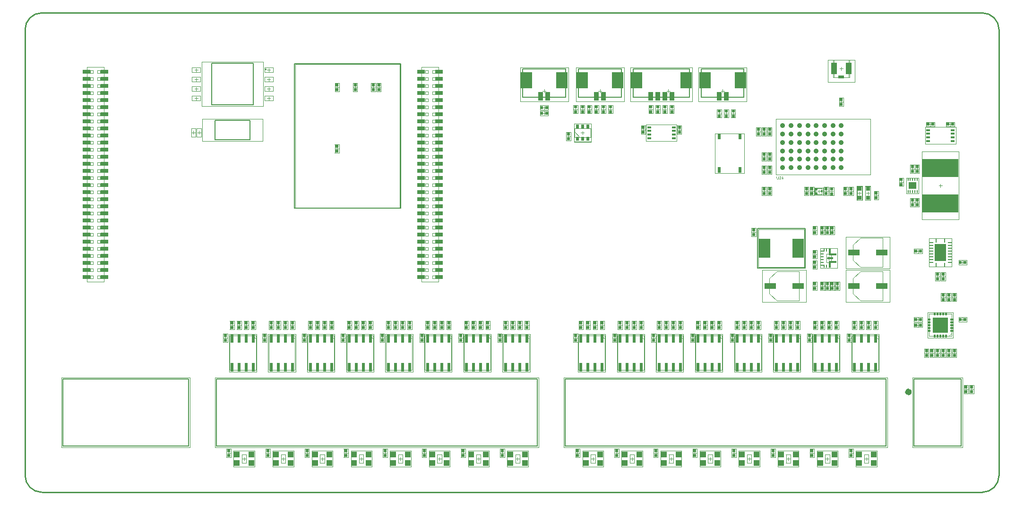
<source format=gtp>
G04*
G04 #@! TF.GenerationSoftware,Altium Limited,Altium Designer,20.0.13 (296)*
G04*
G04 Layer_Color=8421504*
%FSLAX25Y25*%
%MOIN*%
G70*
G01*
G75*
%ADD10C,0.00787*%
%ADD11C,0.00394*%
%ADD12C,0.03937*%
%ADD15C,0.00500*%
%ADD18C,0.00197*%
%ADD19C,0.01000*%
%ADD20C,0.00079*%
%ADD21C,0.00394*%
%ADD22R,0.05787X0.02914*%
%ADD23R,0.08071X0.12008*%
G04:AMPARAMS|DCode=24|XSize=23.62mil|YSize=9.45mil|CornerRadius=0.94mil|HoleSize=0mil|Usage=FLASHONLY|Rotation=90.000|XOffset=0mil|YOffset=0mil|HoleType=Round|Shape=RoundedRectangle|*
%AMROUNDEDRECTD24*
21,1,0.02362,0.00756,0,0,90.0*
21,1,0.02173,0.00945,0,0,90.0*
1,1,0.00189,0.00378,0.01087*
1,1,0.00189,0.00378,-0.01087*
1,1,0.00189,-0.00378,-0.01087*
1,1,0.00189,-0.00378,0.01087*
%
%ADD24ROUNDEDRECTD24*%
G04:AMPARAMS|DCode=25|XSize=23.62mil|YSize=9.45mil|CornerRadius=0.94mil|HoleSize=0mil|Usage=FLASHONLY|Rotation=0.000|XOffset=0mil|YOffset=0mil|HoleType=Round|Shape=RoundedRectangle|*
%AMROUNDEDRECTD25*
21,1,0.02362,0.00756,0,0,0.0*
21,1,0.02173,0.00945,0,0,0.0*
1,1,0.00189,0.01087,-0.00378*
1,1,0.00189,-0.01087,-0.00378*
1,1,0.00189,-0.01087,0.00378*
1,1,0.00189,0.01087,0.00378*
%
%ADD25ROUNDEDRECTD25*%
%ADD26R,0.03937X0.01575*%
%ADD27R,0.02165X0.00984*%
%ADD28R,0.00984X0.02165*%
%ADD29R,0.02756X0.00886*%
%ADD30R,0.00984X0.02264*%
%ADD31R,0.01575X0.04921*%
%ADD32R,0.05709X0.01575*%
%ADD33R,0.05512X0.05118*%
%ADD34R,0.00984X0.01968*%
%ADD35R,0.07874X0.13780*%
%ADD36R,0.01968X0.03150*%
%ADD37R,0.01575X0.01575*%
%ADD38R,0.01575X0.01575*%
%ADD39R,0.05787X0.02913*%
%ADD40R,0.25591X0.12520*%
%ADD41R,0.02047X0.01850*%
%ADD42R,0.01968X0.01181*%
%ADD43R,0.01181X0.01968*%
%ADD44R,0.11024X0.11024*%
%ADD45R,0.01968X0.03937*%
%ADD46R,0.03150X0.01575*%
%ADD47R,0.03937X0.03937*%
%ADD48R,0.02362X0.01968*%
%ADD49R,0.03150X0.03150*%
%ADD50R,0.01968X0.05906*%
%ADD51R,0.01850X0.02047*%
%ADD52R,0.08268X0.11811*%
G04:AMPARAMS|DCode=53|XSize=62.99mil|YSize=31.89mil|CornerRadius=3.19mil|HoleSize=0mil|Usage=FLASHONLY|Rotation=270.000|XOffset=0mil|YOffset=0mil|HoleType=Round|Shape=RoundedRectangle|*
%AMROUNDEDRECTD53*
21,1,0.06299,0.02551,0,0,270.0*
21,1,0.05661,0.03189,0,0,270.0*
1,1,0.00638,-0.01276,-0.02831*
1,1,0.00638,-0.01276,0.02831*
1,1,0.00638,0.01276,0.02831*
1,1,0.00638,0.01276,-0.02831*
%
%ADD53ROUNDEDRECTD53*%
%ADD54R,0.03937X0.02362*%
%ADD55R,0.03937X0.07874*%
%ADD56R,0.07874X0.03937*%
%ADD57C,0.03543*%
G36*
X519893Y210006D02*
Y210002D01*
Y209992D01*
Y209976D01*
X519891Y209955D01*
Y209930D01*
X519889Y209901D01*
X519887Y209868D01*
X519884Y209831D01*
X519880Y209794D01*
X519875Y209754D01*
X519863Y209673D01*
X519845Y209594D01*
X519835Y209558D01*
X519823Y209523D01*
Y209521D01*
X519819Y209516D01*
X519816Y209505D01*
X519809Y209493D01*
X519802Y209477D01*
X519791Y209460D01*
X519781Y209440D01*
X519767Y209419D01*
X519751Y209397D01*
X519732Y209374D01*
X519712Y209349D01*
X519690Y209325D01*
X519663Y209300D01*
X519637Y209278D01*
X519607Y209253D01*
X519574Y209232D01*
X519572Y209230D01*
X519565Y209227D01*
X519557Y209222D01*
X519541Y209215D01*
X519523Y209206D01*
X519502Y209197D01*
X519478Y209187D01*
X519448Y209176D01*
X519417Y209166D01*
X519382Y209155D01*
X519341Y209146D01*
X519301Y209138D01*
X519256Y209131D01*
X519208Y209125D01*
X519158Y209122D01*
X519103Y209120D01*
X519075D01*
X519056Y209122D01*
X519032Y209124D01*
X519004Y209125D01*
X518974Y209129D01*
X518939Y209133D01*
X518904Y209138D01*
X518865Y209143D01*
X518788Y209160D01*
X518750Y209173D01*
X518711Y209185D01*
X518675Y209199D01*
X518640Y209216D01*
X518638Y209218D01*
X518633Y209222D01*
X518622Y209227D01*
X518610Y209234D01*
X518596Y209244D01*
X518578Y209257D01*
X518561Y209273D01*
X518542Y209288D01*
X518521Y209308D01*
X518500Y209329D01*
X518477Y209351D01*
X518456Y209378D01*
X518437Y209405D01*
X518417Y209435D01*
X518400Y209467D01*
X518384Y209500D01*
Y209502D01*
X518381Y209509D01*
X518377Y209519D01*
X518372Y209533D01*
X518367Y209553D01*
X518360Y209575D01*
X518353Y209601D01*
X518346Y209633D01*
X518339Y209666D01*
X518332Y209705D01*
X518325Y209747D01*
X518319Y209792D01*
X518314Y209840D01*
X518311Y209892D01*
X518309Y209948D01*
X518307Y210006D01*
Y211171D01*
X518575D01*
Y210008D01*
Y210004D01*
Y209995D01*
Y209983D01*
Y209964D01*
X518577Y209943D01*
Y209918D01*
X518578Y209890D01*
X518580Y209860D01*
X518587Y209798D01*
X518594Y209735D01*
X518601Y209703D01*
X518606Y209673D01*
X518613Y209645D01*
X518622Y209621D01*
Y209619D01*
X518624Y209615D01*
X518627Y209609D01*
X518631Y209600D01*
X518638Y209589D01*
X518643Y209579D01*
X518662Y209551D01*
X518685Y209519D01*
X518713Y209488D01*
X518748Y209456D01*
X518790Y209428D01*
X518792D01*
X518795Y209425D01*
X518802Y209423D01*
X518811Y209418D01*
X518823Y209413D01*
X518837Y209407D01*
X518853Y209402D01*
X518871Y209395D01*
X518892Y209388D01*
X518913Y209383D01*
X518937Y209378D01*
X518963Y209372D01*
X519019Y209365D01*
X519081Y209362D01*
X519093D01*
X519109Y209364D01*
X519128D01*
X519152Y209365D01*
X519180Y209369D01*
X519210Y209372D01*
X519243Y209379D01*
X519277Y209386D01*
X519312Y209395D01*
X519347Y209405D01*
X519382Y209418D01*
X519415Y209434D01*
X519445Y209451D01*
X519474Y209472D01*
X519499Y209495D01*
X519501Y209496D01*
X519504Y209502D01*
X519511Y209509D01*
X519518Y209521D01*
X519529Y209537D01*
X519539Y209558D01*
X519550Y209580D01*
X519562Y209609D01*
X519574Y209642D01*
X519585Y209679D01*
X519595Y209720D01*
X519606Y209768D01*
X519613Y209819D01*
X519620Y209876D01*
X519623Y209939D01*
X519625Y210008D01*
Y211171D01*
X519893D01*
Y210006D01*
D02*
G37*
G36*
X522847Y209864D02*
X523120D01*
Y209636D01*
X522847D01*
Y209154D01*
X522598D01*
Y209636D01*
X521723D01*
Y209864D01*
X522644Y211171D01*
X522847D01*
Y209864D01*
D02*
G37*
G36*
X520934Y211176D02*
X520953D01*
X520978Y211173D01*
X521007Y211170D01*
X521039Y211164D01*
X521072Y211159D01*
X521109Y211150D01*
X521146Y211140D01*
X521184Y211126D01*
X521223Y211110D01*
X521261Y211092D01*
X521298Y211070D01*
X521333Y211045D01*
X521366Y211017D01*
X521368Y211016D01*
X521373Y211010D01*
X521382Y211001D01*
X521392Y210989D01*
X521406Y210974D01*
X521420Y210954D01*
X521434Y210931D01*
X521452Y210907D01*
X521468Y210879D01*
X521482Y210849D01*
X521497Y210816D01*
X521510Y210781D01*
X521520Y210744D01*
X521529Y210704D01*
X521534Y210662D01*
X521536Y210618D01*
Y210616D01*
Y210613D01*
Y210606D01*
Y210597D01*
X521534Y210587D01*
Y210573D01*
X521529Y210543D01*
X521524Y210506D01*
X521515Y210466D01*
X521503Y210422D01*
X521485Y210379D01*
Y210377D01*
X521483Y210373D01*
X521480Y210366D01*
X521476Y210359D01*
X521471Y210347D01*
X521464Y210335D01*
X521455Y210321D01*
X521447Y210305D01*
X521424Y210268D01*
X521396Y210226D01*
X521361Y210181D01*
X521321Y210134D01*
X521319Y210132D01*
X521315Y210128D01*
X521308Y210120D01*
X521300Y210109D01*
X521286Y210097D01*
X521270Y210081D01*
X521252Y210062D01*
X521231Y210041D01*
X521205Y210016D01*
X521177Y209990D01*
X521147Y209960D01*
X521112Y209929D01*
X521076Y209895D01*
X521034Y209859D01*
X520990Y209820D01*
X520941Y209778D01*
X520939Y209776D01*
X520930Y209770D01*
X520920Y209761D01*
X520904Y209749D01*
X520887Y209733D01*
X520867Y209715D01*
X520845Y209696D01*
X520822Y209677D01*
X520773Y209635D01*
X520726Y209593D01*
X520705Y209574D01*
X520684Y209554D01*
X520668Y209539D01*
X520654Y209524D01*
X520650Y209521D01*
X520643Y209514D01*
X520631Y209500D01*
X520617Y209483D01*
X520601Y209463D01*
X520584Y209440D01*
X520566Y209416D01*
X520551Y209391D01*
X521539D01*
Y209154D01*
X520206D01*
Y209155D01*
Y209157D01*
Y209162D01*
Y209169D01*
Y209187D01*
X520208Y209208D01*
X520211Y209234D01*
X520216Y209264D01*
X520223Y209294D01*
X520234Y209325D01*
Y209327D01*
X520236Y209332D01*
X520239Y209339D01*
X520244Y209348D01*
X520250Y209360D01*
X520257Y209376D01*
X520264Y209391D01*
X520274Y209409D01*
X520295Y209451D01*
X520325Y209495D01*
X520358Y209544D01*
X520397Y209593D01*
X520398Y209594D01*
X520402Y209598D01*
X520409Y209607D01*
X520418Y209615D01*
X520430Y209628D01*
X520444Y209644D01*
X520460Y209661D01*
X520479Y209680D01*
X520502Y209701D01*
X520524Y209724D01*
X520552Y209750D01*
X520580Y209776D01*
X520612Y209805D01*
X520645Y209834D01*
X520682Y209866D01*
X520720Y209897D01*
X520722D01*
X520724Y209901D01*
X520734Y209910D01*
X520752Y209924D01*
X520773Y209943D01*
X520801Y209965D01*
X520831Y209992D01*
X520864Y210021D01*
X520899Y210053D01*
X520936Y210086D01*
X520974Y210121D01*
X521011Y210156D01*
X521048Y210193D01*
X521081Y210228D01*
X521112Y210263D01*
X521140Y210295D01*
X521165Y210326D01*
X521167Y210328D01*
X521170Y210333D01*
X521175Y210342D01*
X521182Y210352D01*
X521191Y210366D01*
X521202Y210384D01*
X521212Y210401D01*
X521223Y210422D01*
X521244Y210468D01*
X521263Y210519D01*
X521270Y210545D01*
X521275Y210571D01*
X521279Y210597D01*
X521280Y210624D01*
Y210625D01*
Y210630D01*
Y210637D01*
X521279Y210648D01*
X521277Y210660D01*
X521275Y210676D01*
X521272Y210692D01*
X521268Y210709D01*
X521254Y210750D01*
X521247Y210769D01*
X521237Y210790D01*
X521224Y210811D01*
X521210Y210832D01*
X521195Y210853D01*
X521175Y210872D01*
X521174Y210874D01*
X521170Y210877D01*
X521165Y210881D01*
X521156Y210888D01*
X521146Y210895D01*
X521133Y210904D01*
X521119Y210914D01*
X521102Y210923D01*
X521083Y210931D01*
X521062Y210942D01*
X521039Y210951D01*
X521014Y210958D01*
X520990Y210965D01*
X520962Y210970D01*
X520932Y210972D01*
X520901Y210974D01*
X520883D01*
X520871Y210972D01*
X520857Y210970D01*
X520839Y210968D01*
X520818Y210965D01*
X520797Y210960D01*
X520752Y210947D01*
X520729Y210939D01*
X520705Y210928D01*
X520682Y210916D01*
X520659Y210900D01*
X520636Y210884D01*
X520615Y210865D01*
X520614Y210863D01*
X520610Y210860D01*
X520605Y210855D01*
X520600Y210846D01*
X520591Y210834D01*
X520582Y210821D01*
X520572Y210806D01*
X520563Y210788D01*
X520552Y210767D01*
X520542Y210744D01*
X520533Y210720D01*
X520526Y210694D01*
X520519Y210665D01*
X520514Y210634D01*
X520510Y210602D01*
X520509Y210567D01*
X520253Y210594D01*
Y210597D01*
X520255Y210606D01*
X520257Y210622D01*
X520260Y210641D01*
X520264Y210664D01*
X520271Y210692D01*
X520278Y210721D01*
X520286Y210755D01*
X520299Y210790D01*
X520311Y210825D01*
X520327Y210861D01*
X520346Y210896D01*
X520367Y210933D01*
X520390Y210966D01*
X520418Y210998D01*
X520447Y211028D01*
X520449Y211030D01*
X520456Y211035D01*
X520465Y211042D01*
X520479Y211051D01*
X520496Y211063D01*
X520517Y211075D01*
X520542Y211089D01*
X520570Y211103D01*
X520600Y211117D01*
X520635Y211131D01*
X520673Y211143D01*
X520713Y211156D01*
X520757Y211164D01*
X520804Y211171D01*
X520853Y211176D01*
X520906Y211178D01*
X520918D01*
X520934Y211176D01*
D02*
G37*
%LPC*%
G36*
X522598Y210772D02*
X521966Y209864D01*
X522598D01*
Y210772D01*
D02*
G37*
%LPD*%
D10*
X158319Y286854D02*
G03*
X158319Y286854I-394J0D01*
G01*
X504953Y146592D02*
Y174392D01*
X538353D01*
Y146592D02*
Y174392D01*
X504953Y146592D02*
X538353D01*
X456929Y267354D02*
Y287189D01*
X417126D02*
X456929D01*
X417126Y267354D02*
Y287189D01*
Y267354D02*
X456929D01*
X495315D02*
Y287189D01*
X465256D02*
X495315D01*
X465256Y267354D02*
Y287189D01*
Y267354D02*
X495315D01*
X178300Y188704D02*
Y291004D01*
Y188704D02*
X253000D01*
Y291004D01*
X178300D02*
X253000D01*
X378642Y267354D02*
X408701D01*
X378642D02*
Y287189D01*
X408701D01*
Y267354D02*
Y287189D01*
X339271Y267354D02*
X369331D01*
X339271D02*
Y287189D01*
X369331D01*
Y267354D02*
Y287189D01*
D11*
X584646Y212598D02*
Y251969D01*
X517717Y212598D02*
X584646D01*
X517717Y251969D02*
X584646D01*
X517717Y212598D02*
Y251969D01*
X641858Y147580D02*
Y167380D01*
X625858Y147580D02*
X641858D01*
X625858D02*
Y167380D01*
X641858D01*
X609973Y199124D02*
X618373D01*
Y210324D01*
X609973D02*
X618373D01*
X609973Y199124D02*
Y210324D01*
X375689Y238976D02*
Y245276D01*
X387106D01*
Y238976D02*
Y245276D01*
X375689Y238976D02*
X387106D01*
X375689Y242717D02*
X379429Y238976D01*
X546260Y198622D02*
X550197D01*
Y202953D01*
X546260D02*
X550197D01*
X546260Y198622D02*
Y202953D01*
X625984Y98425D02*
X641732D01*
X625984D02*
Y114173D01*
X641732D01*
Y98425D02*
Y114173D01*
X639764Y98425D02*
X641732Y100394D01*
X644658Y234258D02*
Y246058D01*
X623158Y234258D02*
X644658D01*
X623158D02*
Y246058D01*
X644658D01*
X587850Y98673D02*
X589968Y96555D01*
X590009Y74514D02*
Y98714D01*
X571409D02*
X590009D01*
X571409Y74514D02*
Y98714D01*
Y74514D02*
X590009D01*
X558858Y281299D02*
Y293504D01*
Y281299D02*
X569095D01*
Y293504D01*
X558858D02*
X569095D01*
X577461Y167913D02*
X593110D01*
X572244Y162697D02*
X577461Y167913D01*
X572244Y152264D02*
Y162697D01*
Y152264D02*
X577461Y147047D01*
X593110D01*
Y167913D01*
X518405Y144291D02*
X534055D01*
X513189Y139075D02*
X518405Y144291D01*
X513189Y128642D02*
Y139075D01*
Y128642D02*
X518405Y123425D01*
X534055D01*
Y144291D01*
X577461D02*
X593110D01*
X572244Y139075D02*
X577461Y144291D01*
X572244Y128642D02*
Y139075D01*
Y128642D02*
X577461Y123425D01*
X593110D01*
Y144291D01*
X148873Y98673D02*
X150991Y96555D01*
X151032Y74514D02*
Y98714D01*
X132432D02*
X151032D01*
X132432Y74514D02*
Y98714D01*
Y74514D02*
X151032D01*
X176432Y98673D02*
X178550Y96555D01*
X178591Y74514D02*
Y98714D01*
X159991D02*
X178591D01*
X159991Y74514D02*
Y98714D01*
Y74514D02*
X178591D01*
X203991Y98673D02*
X206109Y96555D01*
X206150Y74514D02*
Y98714D01*
X187550D02*
X206150D01*
X187550Y74514D02*
Y98714D01*
Y74514D02*
X206150D01*
X231550Y98673D02*
X233668Y96555D01*
X233710Y74514D02*
Y98714D01*
X215109D02*
X233710D01*
X215109Y74514D02*
Y98714D01*
Y74514D02*
X233710D01*
X259109Y98673D02*
X261228Y96555D01*
X261268Y74514D02*
Y98714D01*
X242669D02*
X261268D01*
X242669Y74514D02*
Y98714D01*
Y74514D02*
X261268D01*
X286668Y98673D02*
X288787Y96555D01*
X288828Y74514D02*
Y98714D01*
X270228D02*
X288828D01*
X270228Y74514D02*
Y98714D01*
Y74514D02*
X288828D01*
X314228Y98673D02*
X316346Y96555D01*
X316387Y74514D02*
Y98714D01*
X297787D02*
X316387D01*
X297787Y74514D02*
Y98714D01*
Y74514D02*
X316387D01*
X341787Y98673D02*
X343905Y96555D01*
X343946Y74514D02*
Y98714D01*
X325346D02*
X343946D01*
X325346Y74514D02*
Y98714D01*
Y74514D02*
X343946D01*
X394936Y98673D02*
X397054Y96555D01*
X397095Y74514D02*
Y98714D01*
X378495D02*
X397095D01*
X378495Y74514D02*
Y98714D01*
Y74514D02*
X397095D01*
X422495Y98673D02*
X424613Y96555D01*
X424654Y74514D02*
Y98714D01*
X406054D02*
X424654D01*
X406054Y74514D02*
Y98714D01*
Y74514D02*
X424654D01*
X450054Y98673D02*
X452173Y96555D01*
X452213Y74514D02*
Y98714D01*
X433613D02*
X452213D01*
X433613Y74514D02*
Y98714D01*
Y74514D02*
X452213D01*
X477613Y98673D02*
X479732Y96555D01*
X479772Y74514D02*
Y98714D01*
X461172D02*
X479772D01*
X461172Y74514D02*
Y98714D01*
Y74514D02*
X479772D01*
X505172Y98673D02*
X507291Y96555D01*
X507332Y74514D02*
Y98714D01*
X488731D02*
X507332D01*
X488731Y74514D02*
Y98714D01*
Y74514D02*
X507332D01*
X532731Y98673D02*
X534850Y96555D01*
X534891Y74514D02*
Y98714D01*
X516291D02*
X534891D01*
X516291Y74514D02*
Y98714D01*
Y74514D02*
X534891D01*
X560290Y98673D02*
X562409Y96555D01*
X562450Y74514D02*
Y98714D01*
X543850D02*
X562450D01*
X543850Y74514D02*
Y98714D01*
Y74514D02*
X562450D01*
X447808Y236226D02*
Y248026D01*
X426308Y236226D02*
X447808D01*
X426308D02*
Y248026D01*
X447808D01*
X641858Y147580D02*
Y167380D01*
X625858Y147580D02*
X641858D01*
X625858D02*
Y167380D01*
X641858D01*
X505553Y147192D02*
Y173792D01*
Y147192D02*
X537753D01*
Y173792D01*
X505553D02*
X537753D01*
X474938Y241638D02*
X495338D01*
X474938Y213638D02*
Y241638D01*
Y213638D02*
X495338D01*
Y241638D01*
D12*
X611647Y59055D02*
G03*
X611647Y59055I-394J0D01*
G01*
D15*
X369094Y68110D02*
X595472D01*
Y20866D02*
Y68110D01*
X369094Y20866D02*
X595472D01*
X369094D02*
Y68110D01*
X14764Y20866D02*
Y68110D01*
Y20866D02*
X103347D01*
Y68110D01*
X14764D02*
X103347D01*
X615158D02*
X648622D01*
Y20866D02*
Y68110D01*
X615158Y20866D02*
X648622D01*
X615158D02*
Y68110D01*
X149067Y261933D02*
Y291067D01*
X119933Y261933D02*
X149067D01*
X119933D02*
Y291067D01*
X149067D01*
X122295Y237032D02*
X146705D01*
Y250969D01*
X122295D02*
X146705D01*
X122295Y237032D02*
Y250969D01*
X123031Y68110D02*
X349410D01*
Y20866D02*
Y68110D01*
X123031Y20866D02*
X349410D01*
X123031D02*
Y68110D01*
D18*
X549218Y146643D02*
X561018D01*
X549218Y160443D02*
X561018D01*
X549218Y146643D02*
Y160443D01*
X561018Y146643D02*
Y160443D01*
X646858Y180724D02*
Y228824D01*
X620858Y180724D02*
X646858D01*
X620858Y228824D02*
X646858D01*
X620858Y180724D02*
Y228824D01*
X562402Y266732D02*
X565551D01*
X562402Y260827D02*
X565551D01*
Y266732D01*
X562402Y260827D02*
Y266732D01*
X574293Y17511D02*
X589093D01*
X574293Y6111D02*
X589093D01*
Y17511D01*
X574293Y6111D02*
Y17511D01*
X555512Y203661D02*
X558661D01*
X555512Y197756D02*
X558661D01*
Y203661D01*
X555512Y197756D02*
Y203661D01*
X580977Y194580D02*
X584377D01*
Y204180D01*
X580977Y194580D02*
Y204180D01*
X584377D01*
X351378Y258268D02*
X357283D01*
X351378Y261417D02*
X357283D01*
Y258268D02*
Y261417D01*
X351378Y258268D02*
Y261417D01*
X417126Y287653D02*
X456929D01*
X417126Y267354D02*
X456929D01*
X417126D02*
Y287653D01*
X456929Y267354D02*
Y287653D01*
X465215D02*
X495315D01*
X465215Y267354D02*
X495315D01*
X465215D02*
Y287653D01*
X495315Y267354D02*
Y287653D01*
X558176Y281302D02*
X569876D01*
X558176Y293502D02*
X569876D01*
Y281302D02*
Y293502D01*
X558176Y281302D02*
Y293502D01*
X575072Y204180D02*
X578472D01*
X575072Y194580D02*
Y204180D01*
X578472Y194580D02*
Y204180D01*
X575072Y194580D02*
X578472D01*
X514961Y239882D02*
Y245787D01*
X511811Y239882D02*
Y245787D01*
X514961D01*
X511811Y239882D02*
X514961D01*
X127925Y100138D02*
X131075D01*
X127925Y94232D02*
X131075D01*
Y100138D01*
X127925Y94232D02*
Y100138D01*
X137657Y109252D02*
X140807D01*
X137657Y103347D02*
X140807D01*
Y109252D01*
X137657Y103347D02*
Y109252D01*
X147658D02*
X150807D01*
X147658Y103347D02*
X150807D01*
Y109252D01*
X147658Y103347D02*
Y109252D01*
X155425Y100138D02*
X158575D01*
X155425Y94232D02*
X158575D01*
Y100138D01*
X155425Y94232D02*
Y100138D01*
X165217Y109252D02*
X168366D01*
X165217Y103347D02*
X168366D01*
Y109252D01*
X165217Y103347D02*
Y109252D01*
X175217D02*
X178366D01*
X175217Y103347D02*
X178366D01*
Y109252D01*
X175217Y103347D02*
Y109252D01*
X183425Y100138D02*
X186575D01*
X183425Y94232D02*
X186575D01*
Y100138D01*
X183425Y94232D02*
Y100138D01*
X192776Y109252D02*
X195925D01*
X192776Y103347D02*
X195925D01*
Y109252D01*
X192776Y103347D02*
Y109252D01*
X202776D02*
X205925D01*
X202776Y103347D02*
X205925D01*
Y109252D01*
X202776Y103347D02*
Y109252D01*
X210925Y100138D02*
X214075D01*
X210925Y94232D02*
X214075D01*
Y100138D01*
X210925Y94232D02*
Y100138D01*
X220335Y109252D02*
X223484D01*
X220335Y103347D02*
X223484D01*
Y109252D01*
X220335Y103347D02*
Y109252D01*
X230335D02*
X233484D01*
X230335Y103347D02*
X233484D01*
Y109252D01*
X230335Y103347D02*
Y109252D01*
X238425Y100138D02*
X241575D01*
X238425Y94232D02*
X241575D01*
Y100138D01*
X238425Y94232D02*
Y100138D01*
X247894Y109252D02*
X251043D01*
X247894Y103347D02*
X251043D01*
Y109252D01*
X247894Y103347D02*
Y109252D01*
X257894D02*
X261043D01*
X257894Y103347D02*
X261043D01*
Y109252D01*
X257894Y103347D02*
Y109252D01*
X266425Y100138D02*
X269575D01*
X266425Y94232D02*
X269575D01*
Y100138D01*
X266425Y94232D02*
Y100138D01*
X275453Y109252D02*
X278602D01*
X275453Y103347D02*
X278602D01*
Y109252D01*
X275453Y103347D02*
Y109252D01*
X285453D02*
X288602D01*
X285453Y103347D02*
X288602D01*
Y109252D01*
X285453Y103347D02*
Y109252D01*
X293925Y100138D02*
X297075D01*
X293925Y94232D02*
X297075D01*
Y100138D01*
X293925Y94232D02*
Y100138D01*
X303012Y109252D02*
X306161D01*
X303012Y103347D02*
X306161D01*
Y109252D01*
X303012Y103347D02*
Y109252D01*
X313012D02*
X316161D01*
X313012Y103347D02*
X316161D01*
Y109252D01*
X313012Y103347D02*
Y109252D01*
X321425Y100138D02*
X324575D01*
X321425Y94232D02*
X324575D01*
Y100138D01*
X321425Y94232D02*
Y100138D01*
X330571Y109252D02*
X333720D01*
X330571Y103347D02*
X333720D01*
Y109252D01*
X330571Y103347D02*
Y109252D01*
X340571D02*
X343721D01*
X340571Y103347D02*
X343721D01*
Y109252D01*
X340571Y103347D02*
Y109252D01*
X374925Y100138D02*
X378075D01*
X374925Y94232D02*
X378075D01*
Y100138D01*
X374925Y94232D02*
Y100138D01*
X383720Y109252D02*
X386870D01*
X383720Y103347D02*
X386870D01*
Y109252D01*
X383720Y103347D02*
Y109252D01*
X393721D02*
X396870D01*
X393721Y103347D02*
X396870D01*
Y109252D01*
X393721Y103347D02*
Y109252D01*
X402425Y100138D02*
X405575D01*
X402425Y94232D02*
X405575D01*
Y100138D01*
X402425Y94232D02*
Y100138D01*
X411279Y109252D02*
X414429D01*
X411279Y103347D02*
X414429D01*
Y109252D01*
X411279Y103347D02*
Y109252D01*
X421279D02*
X424429D01*
X421279Y103347D02*
X424429D01*
Y109252D01*
X421279Y103347D02*
Y109252D01*
X429925Y100138D02*
X433075D01*
X429925Y94232D02*
X433075D01*
Y100138D01*
X429925Y94232D02*
Y100138D01*
X438839Y109252D02*
X441988D01*
X438839Y103347D02*
X441988D01*
Y109252D01*
X438839Y103347D02*
Y109252D01*
X448839D02*
X451988D01*
X448839Y103347D02*
X451988D01*
Y109252D01*
X448839Y103347D02*
Y109252D01*
X457425Y100138D02*
X460575D01*
X457425Y94232D02*
X460575D01*
Y100138D01*
X457425Y94232D02*
Y100138D01*
X466398Y109252D02*
X469547D01*
X466398Y103347D02*
X469547D01*
Y109252D01*
X466398Y103347D02*
Y109252D01*
X476398D02*
X479547D01*
X476398Y103347D02*
X479547D01*
Y109252D01*
X476398Y103347D02*
Y109252D01*
X485425Y100138D02*
X488575D01*
X485425Y94232D02*
X488575D01*
Y100138D01*
X485425Y94232D02*
Y100138D01*
X493957Y109252D02*
X497106D01*
X493957Y103347D02*
X497106D01*
Y109252D01*
X493957Y103347D02*
Y109252D01*
X503957D02*
X507106D01*
X503957Y103347D02*
X507106D01*
Y109252D01*
X503957Y103347D02*
Y109252D01*
X512425Y100138D02*
X515575D01*
X512425Y94232D02*
X515575D01*
Y100138D01*
X512425Y94232D02*
Y100138D01*
X521516Y109252D02*
X524665D01*
X521516Y103347D02*
X524665D01*
Y109252D01*
X521516Y103347D02*
Y109252D01*
X531516D02*
X534665D01*
X531516Y103347D02*
X534665D01*
Y109252D01*
X531516Y103347D02*
Y109252D01*
X539925Y100138D02*
X543075D01*
X539925Y94232D02*
X543075D01*
Y100138D01*
X539925Y94232D02*
Y100138D01*
X549075Y109252D02*
X552224D01*
X549075Y103347D02*
X552224D01*
Y109252D01*
X549075Y103347D02*
Y109252D01*
X559075D02*
X562224D01*
X559075Y103347D02*
X562224D01*
Y109252D01*
X559075Y103347D02*
Y109252D01*
X567925Y100138D02*
X571075D01*
X567925Y94232D02*
X571075D01*
Y100138D01*
X567925Y94232D02*
Y100138D01*
X576634Y109252D02*
X579783D01*
X576634Y103347D02*
X579783D01*
Y109252D01*
X576634Y103347D02*
Y109252D01*
X586634D02*
X589783D01*
X586634Y103347D02*
X589783D01*
Y109252D01*
X586634Y103347D02*
Y109252D01*
X206669Y233839D02*
X209819D01*
X206669Y227933D02*
X209819D01*
Y233839D01*
X206669Y227933D02*
Y233839D01*
X206669Y271240D02*
X209819D01*
X206669Y277146D02*
X209819D01*
X206669Y271240D02*
Y277146D01*
X209819Y271240D02*
Y277146D01*
X219425Y271240D02*
X222575D01*
X219425Y277146D02*
X222575D01*
X219425Y271240D02*
Y277146D01*
X222575Y271240D02*
Y277146D01*
X236118Y271240D02*
X239268D01*
X236118Y277146D02*
X239268D01*
X236118Y271240D02*
Y277146D01*
X239268Y271240D02*
Y277146D01*
X232181Y271240D02*
X235331D01*
X232181Y277146D02*
X235331D01*
X232181Y271240D02*
Y277146D01*
X235331Y271240D02*
Y277146D01*
X392815Y255736D02*
Y261642D01*
X389665Y255736D02*
Y261642D01*
X392815D01*
X389665Y255736D02*
X392815D01*
X373130Y236535D02*
Y242441D01*
X369980Y236535D02*
Y242441D01*
X373130D01*
X369980Y236535D02*
X373130D01*
X378051Y255736D02*
Y261642D01*
X374902Y255736D02*
Y261642D01*
X378051D01*
X374902Y255736D02*
X378051D01*
X422736Y241319D02*
Y247224D01*
X425886Y241319D02*
Y247224D01*
X422736Y241319D02*
X425886D01*
X422736Y247224D02*
X425886D01*
X448130Y241319D02*
Y247224D01*
X451279Y241319D02*
Y247224D01*
X448130Y241319D02*
X451279D01*
X448130Y247224D02*
X451279D01*
X481201Y258642D02*
X484350D01*
X481201Y252736D02*
X484350D01*
Y258642D01*
X481201Y252736D02*
Y258642D01*
X500591Y168799D02*
Y174705D01*
X503740Y168799D02*
Y174705D01*
X500591Y168799D02*
X503740D01*
X500591Y174705D02*
X503740D01*
X556021Y170276D02*
Y176181D01*
X559171Y170276D02*
Y176181D01*
X556021Y170276D02*
X559171D01*
X556021Y176181D02*
X559171D01*
X543701Y153268D02*
Y159173D01*
X546850Y153268D02*
Y159173D01*
X543701Y153268D02*
X546850D01*
X543701Y159173D02*
X546850D01*
X559171Y130905D02*
Y136811D01*
X556021Y130905D02*
Y136811D01*
X559171D01*
X556021Y130905D02*
X559171D01*
X555694D02*
Y136811D01*
X552545Y130905D02*
Y136811D01*
X555694D01*
X552545Y130905D02*
X555694D01*
X552545Y170276D02*
Y176181D01*
X555694Y170276D02*
Y176181D01*
X552545Y170276D02*
X555694D01*
X552545Y176181D02*
X555694D01*
X543701Y170276D02*
Y176181D01*
X546850Y170276D02*
Y176181D01*
X543701Y170276D02*
X546850D01*
X543701Y176181D02*
X546850D01*
Y145945D02*
Y151850D01*
X543701Y145945D02*
Y151850D01*
X546850D01*
X543701Y145945D02*
X546850D01*
X630315Y83661D02*
Y89567D01*
X633465Y83661D02*
Y89567D01*
X630315Y83661D02*
X633465D01*
X630315Y89567D02*
X633465D01*
X634252Y83661D02*
Y89567D01*
X637402Y83661D02*
Y89567D01*
X634252Y83661D02*
X637402D01*
X634252Y89567D02*
X637402D01*
X638189Y83661D02*
Y89567D01*
X641339Y83661D02*
Y89567D01*
X638189Y83661D02*
X641339D01*
X638189Y89567D02*
X641339D01*
X642126Y83661D02*
Y89567D01*
X645276Y83661D02*
Y89567D01*
X642126Y83661D02*
X645276D01*
X642126Y89567D02*
X645276D01*
X626378Y83661D02*
Y89567D01*
X629528Y83661D02*
Y89567D01*
X626378Y83661D02*
X629528D01*
X626378Y89567D02*
X629528D01*
X622441Y83661D02*
Y89567D01*
X625591Y83661D02*
Y89567D01*
X622441Y83661D02*
X625591D01*
X622441Y89567D02*
X625591D01*
X654315Y57795D02*
Y63701D01*
X657465Y57795D02*
Y63701D01*
X654315Y57795D02*
X657465D01*
X654315Y63701D02*
X657465D01*
X645276Y123031D02*
Y128937D01*
X642126Y123031D02*
Y128937D01*
X645276D01*
X642126Y123031D02*
X645276D01*
X637402D02*
Y128937D01*
X634252Y123031D02*
Y128937D01*
X637402D01*
X634252Y123031D02*
X637402D01*
X641339D02*
Y128937D01*
X638189Y123031D02*
Y128937D01*
X641339D01*
X638189Y123031D02*
X641339D01*
X604724Y204409D02*
Y210315D01*
X607874Y204409D02*
Y210315D01*
X604724Y204409D02*
X607874D01*
X604724Y210315D02*
X607874D01*
X637874Y249606D02*
X643780D01*
X637874Y246457D02*
X643780D01*
X637874D02*
Y249606D01*
X643780Y246457D02*
Y249606D01*
X623937Y246457D02*
X629843D01*
X623937Y249606D02*
X629843D01*
Y246457D02*
Y249606D01*
X623937Y246457D02*
Y249606D01*
X351378Y254331D02*
X357283D01*
X351378Y257480D02*
X357283D01*
Y254331D02*
Y257480D01*
X351378Y254331D02*
Y257480D01*
X615748Y213583D02*
Y219488D01*
X618898Y213583D02*
Y219488D01*
X615748Y213583D02*
X618898D01*
X615748Y219488D02*
X618898D01*
X615158Y156890D02*
X621063D01*
X615158Y160039D02*
X621063D01*
Y156890D02*
Y160039D01*
X615158Y156890D02*
Y160039D01*
X590158Y195020D02*
Y200925D01*
X587008Y195020D02*
Y200925D01*
X590158D01*
X587008Y195020D02*
X590158D01*
X569291Y197835D02*
Y203740D01*
X572441Y197835D02*
Y203740D01*
X569291Y197835D02*
X572441D01*
X569291Y203740D02*
X572441D01*
X568504Y197835D02*
Y203740D01*
X565354Y197835D02*
Y203740D01*
X568504D01*
X565354Y197835D02*
X568504D01*
X511811D02*
Y203740D01*
X514961Y197835D02*
Y203740D01*
X511811Y197835D02*
X514961D01*
X511811Y203740D02*
X514961D01*
X541732Y197835D02*
Y203740D01*
X544882Y197835D02*
Y203740D01*
X541732Y197835D02*
X544882D01*
X541732Y203740D02*
X544882D01*
X135317Y17511D02*
X150117D01*
X135317Y6111D02*
X150117D01*
Y17511D01*
X135317Y6111D02*
Y17511D01*
X162876D02*
X177676D01*
X162876Y6111D02*
X177676D01*
Y17511D01*
X162876Y6111D02*
Y17511D01*
X190435D02*
X205235D01*
X190435Y6111D02*
X205235D01*
Y17511D01*
X190435Y6111D02*
Y17511D01*
X217994D02*
X232794D01*
X217994Y6111D02*
X232794D01*
Y17511D01*
X217994Y6111D02*
Y17511D01*
X245553D02*
X260353D01*
X245553Y6111D02*
X260353D01*
Y17511D01*
X245553Y6111D02*
Y17511D01*
X273112D02*
X287912D01*
X273112Y6111D02*
X287912D01*
Y17511D01*
X273112Y6111D02*
Y17511D01*
X300671D02*
X315471D01*
X300671Y6111D02*
X315471D01*
Y17511D01*
X300671Y6111D02*
Y17511D01*
X328230D02*
X343030D01*
X328230Y6111D02*
X343030D01*
Y17511D01*
X328230Y6111D02*
Y17511D01*
X381380D02*
X396180D01*
X381380Y6111D02*
X396180D01*
Y17511D01*
X381380Y6111D02*
Y17511D01*
X408939D02*
X423739D01*
X408939Y6111D02*
X423739D01*
Y17511D01*
X408939Y6111D02*
Y17511D01*
X436498D02*
X451298D01*
X436498Y6111D02*
X451298D01*
Y17511D01*
X436498Y6111D02*
Y17511D01*
X464057D02*
X478857D01*
X464057Y6111D02*
X478857D01*
Y17511D01*
X464057Y6111D02*
Y17511D01*
X491616D02*
X506416D01*
X491616Y6111D02*
X506416D01*
Y17511D01*
X491616Y6111D02*
Y17511D01*
X519175D02*
X533975D01*
X519175Y6111D02*
X533975D01*
Y17511D01*
X519175Y6111D02*
Y17511D01*
X546734D02*
X561534D01*
X546734Y6111D02*
X561534D01*
Y17511D01*
X546734Y6111D02*
Y17511D01*
X397736Y255736D02*
Y261642D01*
X394587Y255736D02*
Y261642D01*
X397736D01*
X394587Y255736D02*
X397736D01*
X436122D02*
Y261642D01*
X432972Y255736D02*
Y261642D01*
X436122D01*
X432972Y255736D02*
X436122D01*
X441043D02*
Y261642D01*
X437894Y255736D02*
Y261642D01*
X441043D01*
X437894Y255736D02*
X441043D01*
X476279Y252736D02*
X479429D01*
X476279Y258642D02*
X479429D01*
X476279Y252736D02*
Y258642D01*
X479429Y252736D02*
Y258642D01*
X650378Y57795D02*
Y63701D01*
X653528Y57795D02*
Y63701D01*
X650378Y57795D02*
X653528D01*
X650378Y63701D02*
X653528D01*
X408701Y267354D02*
Y287653D01*
X378601Y267354D02*
Y287653D01*
Y267354D02*
X408701D01*
X378601Y287653D02*
X408701D01*
X369331Y267354D02*
Y287653D01*
X339231Y267354D02*
Y287653D01*
Y267354D02*
X369331D01*
X339231Y287653D02*
X369331D01*
X130315Y12795D02*
Y18701D01*
X133465Y12795D02*
Y18701D01*
X130315Y12795D02*
X133465D01*
X130315Y18701D02*
X133465D01*
X132658Y103347D02*
Y109252D01*
X135807Y103347D02*
Y109252D01*
X132658Y103347D02*
X135807D01*
X132658Y109252D02*
X135807D01*
X142657Y103347D02*
Y109252D01*
X145807Y103347D02*
Y109252D01*
X142657Y103347D02*
X145807D01*
X142657Y109252D02*
X145807D01*
X157874Y12795D02*
Y18701D01*
X161024Y12795D02*
Y18701D01*
X157874Y12795D02*
X161024D01*
X157874Y18701D02*
X161024D01*
X160217Y103347D02*
Y109252D01*
X163366Y103347D02*
Y109252D01*
X160217Y103347D02*
X163366D01*
X160217Y109252D02*
X163366D01*
X170217Y103347D02*
Y109252D01*
X173366Y103347D02*
Y109252D01*
X170217Y103347D02*
X173366D01*
X170217Y109252D02*
X173366D01*
X185433Y12795D02*
Y18701D01*
X188583Y12795D02*
Y18701D01*
X185433Y12795D02*
X188583D01*
X185433Y18701D02*
X188583D01*
X187776Y103347D02*
Y109252D01*
X190925Y103347D02*
Y109252D01*
X187776Y103347D02*
X190925D01*
X187776Y109252D02*
X190925D01*
X197776Y103347D02*
Y109252D01*
X200925Y103347D02*
Y109252D01*
X197776Y103347D02*
X200925D01*
X197776Y109252D02*
X200925D01*
X212992Y12795D02*
Y18701D01*
X216142Y12795D02*
Y18701D01*
X212992Y12795D02*
X216142D01*
X212992Y18701D02*
X216142D01*
X215335Y103347D02*
Y109252D01*
X218484Y103347D02*
Y109252D01*
X215335Y103347D02*
X218484D01*
X215335Y109252D02*
X218484D01*
X225335Y103347D02*
Y109252D01*
X228484Y103347D02*
Y109252D01*
X225335Y103347D02*
X228484D01*
X225335Y109252D02*
X228484D01*
X240551Y12795D02*
Y18701D01*
X243701Y12795D02*
Y18701D01*
X240551Y12795D02*
X243701D01*
X240551Y18701D02*
X243701D01*
X242894Y103347D02*
Y109252D01*
X246043Y103347D02*
Y109252D01*
X242894Y103347D02*
X246043D01*
X242894Y109252D02*
X246043D01*
X252894Y103347D02*
Y109252D01*
X256043Y103347D02*
Y109252D01*
X252894Y103347D02*
X256043D01*
X252894Y109252D02*
X256043D01*
X268110Y12795D02*
Y18701D01*
X271260Y12795D02*
Y18701D01*
X268110Y12795D02*
X271260D01*
X268110Y18701D02*
X271260D01*
X270453Y103347D02*
Y109252D01*
X273602Y103347D02*
Y109252D01*
X270453Y103347D02*
X273602D01*
X270453Y109252D02*
X273602D01*
X280453Y103347D02*
Y109252D01*
X283602Y103347D02*
Y109252D01*
X280453Y103347D02*
X283602D01*
X280453Y109252D02*
X283602D01*
X295669Y12795D02*
Y18701D01*
X298819Y12795D02*
Y18701D01*
X295669Y12795D02*
X298819D01*
X295669Y18701D02*
X298819D01*
X298012Y103347D02*
Y109252D01*
X301161Y103347D02*
Y109252D01*
X298012Y103347D02*
X301161D01*
X298012Y109252D02*
X301161D01*
X308012Y103347D02*
Y109252D01*
X311161Y103347D02*
Y109252D01*
X308012Y103347D02*
X311161D01*
X308012Y109252D02*
X311161D01*
X323228Y12795D02*
Y18701D01*
X326378Y12795D02*
Y18701D01*
X323228Y12795D02*
X326378D01*
X323228Y18701D02*
X326378D01*
X325571Y103347D02*
Y109252D01*
X328720Y103347D02*
Y109252D01*
X325571Y103347D02*
X328720D01*
X325571Y109252D02*
X328720D01*
X335571Y103347D02*
Y109252D01*
X338720Y103347D02*
Y109252D01*
X335571Y103347D02*
X338720D01*
X335571Y109252D02*
X338720D01*
X376378Y12795D02*
Y18701D01*
X379528Y12795D02*
Y18701D01*
X376378Y12795D02*
X379528D01*
X376378Y18701D02*
X379528D01*
X378720Y103347D02*
Y109252D01*
X381870Y103347D02*
Y109252D01*
X378720Y103347D02*
X381870D01*
X378720Y109252D02*
X381870D01*
X388720Y103347D02*
Y109252D01*
X391870Y103347D02*
Y109252D01*
X388720Y103347D02*
X391870D01*
X388720Y109252D02*
X391870D01*
X403937Y12795D02*
Y18701D01*
X407087Y12795D02*
Y18701D01*
X403937Y12795D02*
X407087D01*
X403937Y18701D02*
X407087D01*
X406280Y103347D02*
Y109252D01*
X409429Y103347D02*
Y109252D01*
X406280Y103347D02*
X409429D01*
X406280Y109252D02*
X409429D01*
X416280Y103347D02*
Y109252D01*
X419429Y103347D02*
Y109252D01*
X416280Y103347D02*
X419429D01*
X416280Y109252D02*
X419429D01*
X431496Y12795D02*
Y18701D01*
X434646Y12795D02*
Y18701D01*
X431496Y12795D02*
X434646D01*
X431496Y18701D02*
X434646D01*
X433839Y103347D02*
Y109252D01*
X436988Y103347D02*
Y109252D01*
X433839Y103347D02*
X436988D01*
X433839Y109252D02*
X436988D01*
X443839Y103347D02*
Y109252D01*
X446988Y103347D02*
Y109252D01*
X443839Y103347D02*
X446988D01*
X443839Y109252D02*
X446988D01*
X459055Y12795D02*
Y18701D01*
X462205Y12795D02*
Y18701D01*
X459055Y12795D02*
X462205D01*
X459055Y18701D02*
X462205D01*
X461398Y103347D02*
Y109252D01*
X464547Y103347D02*
Y109252D01*
X461398Y103347D02*
X464547D01*
X461398Y109252D02*
X464547D01*
X471398Y103347D02*
Y109252D01*
X474547Y103347D02*
Y109252D01*
X471398Y103347D02*
X474547D01*
X471398Y109252D02*
X474547D01*
X486614Y12795D02*
Y18701D01*
X489764Y12795D02*
Y18701D01*
X486614Y12795D02*
X489764D01*
X486614Y18701D02*
X489764D01*
X488957Y103347D02*
Y109252D01*
X492106Y103347D02*
Y109252D01*
X488957Y103347D02*
X492106D01*
X488957Y109252D02*
X492106D01*
X498957Y103347D02*
Y109252D01*
X502106Y103347D02*
Y109252D01*
X498957Y103347D02*
X502106D01*
X498957Y109252D02*
X502106D01*
X514173Y12795D02*
Y18701D01*
X517323Y12795D02*
Y18701D01*
X514173Y12795D02*
X517323D01*
X514173Y18701D02*
X517323D01*
X516516Y103347D02*
Y109252D01*
X519665Y103347D02*
Y109252D01*
X516516Y103347D02*
X519665D01*
X516516Y109252D02*
X519665D01*
X526516Y103347D02*
Y109252D01*
X529665Y103347D02*
Y109252D01*
X526516Y103347D02*
X529665D01*
X526516Y109252D02*
X529665D01*
X541732Y12795D02*
Y18701D01*
X544882Y12795D02*
Y18701D01*
X541732Y12795D02*
X544882D01*
X541732Y18701D02*
X544882D01*
X544075Y103347D02*
Y109252D01*
X547224Y103347D02*
Y109252D01*
X544075Y103347D02*
X547224D01*
X544075Y109252D02*
X547224D01*
X554075Y103347D02*
Y109252D01*
X557224Y103347D02*
Y109252D01*
X554075Y103347D02*
X557224D01*
X554075Y109252D02*
X557224D01*
X569291Y12795D02*
Y18701D01*
X572441Y12795D02*
Y18701D01*
X569291Y12795D02*
X572441D01*
X569291Y18701D02*
X572441D01*
X571634Y103347D02*
Y109252D01*
X574784Y103347D02*
Y109252D01*
X571634Y103347D02*
X574784D01*
X571634Y109252D02*
X574784D01*
X581634Y103347D02*
Y109252D01*
X584784Y103347D02*
Y109252D01*
X581634Y103347D02*
X584784D01*
X581634Y109252D02*
X584784D01*
X384744Y261642D02*
X387894D01*
X384744Y255736D02*
X387894D01*
Y261642D01*
X384744Y255736D02*
Y261642D01*
X379823D02*
X382972D01*
X379823Y255736D02*
X382972D01*
Y261642D01*
X379823Y255736D02*
Y261642D01*
X399508Y255736D02*
X402658D01*
X399508Y261642D02*
X402658D01*
X399508Y255736D02*
Y261642D01*
X402658Y255736D02*
Y261642D01*
X428051D02*
X431201D01*
X428051Y255736D02*
X431201D01*
Y261642D01*
X428051Y255736D02*
Y261642D01*
X442815D02*
X445965D01*
X442815Y255736D02*
X445965D01*
Y261642D01*
X442815Y255736D02*
Y261642D01*
X489272Y252736D02*
Y258642D01*
X486122Y252736D02*
Y258642D01*
X489272D01*
X486122Y252736D02*
X489272D01*
X549021Y136811D02*
X552171D01*
X549021Y130905D02*
X552171D01*
Y136811D01*
X549021Y130905D02*
Y136811D01*
X543701Y130905D02*
X546850D01*
X543701Y136811D02*
X546850D01*
X543701Y130905D02*
Y136811D01*
X546850Y130905D02*
Y136811D01*
X549021Y176181D02*
X552171D01*
X549021Y170276D02*
X552171D01*
Y176181D01*
X549021Y170276D02*
Y176181D01*
X559521Y136811D02*
X562671D01*
X559521Y130905D02*
X562671D01*
Y136811D01*
X559521Y130905D02*
Y136811D01*
X615158Y104724D02*
Y107874D01*
X621063Y104724D02*
Y107874D01*
X615158D02*
X621063D01*
X615158Y104724D02*
X621063D01*
X615158Y108661D02*
Y111811D01*
X621063Y108661D02*
Y111811D01*
X615158D02*
X621063D01*
X615158Y108661D02*
X621063D01*
X652559Y108661D02*
Y111811D01*
X646654Y108661D02*
Y111811D01*
Y108661D02*
X652559D01*
X646654Y111811D02*
X652559D01*
X612598Y213583D02*
X615748D01*
X612598Y219488D02*
X615748D01*
X612598Y213583D02*
Y219488D01*
X615748Y213583D02*
Y219488D01*
X615748Y195866D02*
X618898D01*
X615748Y189961D02*
X618898D01*
Y195866D01*
X615748Y189961D02*
Y195866D01*
X612598D02*
X615748D01*
X612598Y189961D02*
X615748D01*
Y195866D01*
X612598Y189961D02*
Y195866D01*
X630315Y143437D02*
X633465D01*
X630315Y137531D02*
X633465D01*
Y143437D01*
X630315Y137531D02*
Y143437D01*
X634252D02*
X637402D01*
X634252Y137531D02*
X637402D01*
Y143437D01*
X634252Y137531D02*
Y143437D01*
X646654Y149016D02*
Y152165D01*
X652559Y149016D02*
Y152165D01*
X646654D02*
X652559D01*
X646654Y149016D02*
X652559D01*
X507874Y203740D02*
X511024D01*
X507874Y197835D02*
X511024D01*
Y203740D01*
X507874Y197835D02*
Y203740D01*
X551575Y197835D02*
X554724D01*
X551575Y203740D02*
X554724D01*
X551575Y197835D02*
Y203740D01*
X554724Y197835D02*
Y203740D01*
X537795Y197835D02*
X540945D01*
X537795Y203740D02*
X540945D01*
X537795Y197835D02*
Y203740D01*
X540945Y197835D02*
Y203740D01*
X507874Y222165D02*
X511024D01*
X507874Y228071D02*
X511024D01*
X507874Y222165D02*
Y228071D01*
X511024Y222165D02*
Y228071D01*
X507874Y218779D02*
X511024D01*
X507874Y212874D02*
X511024D01*
Y218779D01*
X507874Y212874D02*
Y218779D01*
Y239882D02*
X511024D01*
X507874Y245787D02*
X511024D01*
X507874Y239882D02*
Y245787D01*
X511024Y239882D02*
Y245787D01*
X503937D02*
X507087D01*
X503937Y239882D02*
X507087D01*
Y245787D01*
X503937Y239882D02*
Y245787D01*
X511811Y228071D02*
X514961D01*
X511811Y222165D02*
X514961D01*
Y228071D01*
X511811Y222165D02*
Y228071D01*
Y212874D02*
X514961D01*
X511811Y218779D02*
X514961D01*
X511811Y212874D02*
Y218779D01*
X514961Y212874D02*
Y218779D01*
X178800Y290504D02*
X252400D01*
X178800Y189304D02*
X252400D01*
X178800D02*
Y290504D01*
X252400Y189304D02*
Y290504D01*
X111862Y284925D02*
Y288075D01*
X105957Y284925D02*
Y288075D01*
X111862D01*
X105957Y284925D02*
X111862D01*
X157138Y264925D02*
Y268075D01*
X163043Y264925D02*
Y268075D01*
X157138Y264925D02*
X163043D01*
X157138Y268075D02*
X163043D01*
X111862Y264925D02*
Y268075D01*
X105957Y264925D02*
Y268075D01*
X111862D01*
X105957Y264925D02*
X111862D01*
X157138Y284925D02*
Y288075D01*
X163043Y284925D02*
Y288075D01*
X157138Y284925D02*
X163043D01*
X157138Y288075D02*
X163043D01*
X109303Y245260D02*
X112453D01*
X109303Y239354D02*
X112453D01*
X109303D02*
Y245260D01*
X112453Y239354D02*
Y245260D01*
X105957Y281408D02*
X111862D01*
X105957Y278258D02*
X111862D01*
Y281408D01*
X105957Y278258D02*
Y281408D01*
X157138Y271592D02*
X163043D01*
X157138Y274742D02*
X163043D01*
X157138Y271592D02*
Y274742D01*
X163043Y271592D02*
Y274742D01*
X105957Y274741D02*
X111862D01*
X105957Y271592D02*
X111862D01*
Y274741D01*
X105957Y271592D02*
Y274741D01*
X157138Y278258D02*
X163043D01*
X157138Y281408D02*
X163043D01*
X157138Y278258D02*
Y281408D01*
X163043Y278258D02*
Y281408D01*
X105366Y239354D02*
Y245260D01*
X108516Y239354D02*
Y245260D01*
X105366D02*
X108516D01*
X105366Y239354D02*
X108516D01*
X625858Y167380D02*
X641858D01*
X625858Y147580D02*
Y167380D01*
Y147580D02*
X641858D01*
Y167380D01*
X633858Y156299D02*
Y158661D01*
X632677Y157480D02*
X635039D01*
X561018Y146643D02*
Y160443D01*
X549218Y146643D02*
X561018D01*
X549218Y160443D02*
X561018D01*
X549218Y146643D02*
Y160443D01*
X555118Y152362D02*
Y154724D01*
X553937Y153543D02*
X556299D01*
X380217Y242126D02*
X382579D01*
X381398Y240945D02*
Y243307D01*
X375398Y235626D02*
Y248526D01*
X387398D01*
Y235626D02*
Y248526D01*
X375398Y235626D02*
X387398D01*
X547047Y200787D02*
X549409D01*
X548228Y199606D02*
Y201969D01*
X545228Y198287D02*
Y203287D01*
X551228D01*
Y198287D02*
Y203287D01*
X545228Y198287D02*
X551228D01*
X620858Y180724D02*
X646858D01*
X620858Y228824D02*
X646858D01*
X620858Y180724D02*
Y228824D01*
X646858Y180724D02*
Y228824D01*
X633858Y203543D02*
Y205906D01*
X632677Y204724D02*
X635039D01*
X562402Y266732D02*
X565551D01*
X562402Y260827D02*
X565551D01*
Y266732D01*
X562402Y260827D02*
Y266732D01*
X563976Y262598D02*
Y264961D01*
X562795Y263779D02*
X565158D01*
X574293Y17511D02*
X589093D01*
X574293Y6111D02*
X589093D01*
Y17511D01*
X574293Y6111D02*
Y17511D01*
X581693Y10630D02*
Y12992D01*
X580512Y11811D02*
X582874D01*
X555512Y203661D02*
X558661D01*
X555512Y197756D02*
X558661D01*
Y203661D01*
X555512Y197756D02*
Y203661D01*
X557087Y199528D02*
Y201890D01*
X555905Y200709D02*
X558268D01*
X584577Y194380D02*
Y204380D01*
X580777D02*
X584577D01*
X580777Y194380D02*
X584577D01*
X580777D02*
Y204380D01*
X582677Y198199D02*
Y200561D01*
X581496Y199380D02*
X583858D01*
X354331Y258661D02*
Y261024D01*
X353150Y259842D02*
X355512D01*
X351378Y258268D02*
X357283D01*
X351378Y261417D02*
X357283D01*
Y258268D02*
Y261417D01*
X351378Y258268D02*
Y261417D01*
X458929Y264054D02*
Y288053D01*
X415158D02*
X458929D01*
X415158Y264054D02*
Y288053D01*
Y264054D02*
X458929D01*
X440748Y271654D02*
X443110D01*
X441929Y270472D02*
Y272835D01*
X497315Y264054D02*
Y288053D01*
X463315D02*
X497315D01*
X463315Y264054D02*
Y288053D01*
Y264054D02*
X497315D01*
X479134Y271654D02*
X481496D01*
X480315Y270472D02*
Y272835D01*
X554576Y277802D02*
Y293502D01*
Y277802D02*
X573376D01*
Y293502D01*
X554576D02*
X573376D01*
X562795Y287402D02*
X565158D01*
X563976Y286221D02*
Y288583D01*
X574872Y194380D02*
Y204380D01*
Y194380D02*
X578672D01*
X574872Y204380D02*
X578672D01*
Y194380D02*
Y204380D01*
X576772Y198199D02*
Y200561D01*
X575591Y199380D02*
X577953D01*
X512205Y242835D02*
X514567D01*
X513386Y241653D02*
Y244016D01*
X514961Y239882D02*
Y245787D01*
X511811Y239882D02*
Y245787D01*
X514961D01*
X511811Y239882D02*
X514961D01*
X127925Y100138D02*
X131075D01*
X127925Y94232D02*
X131075D01*
Y100138D01*
X127925Y94232D02*
Y100138D01*
X129500Y96004D02*
Y98366D01*
X128319Y97185D02*
X130681D01*
X137657Y109252D02*
X140807D01*
X137657Y103347D02*
X140807D01*
Y109252D01*
X137657Y103347D02*
Y109252D01*
X139232Y105118D02*
Y107480D01*
X138051Y106299D02*
X140413D01*
X147658Y109252D02*
X150807D01*
X147658Y103347D02*
X150807D01*
Y109252D01*
X147658Y103347D02*
Y109252D01*
X149232Y105118D02*
Y107480D01*
X148051Y106299D02*
X150413D01*
X155425Y100138D02*
X158575D01*
X155425Y94232D02*
X158575D01*
Y100138D01*
X155425Y94232D02*
Y100138D01*
X157000Y96004D02*
Y98366D01*
X155819Y97185D02*
X158181D01*
X165217Y109252D02*
X168366D01*
X165217Y103347D02*
X168366D01*
Y109252D01*
X165217Y103347D02*
Y109252D01*
X166791Y105118D02*
Y107480D01*
X165610Y106299D02*
X167973D01*
X175216Y109252D02*
X178366D01*
X175216Y103347D02*
X178366D01*
Y109252D01*
X175216Y103347D02*
Y109252D01*
X176791Y105118D02*
Y107480D01*
X175610Y106299D02*
X177972D01*
X183425Y100138D02*
X186575D01*
X183425Y94232D02*
X186575D01*
Y100138D01*
X183425Y94232D02*
Y100138D01*
X185000Y96004D02*
Y98366D01*
X183819Y97185D02*
X186181D01*
X192776Y109252D02*
X195925D01*
X192776Y103347D02*
X195925D01*
Y109252D01*
X192776Y103347D02*
Y109252D01*
X194350Y105118D02*
Y107480D01*
X193169Y106299D02*
X195531D01*
X202776Y109252D02*
X205925D01*
X202776Y103347D02*
X205925D01*
Y109252D01*
X202776Y103347D02*
Y109252D01*
X204350Y105118D02*
Y107480D01*
X203169Y106299D02*
X205532D01*
X210925Y100138D02*
X214075D01*
X210925Y94232D02*
X214075D01*
Y100138D01*
X210925Y94232D02*
Y100138D01*
X212500Y96004D02*
Y98366D01*
X211319Y97185D02*
X213681D01*
X220335Y109252D02*
X223484D01*
X220335Y103347D02*
X223484D01*
Y109252D01*
X220335Y103347D02*
Y109252D01*
X221909Y105118D02*
Y107480D01*
X220728Y106299D02*
X223091D01*
X230335Y109252D02*
X233484D01*
X230335Y103347D02*
X233484D01*
Y109252D01*
X230335Y103347D02*
Y109252D01*
X231909Y105118D02*
Y107480D01*
X230728Y106299D02*
X233091D01*
X238425Y100138D02*
X241575D01*
X238425Y94232D02*
X241575D01*
Y100138D01*
X238425Y94232D02*
Y100138D01*
X240000Y96004D02*
Y98366D01*
X238819Y97185D02*
X241181D01*
X247894Y109252D02*
X251043D01*
X247894Y103347D02*
X251043D01*
Y109252D01*
X247894Y103347D02*
Y109252D01*
X249468Y105118D02*
Y107480D01*
X248287Y106299D02*
X250650D01*
X257894Y109252D02*
X261043D01*
X257894Y103347D02*
X261043D01*
Y109252D01*
X257894Y103347D02*
Y109252D01*
X259469Y105118D02*
Y107480D01*
X258287Y106299D02*
X260650D01*
X266425Y100138D02*
X269575D01*
X266425Y94232D02*
X269575D01*
Y100138D01*
X266425Y94232D02*
Y100138D01*
X268000Y96004D02*
Y98366D01*
X266819Y97185D02*
X269181D01*
X275453Y109252D02*
X278602D01*
X275453Y103347D02*
X278602D01*
Y109252D01*
X275453Y103347D02*
Y109252D01*
X277028Y105118D02*
Y107480D01*
X275847Y106299D02*
X278209D01*
X285453Y109252D02*
X288602D01*
X285453Y103347D02*
X288602D01*
Y109252D01*
X285453Y103347D02*
Y109252D01*
X287028Y105118D02*
Y107480D01*
X285846Y106299D02*
X288209D01*
X293925Y100138D02*
X297075D01*
X293925Y94232D02*
X297075D01*
Y100138D01*
X293925Y94232D02*
Y100138D01*
X295500Y96004D02*
Y98366D01*
X294319Y97185D02*
X296681D01*
X303012Y109252D02*
X306161D01*
X303012Y103347D02*
X306161D01*
Y109252D01*
X303012Y103347D02*
Y109252D01*
X304587Y105118D02*
Y107480D01*
X303405Y106299D02*
X305768D01*
X313012Y109252D02*
X316161D01*
X313012Y103347D02*
X316161D01*
Y109252D01*
X313012Y103347D02*
Y109252D01*
X314587Y105118D02*
Y107480D01*
X313405Y106299D02*
X315768D01*
X321425Y100138D02*
X324575D01*
X321425Y94232D02*
X324575D01*
Y100138D01*
X321425Y94232D02*
Y100138D01*
X323000Y96004D02*
Y98366D01*
X321819Y97185D02*
X324181D01*
X330571Y109252D02*
X333720D01*
X330571Y103347D02*
X333720D01*
Y109252D01*
X330571Y103347D02*
Y109252D01*
X332146Y105118D02*
Y107480D01*
X330965Y106299D02*
X333327D01*
X340571Y109252D02*
X343721D01*
X340571Y103347D02*
X343721D01*
Y109252D01*
X340571Y103347D02*
Y109252D01*
X342146Y105118D02*
Y107480D01*
X340965Y106299D02*
X343327D01*
X374925Y100138D02*
X378075D01*
X374925Y94232D02*
X378075D01*
Y100138D01*
X374925Y94232D02*
Y100138D01*
X376500Y96004D02*
Y98366D01*
X375319Y97185D02*
X377681D01*
X383720Y109252D02*
X386870D01*
X383720Y103347D02*
X386870D01*
Y109252D01*
X383720Y103347D02*
Y109252D01*
X385295Y105118D02*
Y107480D01*
X384114Y106299D02*
X386476D01*
X393721Y109252D02*
X396870D01*
X393721Y103347D02*
X396870D01*
Y109252D01*
X393721Y103347D02*
Y109252D01*
X395295Y105118D02*
Y107480D01*
X394114Y106299D02*
X396476D01*
X402425Y100138D02*
X405575D01*
X402425Y94232D02*
X405575D01*
Y100138D01*
X402425Y94232D02*
Y100138D01*
X404000Y96004D02*
Y98366D01*
X402819Y97185D02*
X405181D01*
X411279Y109252D02*
X414429D01*
X411279Y103347D02*
X414429D01*
Y109252D01*
X411279Y103347D02*
Y109252D01*
X412854Y105118D02*
Y107480D01*
X411673Y106299D02*
X414035D01*
X421279Y109252D02*
X424429D01*
X421279Y103347D02*
X424429D01*
Y109252D01*
X421279Y103347D02*
Y109252D01*
X422854Y105118D02*
Y107480D01*
X421673Y106299D02*
X424035D01*
X429925Y100138D02*
X433075D01*
X429925Y94232D02*
X433075D01*
Y100138D01*
X429925Y94232D02*
Y100138D01*
X431500Y96004D02*
Y98366D01*
X430319Y97185D02*
X432681D01*
X438839Y109252D02*
X441988D01*
X438839Y103347D02*
X441988D01*
Y109252D01*
X438839Y103347D02*
Y109252D01*
X440413Y105118D02*
Y107480D01*
X439232Y106299D02*
X441595D01*
X448839Y109252D02*
X451988D01*
X448839Y103347D02*
X451988D01*
Y109252D01*
X448839Y103347D02*
Y109252D01*
X450413Y105118D02*
Y107480D01*
X449232Y106299D02*
X451594D01*
X457425Y100138D02*
X460575D01*
X457425Y94232D02*
X460575D01*
Y100138D01*
X457425Y94232D02*
Y100138D01*
X459000Y96004D02*
Y98366D01*
X457819Y97185D02*
X460181D01*
X466398Y109252D02*
X469547D01*
X466398Y103347D02*
X469547D01*
Y109252D01*
X466398Y103347D02*
Y109252D01*
X467973Y105118D02*
Y107480D01*
X466791Y106299D02*
X469153D01*
X476398Y109252D02*
X479547D01*
X476398Y103347D02*
X479547D01*
Y109252D01*
X476398Y103347D02*
Y109252D01*
X477973Y105118D02*
Y107480D01*
X476791Y106299D02*
X479153D01*
X485425Y100138D02*
X488575D01*
X485425Y94232D02*
X488575D01*
Y100138D01*
X485425Y94232D02*
Y100138D01*
X487000Y96004D02*
Y98366D01*
X485819Y97185D02*
X488181D01*
X493957Y109252D02*
X497106D01*
X493957Y103347D02*
X497106D01*
Y109252D01*
X493957Y103347D02*
Y109252D01*
X495532Y105118D02*
Y107480D01*
X494350Y106299D02*
X496713D01*
X503957Y109252D02*
X507106D01*
X503957Y103347D02*
X507106D01*
Y109252D01*
X503957Y103347D02*
Y109252D01*
X505532Y105118D02*
Y107480D01*
X504350Y106299D02*
X506713D01*
X512425Y100138D02*
X515575D01*
X512425Y94232D02*
X515575D01*
Y100138D01*
X512425Y94232D02*
Y100138D01*
X514000Y96004D02*
Y98366D01*
X512819Y97185D02*
X515181D01*
X521516Y109252D02*
X524665D01*
X521516Y103347D02*
X524665D01*
Y109252D01*
X521516Y103347D02*
Y109252D01*
X523091Y105118D02*
Y107480D01*
X521910Y106299D02*
X524272D01*
X531516Y109252D02*
X534665D01*
X531516Y103347D02*
X534665D01*
Y109252D01*
X531516Y103347D02*
Y109252D01*
X533091Y105118D02*
Y107480D01*
X531910Y106299D02*
X534272D01*
X539925Y100138D02*
X543075D01*
X539925Y94232D02*
X543075D01*
Y100138D01*
X539925Y94232D02*
Y100138D01*
X541500Y96004D02*
Y98366D01*
X540319Y97185D02*
X542681D01*
X549075Y109252D02*
X552224D01*
X549075Y103347D02*
X552224D01*
Y109252D01*
X549075Y103347D02*
Y109252D01*
X550650Y105118D02*
Y107480D01*
X549469Y106299D02*
X551831D01*
X559075Y109252D02*
X562224D01*
X559075Y103347D02*
X562224D01*
Y109252D01*
X559075Y103347D02*
Y109252D01*
X560650Y105118D02*
Y107480D01*
X559469Y106299D02*
X561831D01*
X567925Y100138D02*
X571075D01*
X567925Y94232D02*
X571075D01*
Y100138D01*
X567925Y94232D02*
Y100138D01*
X569500Y96004D02*
Y98366D01*
X568319Y97185D02*
X570681D01*
X576634Y109252D02*
X579783D01*
X576634Y103347D02*
X579783D01*
Y109252D01*
X576634Y103347D02*
Y109252D01*
X578209Y105118D02*
Y107480D01*
X577028Y106299D02*
X579390D01*
X586634Y109252D02*
X589783D01*
X586634Y103347D02*
X589783D01*
Y109252D01*
X586634Y103347D02*
Y109252D01*
X588209Y105118D02*
Y107480D01*
X587028Y106299D02*
X589390D01*
X206669Y233839D02*
X209819D01*
X206669Y227933D02*
X209819D01*
Y233839D01*
X206669Y227933D02*
Y233839D01*
X208244Y229705D02*
Y232067D01*
X207063Y230886D02*
X209425D01*
X206669Y271240D02*
X209819D01*
X206669Y277146D02*
X209819D01*
X206669Y271240D02*
Y277146D01*
X209819Y271240D02*
Y277146D01*
X208244Y273012D02*
Y275374D01*
X207063Y274193D02*
X209425D01*
X219425Y271240D02*
X222575D01*
X219425Y277146D02*
X222575D01*
X219425Y271240D02*
Y277146D01*
X222575Y271240D02*
Y277146D01*
X221000Y273012D02*
Y275374D01*
X219819Y274193D02*
X222181D01*
X236118Y271240D02*
X239268D01*
X236118Y277146D02*
X239268D01*
X236118Y271240D02*
Y277146D01*
X239268Y271240D02*
Y277146D01*
X237693Y273012D02*
Y275374D01*
X236512Y274193D02*
X238874D01*
X232181Y271240D02*
X235331D01*
X232181Y277146D02*
X235331D01*
X232181Y271240D02*
Y277146D01*
X235331Y271240D02*
Y277146D01*
X233756Y273012D02*
Y275374D01*
X232575Y274193D02*
X234937D01*
X390059Y258689D02*
X392421D01*
X391240Y257508D02*
Y259870D01*
X392815Y255736D02*
Y261642D01*
X389665Y255736D02*
Y261642D01*
X392815D01*
X389665Y255736D02*
X392815D01*
X370374Y239488D02*
X372736D01*
X371555Y238307D02*
Y240669D01*
X373130Y236535D02*
Y242441D01*
X369980Y236535D02*
Y242441D01*
X373130D01*
X369980Y236535D02*
X373130D01*
X375295Y258689D02*
X377658D01*
X376476Y257508D02*
Y259870D01*
X378051Y255736D02*
Y261642D01*
X374902Y255736D02*
Y261642D01*
X378051D01*
X374902Y255736D02*
X378051D01*
X423130Y244272D02*
X425492D01*
X424311Y243091D02*
Y245453D01*
X422736Y241319D02*
Y247224D01*
X425886Y241319D02*
Y247224D01*
X422736Y241319D02*
X425886D01*
X422736Y247224D02*
X425886D01*
X448524Y244272D02*
X450886D01*
X449705Y243091D02*
Y245453D01*
X448130Y241319D02*
Y247224D01*
X451279Y241319D02*
Y247224D01*
X448130Y241319D02*
X451279D01*
X448130Y247224D02*
X451279D01*
X481201Y258642D02*
X484350D01*
X481201Y252736D02*
X484350D01*
Y258642D01*
X481201Y252736D02*
Y258642D01*
X482776Y254508D02*
Y256870D01*
X481595Y255689D02*
X483957D01*
X500984Y171752D02*
X503346D01*
X502165Y170571D02*
Y172933D01*
X500591Y168799D02*
Y174705D01*
X503740Y168799D02*
Y174705D01*
X500591Y168799D02*
X503740D01*
X500591Y174705D02*
X503740D01*
X556415Y173228D02*
X558777D01*
X557596Y172047D02*
Y174409D01*
X556021Y170276D02*
Y176181D01*
X559171Y170276D02*
Y176181D01*
X556021Y170276D02*
X559171D01*
X556021Y176181D02*
X559171D01*
X544095Y156220D02*
X546457D01*
X545276Y155039D02*
Y157402D01*
X543701Y153268D02*
Y159173D01*
X546850Y153268D02*
Y159173D01*
X543701Y153268D02*
X546850D01*
X543701Y159173D02*
X546850D01*
X556415Y133858D02*
X558777D01*
X557596Y132677D02*
Y135039D01*
X559171Y130905D02*
Y136811D01*
X556021Y130905D02*
Y136811D01*
X559171D01*
X556021Y130905D02*
X559171D01*
X552939Y133858D02*
X555301D01*
X554119Y132677D02*
Y135039D01*
X555694Y130905D02*
Y136811D01*
X552545Y130905D02*
Y136811D01*
X555694D01*
X552545Y130905D02*
X555694D01*
X552939Y173228D02*
X555301D01*
X554120Y172047D02*
Y174409D01*
X552545Y170276D02*
Y176181D01*
X555694Y170276D02*
Y176181D01*
X552545Y170276D02*
X555694D01*
X552545Y176181D02*
X555694D01*
X544095Y173228D02*
X546457D01*
X545276Y172047D02*
Y174409D01*
X543701Y170276D02*
Y176181D01*
X546850Y170276D02*
Y176181D01*
X543701Y170276D02*
X546850D01*
X543701Y176181D02*
X546850D01*
X544095Y148898D02*
X546457D01*
X545276Y147716D02*
Y150079D01*
X546850Y145945D02*
Y151850D01*
X543701Y145945D02*
Y151850D01*
X546850D01*
X543701Y145945D02*
X546850D01*
X630709Y86614D02*
X633071D01*
X631890Y85433D02*
Y87795D01*
X630315Y83661D02*
Y89567D01*
X633465Y83661D02*
Y89567D01*
X630315Y83661D02*
X633465D01*
X630315Y89567D02*
X633465D01*
X634646Y86614D02*
X637008D01*
X635827Y85433D02*
Y87795D01*
X634252Y83661D02*
Y89567D01*
X637402Y83661D02*
Y89567D01*
X634252Y83661D02*
X637402D01*
X634252Y89567D02*
X637402D01*
X638583Y86614D02*
X640945D01*
X639764Y85433D02*
Y87795D01*
X638189Y83661D02*
Y89567D01*
X641339Y83661D02*
Y89567D01*
X638189Y83661D02*
X641339D01*
X638189Y89567D02*
X641339D01*
X642520Y86614D02*
X644882D01*
X643701Y85433D02*
Y87795D01*
X642126Y83661D02*
Y89567D01*
X645276Y83661D02*
Y89567D01*
X642126Y83661D02*
X645276D01*
X642126Y89567D02*
X645276D01*
X626772Y86614D02*
X629134D01*
X627953Y85433D02*
Y87795D01*
X626378Y83661D02*
Y89567D01*
X629528Y83661D02*
Y89567D01*
X626378Y83661D02*
X629528D01*
X626378Y89567D02*
X629528D01*
X622835Y86614D02*
X625197D01*
X624016Y85433D02*
Y87795D01*
X622441Y83661D02*
Y89567D01*
X625591Y83661D02*
Y89567D01*
X622441Y83661D02*
X625591D01*
X622441Y89567D02*
X625591D01*
X654709Y60748D02*
X657071D01*
X655890Y59567D02*
Y61929D01*
X654315Y57795D02*
Y63701D01*
X657465Y57795D02*
Y63701D01*
X654315Y57795D02*
X657465D01*
X654315Y63701D02*
X657465D01*
X642520Y125984D02*
X644882D01*
X643701Y124803D02*
Y127165D01*
X645276Y123031D02*
Y128937D01*
X642126Y123031D02*
Y128937D01*
X645276D01*
X642126Y123031D02*
X645276D01*
X634646Y125984D02*
X637008D01*
X635827Y124803D02*
Y127165D01*
X637402Y123031D02*
Y128937D01*
X634252Y123031D02*
Y128937D01*
X637402D01*
X634252Y123031D02*
X637402D01*
X638583Y125984D02*
X640945D01*
X639764Y124803D02*
Y127165D01*
X641339Y123031D02*
Y128937D01*
X638189Y123031D02*
Y128937D01*
X641339D01*
X638189Y123031D02*
X641339D01*
X605118Y207362D02*
X607480D01*
X606299Y206181D02*
Y208543D01*
X604724Y204409D02*
Y210315D01*
X607874Y204409D02*
Y210315D01*
X604724Y204409D02*
X607874D01*
X604724Y210315D02*
X607874D01*
X640827Y246850D02*
Y249213D01*
X639646Y248031D02*
X642008D01*
X637874Y249606D02*
X643780D01*
X637874Y246457D02*
X643780D01*
X637874D02*
Y249606D01*
X643780Y246457D02*
Y249606D01*
X626890Y246850D02*
Y249213D01*
X625709Y248031D02*
X628071D01*
X623937Y246457D02*
X629843D01*
X623937Y249606D02*
X629843D01*
Y246457D02*
Y249606D01*
X623937Y246457D02*
Y249606D01*
X354331Y254724D02*
Y257087D01*
X353150Y255906D02*
X355512D01*
X351378Y254331D02*
X357283D01*
X351378Y257480D02*
X357283D01*
Y254331D02*
Y257480D01*
X351378Y254331D02*
Y257480D01*
X616142Y216535D02*
X618504D01*
X617323Y215354D02*
Y217717D01*
X615748Y213583D02*
Y219488D01*
X618898Y213583D02*
Y219488D01*
X615748Y213583D02*
X618898D01*
X615748Y219488D02*
X618898D01*
X618110Y157283D02*
Y159646D01*
X616929Y158465D02*
X619291D01*
X615158Y156890D02*
X621063D01*
X615158Y160039D02*
X621063D01*
Y156890D02*
Y160039D01*
X615158Y156890D02*
Y160039D01*
X587402Y197972D02*
X589764D01*
X588583Y196791D02*
Y199153D01*
X590158Y195020D02*
Y200925D01*
X587008Y195020D02*
Y200925D01*
X590158D01*
X587008Y195020D02*
X590158D01*
X569685Y200787D02*
X572047D01*
X570866Y199606D02*
Y201969D01*
X569291Y197835D02*
Y203740D01*
X572441Y197835D02*
Y203740D01*
X569291Y197835D02*
X572441D01*
X569291Y203740D02*
X572441D01*
X565748Y200787D02*
X568110D01*
X566929Y199606D02*
Y201969D01*
X568504Y197835D02*
Y203740D01*
X565354Y197835D02*
Y203740D01*
X568504D01*
X565354Y197835D02*
X568504D01*
X512205Y200787D02*
X514567D01*
X513386Y199606D02*
Y201969D01*
X511811Y197835D02*
Y203740D01*
X514961Y197835D02*
Y203740D01*
X511811Y197835D02*
X514961D01*
X511811Y203740D02*
X514961D01*
X542126Y200787D02*
X544488D01*
X543307Y199606D02*
Y201969D01*
X541732Y197835D02*
Y203740D01*
X544882Y197835D02*
Y203740D01*
X541732Y197835D02*
X544882D01*
X541732Y203740D02*
X544882D01*
X135317Y17511D02*
X150117D01*
X135317Y6111D02*
X150117D01*
Y17511D01*
X135317Y6111D02*
Y17511D01*
X142717Y10630D02*
Y12992D01*
X141535Y11811D02*
X143898D01*
X162876Y17511D02*
X177676D01*
X162876Y6111D02*
X177676D01*
Y17511D01*
X162876Y6111D02*
Y17511D01*
X170276Y10630D02*
Y12992D01*
X169095Y11811D02*
X171457D01*
X190435Y17511D02*
X205235D01*
X190435Y6111D02*
X205235D01*
Y17511D01*
X190435Y6111D02*
Y17511D01*
X197835Y10630D02*
Y12992D01*
X196653Y11811D02*
X199016D01*
X217994Y17511D02*
X232794D01*
X217994Y6111D02*
X232794D01*
Y17511D01*
X217994Y6111D02*
Y17511D01*
X225394Y10630D02*
Y12992D01*
X224213Y11811D02*
X226575D01*
X245553Y17511D02*
X260353D01*
X245553Y6111D02*
X260353D01*
Y17511D01*
X245553Y6111D02*
Y17511D01*
X252953Y10630D02*
Y12992D01*
X251772Y11811D02*
X254134D01*
X273112Y17511D02*
X287912D01*
X273112Y6111D02*
X287912D01*
Y17511D01*
X273112Y6111D02*
Y17511D01*
X280512Y10630D02*
Y12992D01*
X279331Y11811D02*
X281693D01*
X300671Y17511D02*
X315471D01*
X300671Y6111D02*
X315471D01*
Y17511D01*
X300671Y6111D02*
Y17511D01*
X308071Y10630D02*
Y12992D01*
X306890Y11811D02*
X309252D01*
X328230Y17511D02*
X343030D01*
X328230Y6111D02*
X343030D01*
Y17511D01*
X328230Y6111D02*
Y17511D01*
X335630Y10630D02*
Y12992D01*
X334449Y11811D02*
X336811D01*
X381380Y17511D02*
X396180D01*
X381380Y6111D02*
X396180D01*
Y17511D01*
X381380Y6111D02*
Y17511D01*
X388779Y10630D02*
Y12992D01*
X387598Y11811D02*
X389961D01*
X408939Y17511D02*
X423739D01*
X408939Y6111D02*
X423739D01*
Y17511D01*
X408939Y6111D02*
Y17511D01*
X416339Y10630D02*
Y12992D01*
X415158Y11811D02*
X417520D01*
X436498Y17511D02*
X451298D01*
X436498Y6111D02*
X451298D01*
Y17511D01*
X436498Y6111D02*
Y17511D01*
X443898Y10630D02*
Y12992D01*
X442717Y11811D02*
X445079D01*
X464057Y17511D02*
X478857D01*
X464057Y6111D02*
X478857D01*
Y17511D01*
X464057Y6111D02*
Y17511D01*
X471457Y10630D02*
Y12992D01*
X470276Y11811D02*
X472638D01*
X491616Y17511D02*
X506416D01*
X491616Y6111D02*
X506416D01*
Y17511D01*
X491616Y6111D02*
Y17511D01*
X499016Y10630D02*
Y12992D01*
X497835Y11811D02*
X500197D01*
X519175Y17511D02*
X533975D01*
X519175Y6111D02*
X533975D01*
Y17511D01*
X519175Y6111D02*
Y17511D01*
X526575Y10630D02*
Y12992D01*
X525394Y11811D02*
X527756D01*
X546734Y17511D02*
X561534D01*
X546734Y6111D02*
X561534D01*
Y17511D01*
X546734Y6111D02*
Y17511D01*
X554134Y10630D02*
Y12992D01*
X552953Y11811D02*
X555315D01*
X394980Y258689D02*
X397342D01*
X396161Y257508D02*
Y259870D01*
X397736Y255736D02*
Y261642D01*
X394587Y255736D02*
Y261642D01*
X397736D01*
X394587Y255736D02*
X397736D01*
X433366Y258689D02*
X435728D01*
X434547Y257508D02*
Y259870D01*
X436122Y255736D02*
Y261642D01*
X432972Y255736D02*
Y261642D01*
X436122D01*
X432972Y255736D02*
X436122D01*
X438287Y258689D02*
X440650D01*
X439468Y257508D02*
Y259870D01*
X441043Y255736D02*
Y261642D01*
X437894Y255736D02*
Y261642D01*
X441043D01*
X437894Y255736D02*
X441043D01*
X476279Y252736D02*
X479429D01*
X476279Y258642D02*
X479429D01*
X476279Y252736D02*
Y258642D01*
X479429Y252736D02*
Y258642D01*
X477854Y254508D02*
Y256870D01*
X476673Y255689D02*
X479035D01*
X650772Y60748D02*
X653134D01*
X651953Y59567D02*
Y61929D01*
X650378Y57795D02*
Y63701D01*
X653528Y57795D02*
Y63701D01*
X650378Y57795D02*
X653528D01*
X650378Y63701D02*
X653528D01*
X393701Y270472D02*
Y272835D01*
X392520Y271654D02*
X394882D01*
X376701Y264054D02*
X410701D01*
X376701D02*
Y288053D01*
X410701D01*
Y264054D02*
Y288053D01*
X354331Y270472D02*
Y272835D01*
X353150Y271654D02*
X355512D01*
X337331Y264054D02*
X371331D01*
X337331D02*
Y288053D01*
X371331D01*
Y264054D02*
Y288053D01*
X130709Y15748D02*
X133071D01*
X131890Y14567D02*
Y16929D01*
X130315Y12795D02*
Y18701D01*
X133465Y12795D02*
Y18701D01*
X130315Y12795D02*
X133465D01*
X130315Y18701D02*
X133465D01*
X133051Y106299D02*
X135413D01*
X134232Y105118D02*
Y107480D01*
X132658Y103347D02*
Y109252D01*
X135807Y103347D02*
Y109252D01*
X132658Y103347D02*
X135807D01*
X132658Y109252D02*
X135807D01*
X143051Y106299D02*
X145413D01*
X144232Y105118D02*
Y107480D01*
X142657Y103347D02*
Y109252D01*
X145807Y103347D02*
Y109252D01*
X142657Y103347D02*
X145807D01*
X142657Y109252D02*
X145807D01*
X158268Y15748D02*
X160630D01*
X159449Y14567D02*
Y16929D01*
X157874Y12795D02*
Y18701D01*
X161024Y12795D02*
Y18701D01*
X157874Y12795D02*
X161024D01*
X157874Y18701D02*
X161024D01*
X160610Y106299D02*
X162972D01*
X161791Y105118D02*
Y107480D01*
X160216Y103347D02*
Y109252D01*
X163366Y103347D02*
Y109252D01*
X160216Y103347D02*
X163366D01*
X160216Y109252D02*
X163366D01*
X170610Y106299D02*
X172973D01*
X171791Y105118D02*
Y107480D01*
X170217Y103347D02*
Y109252D01*
X173366Y103347D02*
Y109252D01*
X170217Y103347D02*
X173366D01*
X170217Y109252D02*
X173366D01*
X185827Y15748D02*
X188189D01*
X187008Y14567D02*
Y16929D01*
X185433Y12795D02*
Y18701D01*
X188583Y12795D02*
Y18701D01*
X185433Y12795D02*
X188583D01*
X185433Y18701D02*
X188583D01*
X188169Y106299D02*
X190532D01*
X189350Y105118D02*
Y107480D01*
X187776Y103347D02*
Y109252D01*
X190925Y103347D02*
Y109252D01*
X187776Y103347D02*
X190925D01*
X187776Y109252D02*
X190925D01*
X198169Y106299D02*
X200532D01*
X199350Y105118D02*
Y107480D01*
X197776Y103347D02*
Y109252D01*
X200925Y103347D02*
Y109252D01*
X197776Y103347D02*
X200925D01*
X197776Y109252D02*
X200925D01*
X213386Y15748D02*
X215748D01*
X214567Y14567D02*
Y16929D01*
X212992Y12795D02*
Y18701D01*
X216142Y12795D02*
Y18701D01*
X212992Y12795D02*
X216142D01*
X212992Y18701D02*
X216142D01*
X215728Y106299D02*
X218091D01*
X216910Y105118D02*
Y107480D01*
X215335Y103347D02*
Y109252D01*
X218484Y103347D02*
Y109252D01*
X215335Y103347D02*
X218484D01*
X215335Y109252D02*
X218484D01*
X225728Y106299D02*
X228091D01*
X226909Y105118D02*
Y107480D01*
X225335Y103347D02*
Y109252D01*
X228484Y103347D02*
Y109252D01*
X225335Y103347D02*
X228484D01*
X225335Y109252D02*
X228484D01*
X240945Y15748D02*
X243307D01*
X242126Y14567D02*
Y16929D01*
X240551Y12795D02*
Y18701D01*
X243701Y12795D02*
Y18701D01*
X240551Y12795D02*
X243701D01*
X240551Y18701D02*
X243701D01*
X243287Y106299D02*
X245650D01*
X244468Y105118D02*
Y107480D01*
X242894Y103347D02*
Y109252D01*
X246043Y103347D02*
Y109252D01*
X242894Y103347D02*
X246043D01*
X242894Y109252D02*
X246043D01*
X253287Y106299D02*
X255650D01*
X254468Y105118D02*
Y107480D01*
X252894Y103347D02*
Y109252D01*
X256043Y103347D02*
Y109252D01*
X252894Y103347D02*
X256043D01*
X252894Y109252D02*
X256043D01*
X268504Y15748D02*
X270866D01*
X269685Y14567D02*
Y16929D01*
X268110Y12795D02*
Y18701D01*
X271260Y12795D02*
Y18701D01*
X268110Y12795D02*
X271260D01*
X268110Y18701D02*
X271260D01*
X270847Y106299D02*
X273209D01*
X272028Y105118D02*
Y107480D01*
X270453Y103347D02*
Y109252D01*
X273602Y103347D02*
Y109252D01*
X270453Y103347D02*
X273602D01*
X270453Y109252D02*
X273602D01*
X280847Y106299D02*
X283209D01*
X282028Y105118D02*
Y107480D01*
X280453Y103347D02*
Y109252D01*
X283602Y103347D02*
Y109252D01*
X280453Y103347D02*
X283602D01*
X280453Y109252D02*
X283602D01*
X296063Y15748D02*
X298425D01*
X297244Y14567D02*
Y16929D01*
X295669Y12795D02*
Y18701D01*
X298819Y12795D02*
Y18701D01*
X295669Y12795D02*
X298819D01*
X295669Y18701D02*
X298819D01*
X298406Y106299D02*
X300768D01*
X299587Y105118D02*
Y107480D01*
X298012Y103347D02*
Y109252D01*
X301161Y103347D02*
Y109252D01*
X298012Y103347D02*
X301161D01*
X298012Y109252D02*
X301161D01*
X308405Y106299D02*
X310768D01*
X309587Y105118D02*
Y107480D01*
X308012Y103347D02*
Y109252D01*
X311161Y103347D02*
Y109252D01*
X308012Y103347D02*
X311161D01*
X308012Y109252D02*
X311161D01*
X323622Y15748D02*
X325984D01*
X324803Y14567D02*
Y16929D01*
X323228Y12795D02*
Y18701D01*
X326378Y12795D02*
Y18701D01*
X323228Y12795D02*
X326378D01*
X323228Y18701D02*
X326378D01*
X325965Y106299D02*
X328327D01*
X327146Y105118D02*
Y107480D01*
X325571Y103347D02*
Y109252D01*
X328720Y103347D02*
Y109252D01*
X325571Y103347D02*
X328720D01*
X325571Y109252D02*
X328720D01*
X335965Y106299D02*
X338327D01*
X337146Y105118D02*
Y107480D01*
X335571Y103347D02*
Y109252D01*
X338720Y103347D02*
Y109252D01*
X335571Y103347D02*
X338720D01*
X335571Y109252D02*
X338720D01*
X376772Y15748D02*
X379134D01*
X377953Y14567D02*
Y16929D01*
X376378Y12795D02*
Y18701D01*
X379528Y12795D02*
Y18701D01*
X376378Y12795D02*
X379528D01*
X376378Y18701D02*
X379528D01*
X379114Y106299D02*
X381476D01*
X380295Y105118D02*
Y107480D01*
X378720Y103347D02*
Y109252D01*
X381870Y103347D02*
Y109252D01*
X378720Y103347D02*
X381870D01*
X378720Y109252D02*
X381870D01*
X389114Y106299D02*
X391476D01*
X390295Y105118D02*
Y107480D01*
X388720Y103347D02*
Y109252D01*
X391870Y103347D02*
Y109252D01*
X388720Y103347D02*
X391870D01*
X388720Y109252D02*
X391870D01*
X404331Y15748D02*
X406693D01*
X405512Y14567D02*
Y16929D01*
X403937Y12795D02*
Y18701D01*
X407087Y12795D02*
Y18701D01*
X403937Y12795D02*
X407087D01*
X403937Y18701D02*
X407087D01*
X406673Y106299D02*
X409035D01*
X407854Y105118D02*
Y107480D01*
X406280Y103347D02*
Y109252D01*
X409429Y103347D02*
Y109252D01*
X406280Y103347D02*
X409429D01*
X406280Y109252D02*
X409429D01*
X416673Y106299D02*
X419035D01*
X417854Y105118D02*
Y107480D01*
X416280Y103347D02*
Y109252D01*
X419429Y103347D02*
Y109252D01*
X416280Y103347D02*
X419429D01*
X416280Y109252D02*
X419429D01*
X431890Y15748D02*
X434252D01*
X433071Y14567D02*
Y16929D01*
X431496Y12795D02*
Y18701D01*
X434646Y12795D02*
Y18701D01*
X431496Y12795D02*
X434646D01*
X431496Y18701D02*
X434646D01*
X434232Y106299D02*
X436594D01*
X435413Y105118D02*
Y107480D01*
X433839Y103347D02*
Y109252D01*
X436988Y103347D02*
Y109252D01*
X433839Y103347D02*
X436988D01*
X433839Y109252D02*
X436988D01*
X444232Y106299D02*
X446594D01*
X445413Y105118D02*
Y107480D01*
X443839Y103347D02*
Y109252D01*
X446988Y103347D02*
Y109252D01*
X443839Y103347D02*
X446988D01*
X443839Y109252D02*
X446988D01*
X459449Y15748D02*
X461811D01*
X460630Y14567D02*
Y16929D01*
X459055Y12795D02*
Y18701D01*
X462205Y12795D02*
Y18701D01*
X459055Y12795D02*
X462205D01*
X459055Y18701D02*
X462205D01*
X461791Y106299D02*
X464153D01*
X462972Y105118D02*
Y107480D01*
X461398Y103347D02*
Y109252D01*
X464547Y103347D02*
Y109252D01*
X461398Y103347D02*
X464547D01*
X461398Y109252D02*
X464547D01*
X471791Y106299D02*
X474154D01*
X472972Y105118D02*
Y107480D01*
X471398Y103347D02*
Y109252D01*
X474547Y103347D02*
Y109252D01*
X471398Y103347D02*
X474547D01*
X471398Y109252D02*
X474547D01*
X487008Y15748D02*
X489370D01*
X488189Y14567D02*
Y16929D01*
X486614Y12795D02*
Y18701D01*
X489764Y12795D02*
Y18701D01*
X486614Y12795D02*
X489764D01*
X486614Y18701D02*
X489764D01*
X489350Y106299D02*
X491713D01*
X490531Y105118D02*
Y107480D01*
X488957Y103347D02*
Y109252D01*
X492106Y103347D02*
Y109252D01*
X488957Y103347D02*
X492106D01*
X488957Y109252D02*
X492106D01*
X499350Y106299D02*
X501713D01*
X500531Y105118D02*
Y107480D01*
X498957Y103347D02*
Y109252D01*
X502106Y103347D02*
Y109252D01*
X498957Y103347D02*
X502106D01*
X498957Y109252D02*
X502106D01*
X514567Y15748D02*
X516929D01*
X515748Y14567D02*
Y16929D01*
X514173Y12795D02*
Y18701D01*
X517323Y12795D02*
Y18701D01*
X514173Y12795D02*
X517323D01*
X514173Y18701D02*
X517323D01*
X516910Y106299D02*
X519272D01*
X518091Y105118D02*
Y107480D01*
X516516Y103347D02*
Y109252D01*
X519665Y103347D02*
Y109252D01*
X516516Y103347D02*
X519665D01*
X516516Y109252D02*
X519665D01*
X526909Y106299D02*
X529272D01*
X528091Y105118D02*
Y107480D01*
X526516Y103347D02*
Y109252D01*
X529665Y103347D02*
Y109252D01*
X526516Y103347D02*
X529665D01*
X526516Y109252D02*
X529665D01*
X542126Y15748D02*
X544488D01*
X543307Y14567D02*
Y16929D01*
X541732Y12795D02*
Y18701D01*
X544882Y12795D02*
Y18701D01*
X541732Y12795D02*
X544882D01*
X541732Y18701D02*
X544882D01*
X544468Y106299D02*
X546831D01*
X545650Y105118D02*
Y107480D01*
X544075Y103347D02*
Y109252D01*
X547224Y103347D02*
Y109252D01*
X544075Y103347D02*
X547224D01*
X544075Y109252D02*
X547224D01*
X554468Y106299D02*
X556831D01*
X555650Y105118D02*
Y107480D01*
X554075Y103347D02*
Y109252D01*
X557224Y103347D02*
Y109252D01*
X554075Y103347D02*
X557224D01*
X554075Y109252D02*
X557224D01*
X569685Y15748D02*
X572047D01*
X570866Y14567D02*
Y16929D01*
X569291Y12795D02*
Y18701D01*
X572441Y12795D02*
Y18701D01*
X569291Y12795D02*
X572441D01*
X569291Y18701D02*
X572441D01*
X572028Y106299D02*
X574390D01*
X573209Y105118D02*
Y107480D01*
X571634Y103347D02*
Y109252D01*
X574784Y103347D02*
Y109252D01*
X571634Y103347D02*
X574784D01*
X571634Y109252D02*
X574784D01*
X582028Y106299D02*
X584390D01*
X583209Y105118D02*
Y107480D01*
X581634Y103347D02*
Y109252D01*
X584784Y103347D02*
Y109252D01*
X581634Y103347D02*
X584784D01*
X581634Y109252D02*
X584784D01*
X384744Y261642D02*
X387894D01*
X384744Y255736D02*
X387894D01*
Y261642D01*
X384744Y255736D02*
Y261642D01*
X386319Y257508D02*
Y259870D01*
X385138Y258689D02*
X387500D01*
X379823Y261642D02*
X382972D01*
X379823Y255736D02*
X382972D01*
Y261642D01*
X379823Y255736D02*
Y261642D01*
X381398Y257508D02*
Y259870D01*
X380217Y258689D02*
X382579D01*
X399508Y255736D02*
X402658D01*
X399508Y261642D02*
X402658D01*
X399508Y255736D02*
Y261642D01*
X402658Y255736D02*
Y261642D01*
X401083Y257508D02*
Y259870D01*
X399902Y258689D02*
X402264D01*
X428051Y261642D02*
X431201D01*
X428051Y255736D02*
X431201D01*
Y261642D01*
X428051Y255736D02*
Y261642D01*
X429626Y257508D02*
Y259870D01*
X428445Y258689D02*
X430807D01*
X442815Y261642D02*
X445965D01*
X442815Y255736D02*
X445965D01*
Y261642D01*
X442815Y255736D02*
Y261642D01*
X444390Y257508D02*
Y259870D01*
X443209Y258689D02*
X445571D01*
X486516Y255689D02*
X488878D01*
X487697Y254508D02*
Y256870D01*
X489272Y252736D02*
Y258642D01*
X486122Y252736D02*
Y258642D01*
X489272D01*
X486122Y252736D02*
X489272D01*
X549021Y136811D02*
X552171D01*
X549021Y130905D02*
X552171D01*
Y136811D01*
X549021Y130905D02*
Y136811D01*
X550596Y132677D02*
Y135039D01*
X549415Y133858D02*
X551777D01*
X543701Y130905D02*
X546850D01*
X543701Y136811D02*
X546850D01*
X543701Y130905D02*
Y136811D01*
X546850Y130905D02*
Y136811D01*
X545276Y132677D02*
Y135039D01*
X544095Y133858D02*
X546457D01*
X549021Y176181D02*
X552171D01*
X549021Y170276D02*
X552171D01*
Y176181D01*
X549021Y170276D02*
Y176181D01*
X550596Y172047D02*
Y174409D01*
X549415Y173228D02*
X551777D01*
X559521Y136811D02*
X562671D01*
X559521Y130905D02*
X562671D01*
Y136811D01*
X559521Y130905D02*
Y136811D01*
X561096Y132677D02*
Y135039D01*
X559915Y133858D02*
X562277D01*
X615158Y104724D02*
Y107874D01*
X621063Y104724D02*
Y107874D01*
X615158D02*
X621063D01*
X615158Y104724D02*
X621063D01*
X616929Y106299D02*
X619291D01*
X618110Y105118D02*
Y107480D01*
X615158Y108661D02*
Y111811D01*
X621063Y108661D02*
Y111811D01*
X615158D02*
X621063D01*
X615158Y108661D02*
X621063D01*
X616929Y110236D02*
X619291D01*
X618110Y109055D02*
Y111417D01*
X652559Y108661D02*
Y111811D01*
X646654Y108661D02*
Y111811D01*
Y108661D02*
X652559D01*
X646654Y111811D02*
X652559D01*
X648425Y110236D02*
X650787D01*
X649606Y109055D02*
Y111417D01*
X612598Y213583D02*
X615748D01*
X612598Y219488D02*
X615748D01*
X612598Y213583D02*
Y219488D01*
X615748Y213583D02*
Y219488D01*
X614173Y215354D02*
Y217717D01*
X612992Y216535D02*
X615354D01*
X615748Y195866D02*
X618898D01*
X615748Y189961D02*
X618898D01*
Y195866D01*
X615748Y189961D02*
Y195866D01*
X617323Y191732D02*
Y194095D01*
X616142Y192913D02*
X618504D01*
X612598Y195866D02*
X615748D01*
X612598Y189961D02*
X615748D01*
Y195866D01*
X612598Y189961D02*
Y195866D01*
X614173Y191732D02*
Y194095D01*
X612992Y192913D02*
X615354D01*
X630315Y143437D02*
X633465D01*
X630315Y137531D02*
X633465D01*
Y143437D01*
X630315Y137531D02*
Y143437D01*
X631890Y139303D02*
Y141665D01*
X630709Y140484D02*
X633071D01*
X634252Y143437D02*
X637402D01*
X634252Y137531D02*
X637402D01*
Y143437D01*
X634252Y137531D02*
Y143437D01*
X635827Y139303D02*
Y141665D01*
X634646Y140484D02*
X637008D01*
X646654Y149016D02*
Y152165D01*
X652559Y149016D02*
Y152165D01*
X646654D02*
X652559D01*
X646654Y149016D02*
X652559D01*
X648425Y150591D02*
X650787D01*
X649606Y149409D02*
Y151772D01*
X507874Y203740D02*
X511024D01*
X507874Y197835D02*
X511024D01*
Y203740D01*
X507874Y197835D02*
Y203740D01*
X509449Y199606D02*
Y201969D01*
X508268Y200787D02*
X510630D01*
X551575Y197835D02*
X554724D01*
X551575Y203740D02*
X554724D01*
X551575Y197835D02*
Y203740D01*
X554724Y197835D02*
Y203740D01*
X553150Y199606D02*
Y201969D01*
X551968Y200787D02*
X554331D01*
X537795Y197835D02*
X540945D01*
X537795Y203740D02*
X540945D01*
X537795Y197835D02*
Y203740D01*
X540945Y197835D02*
Y203740D01*
X539370Y199606D02*
Y201969D01*
X538189Y200787D02*
X540551D01*
X507874Y222165D02*
X511024D01*
X507874Y228071D02*
X511024D01*
X507874Y222165D02*
Y228071D01*
X511024Y222165D02*
Y228071D01*
X509449Y223937D02*
Y226299D01*
X508268Y225118D02*
X510630D01*
X507874Y218779D02*
X511024D01*
X507874Y212874D02*
X511024D01*
Y218779D01*
X507874Y212874D02*
Y218779D01*
X509449Y214646D02*
Y217008D01*
X508268Y215827D02*
X510630D01*
X507874Y239882D02*
X511024D01*
X507874Y245787D02*
X511024D01*
X507874Y239882D02*
Y245787D01*
X511024Y239882D02*
Y245787D01*
X509449Y241653D02*
Y244016D01*
X508268Y242835D02*
X510630D01*
X503937Y245787D02*
X507087D01*
X503937Y239882D02*
X507087D01*
Y245787D01*
X503937Y239882D02*
Y245787D01*
X505512Y241653D02*
Y244016D01*
X504331Y242835D02*
X506693D01*
X511811Y228071D02*
X514961D01*
X511811Y222165D02*
X514961D01*
Y228071D01*
X511811Y222165D02*
Y228071D01*
X513386Y223937D02*
Y226299D01*
X512205Y225118D02*
X514567D01*
X511811Y212874D02*
X514961D01*
X511811Y218779D02*
X514961D01*
X511811Y212874D02*
Y218779D01*
X514961Y212874D02*
Y218779D01*
X513386Y214646D02*
Y217008D01*
X512205Y215827D02*
X514567D01*
X178800Y189304D02*
Y290504D01*
Y189304D02*
X252400D01*
Y290504D01*
X178800D02*
X252400D01*
X111862Y284925D02*
Y288075D01*
X105957Y284925D02*
Y288075D01*
X111862D01*
X105957Y284925D02*
X111862D01*
X107728Y286500D02*
X110091D01*
X108909Y285319D02*
Y287681D01*
X157138Y264925D02*
Y268075D01*
X163043Y264925D02*
Y268075D01*
X157138Y264925D02*
X163043D01*
X157138Y268075D02*
X163043D01*
X158909Y266500D02*
X161272D01*
X160091Y265319D02*
Y267681D01*
X111862Y264925D02*
Y268075D01*
X105957Y264925D02*
Y268075D01*
X111862D01*
X105957Y264925D02*
X111862D01*
X107728Y266500D02*
X110091D01*
X108909Y265319D02*
Y267681D01*
X157138Y284925D02*
Y288075D01*
X163043Y284925D02*
Y288075D01*
X157138Y284925D02*
X163043D01*
X157138Y288075D02*
X163043D01*
X158909Y286500D02*
X161272D01*
X160091Y285319D02*
Y287681D01*
X109303Y245260D02*
X112453D01*
X109303Y239354D02*
X112453D01*
X109303D02*
Y245260D01*
X112453Y239354D02*
Y245260D01*
X110878Y241126D02*
Y243488D01*
X109697Y242307D02*
X112059D01*
X108909Y278652D02*
Y281014D01*
X107728Y279833D02*
X110091D01*
X105957Y281408D02*
X111862D01*
X105957Y278258D02*
X111862D01*
Y281408D01*
X105957Y278258D02*
Y281408D01*
X160091Y271986D02*
Y274348D01*
X158909Y273167D02*
X161272D01*
X157138Y271592D02*
X163043D01*
X157138Y274742D02*
X163043D01*
X157138Y271592D02*
Y274742D01*
X163043Y271592D02*
Y274742D01*
X108909Y271986D02*
Y274348D01*
X107728Y273167D02*
X110091D01*
X105957Y274742D02*
X111862D01*
X105957Y271592D02*
X111862D01*
Y274742D01*
X105957Y271592D02*
Y274742D01*
X160091Y278652D02*
Y281014D01*
X158909Y279833D02*
X161272D01*
X157138Y278258D02*
X163043D01*
X157138Y281408D02*
X163043D01*
X157138Y278258D02*
Y281408D01*
X163043Y278258D02*
Y281408D01*
X105760Y242307D02*
X108122D01*
X106941Y241126D02*
Y243488D01*
X105366Y239354D02*
Y245260D01*
X108516Y239354D02*
Y245260D01*
X105366D02*
X108516D01*
X105366Y239354D02*
X108516D01*
X609973Y199124D02*
X618373D01*
Y210324D01*
X609973D02*
X618373D01*
X609973Y199124D02*
Y210324D01*
X368110Y69095D02*
X596457D01*
Y19882D02*
Y69095D01*
X368110Y19882D02*
X596457D01*
X368110D02*
Y69095D01*
X13780Y19882D02*
Y69095D01*
Y19882D02*
X104331D01*
Y69095D01*
X13780D02*
X104331D01*
X614173D02*
X649606D01*
Y19882D02*
Y69095D01*
X614173Y19882D02*
X649606D01*
X614173D02*
Y69095D01*
X375398Y235726D02*
Y248526D01*
Y235726D02*
X387398D01*
Y248526D01*
X375398D02*
X387398D01*
X545328Y198287D02*
Y203287D01*
X551128Y198287D02*
Y203287D01*
X545328Y198287D02*
X551128D01*
X545328Y203287D02*
X551128D01*
X156154Y260949D02*
Y292051D01*
X112847Y260949D02*
X156154D01*
X112847D02*
Y292051D01*
X156154D01*
X624858Y97299D02*
X642858D01*
X624858D02*
Y115299D01*
X642858D01*
Y97299D02*
Y115299D01*
X644658Y234258D02*
Y246058D01*
X623158Y234258D02*
X644658D01*
X623158D02*
Y246058D01*
X644658D01*
X580777Y194380D02*
Y204380D01*
X584577Y194380D02*
Y204380D01*
X580777Y194380D02*
X584577D01*
X580777Y204380D02*
X584577D01*
X571009Y73214D02*
X590409D01*
Y100014D01*
X571009Y73214D02*
Y100014D01*
X590409D01*
X113043Y236047D02*
Y251953D01*
X155957D01*
Y236047D02*
Y251953D01*
X113043Y236047D02*
X155957D01*
X415158Y264054D02*
X458929D01*
X415158Y288053D02*
X458929D01*
Y264054D02*
Y288053D01*
X415158Y264054D02*
Y288053D01*
X463315Y264054D02*
X497315D01*
X463315Y288053D02*
X497315D01*
Y264054D02*
Y288053D01*
X463315Y264054D02*
Y288053D01*
X554576Y293502D02*
X573376D01*
X554576Y277802D02*
X573376D01*
X554576D02*
Y293502D01*
X573376Y277802D02*
Y293502D01*
X178800Y189304D02*
X252400D01*
X178800Y290504D02*
X252400D01*
Y189304D02*
Y290504D01*
X178800Y189304D02*
Y290504D01*
X567177Y168680D02*
X598177D01*
Y146280D02*
Y168680D01*
X567177Y146280D02*
X598177D01*
X567177D02*
Y168680D01*
X578672Y194380D02*
Y204380D01*
X574872Y194380D02*
Y204380D01*
X578672D01*
X574872Y194380D02*
X578672D01*
X508122Y145058D02*
X539122D01*
Y122658D02*
Y145058D01*
X508122Y122658D02*
X539122D01*
X508122D02*
Y145058D01*
X567177D02*
X598177D01*
Y122658D02*
Y145058D01*
X567177Y122658D02*
X598177D01*
X567177D02*
Y145058D01*
X122047Y69095D02*
X350394D01*
Y19882D02*
Y69095D01*
X122047Y19882D02*
X350394D01*
X122047D02*
Y69095D01*
X376701Y264054D02*
Y288053D01*
X410701Y264054D02*
Y288053D01*
X376701D02*
X410701D01*
X376701Y264054D02*
X410701D01*
X337331D02*
Y288053D01*
X371331Y264054D02*
Y288053D01*
X337331D02*
X371331D01*
X337331Y264054D02*
X371331D01*
X132032Y73214D02*
X151432D01*
Y100014D01*
X132032Y73214D02*
Y100014D01*
X151432D01*
X159591Y73214D02*
X178991D01*
Y100014D01*
X159591Y73214D02*
Y100014D01*
X178991D01*
X187150Y73214D02*
X206550D01*
Y100014D01*
X187150Y73214D02*
Y100014D01*
X206550D01*
X214709Y73214D02*
X234109D01*
Y100014D01*
X214709Y73214D02*
Y100014D01*
X234109D01*
X242268Y73214D02*
X261668D01*
Y100014D01*
X242268Y73214D02*
Y100014D01*
X261668D01*
X269828Y73214D02*
X289228D01*
Y100014D01*
X269828Y73214D02*
Y100014D01*
X289228D01*
X297387Y73214D02*
X316787D01*
Y100014D01*
X297387Y73214D02*
Y100014D01*
X316787D01*
X324946Y73214D02*
X344346D01*
Y100014D01*
X324946Y73214D02*
Y100014D01*
X344346D01*
X378095Y73214D02*
X397495D01*
Y100014D01*
X378095Y73214D02*
Y100014D01*
X397495D01*
X405654Y73214D02*
X425054D01*
Y100014D01*
X405654Y73214D02*
Y100014D01*
X425054D01*
X433213Y73214D02*
X452613D01*
Y100014D01*
X433213Y73214D02*
Y100014D01*
X452613D01*
X460772Y73214D02*
X480172D01*
Y100014D01*
X460772Y73214D02*
Y100014D01*
X480172D01*
X488332Y73214D02*
X507731D01*
Y100014D01*
X488332Y73214D02*
Y100014D01*
X507731D01*
X515891Y73214D02*
X535290D01*
Y100014D01*
X515891Y73214D02*
Y100014D01*
X535290D01*
X543450Y73214D02*
X562850D01*
Y100014D01*
X543450Y73214D02*
Y100014D01*
X562850D01*
X447808Y236226D02*
Y248026D01*
X426308Y236226D02*
X447808D01*
X426308D02*
Y248026D01*
X447808D01*
D19*
X663386Y-11811D02*
G03*
X675197Y0I0J11811D01*
G01*
Y314961D02*
G03*
X663386Y326772I-11811J0D01*
G01*
X-11811Y-0D02*
G03*
X0Y-11811I11811J0D01*
G01*
Y326772D02*
G03*
X-11811Y314961I0J-11811D01*
G01*
X675197Y0D02*
Y314961D01*
X0Y326772D02*
X663386D01*
X-11811Y-0D02*
Y314961D01*
X0Y-11811D02*
X663386D01*
D20*
X553543Y150591D02*
Y156496D01*
X556693Y150591D02*
Y156496D01*
X553569Y150591D02*
X556718D01*
X553569Y156496D02*
X556718D01*
X620958Y228824D02*
X646858D01*
X620958Y180724D02*
X646858D01*
Y228824D01*
X620958Y180724D02*
Y228824D01*
X565551Y260827D02*
Y266732D01*
X562402Y260827D02*
Y266732D01*
X562376D02*
X565526D01*
X562376Y260827D02*
X565526D01*
X583268Y8858D02*
Y14764D01*
X580118Y8858D02*
Y14764D01*
X580093D02*
X583243D01*
X580093Y8858D02*
X583243D01*
X558661Y197756D02*
Y203661D01*
X555512Y197756D02*
Y203661D01*
X555487D02*
X558636D01*
X555487Y197756D02*
X558636D01*
X357283Y258243D02*
Y261392D01*
X351378Y258243D02*
Y261392D01*
Y258268D02*
X357283D01*
X351378Y261417D02*
X357283D01*
X511836Y245787D02*
X514986D01*
X511836Y239882D02*
X514986D01*
X514961D02*
Y245787D01*
X511811Y239882D02*
Y245787D01*
X131075Y94232D02*
Y100138D01*
X127925Y94232D02*
Y100138D01*
X127900D02*
X131050D01*
X127900Y94232D02*
X131050D01*
X140807Y103347D02*
Y109252D01*
X137657Y103347D02*
Y109252D01*
X137632D02*
X140782D01*
X137632Y103347D02*
X140782D01*
X150807D02*
Y109252D01*
X147658Y103347D02*
Y109252D01*
X147632D02*
X150782D01*
X147632Y103347D02*
X150782D01*
X158575Y94232D02*
Y100138D01*
X155425Y94232D02*
Y100138D01*
X155400D02*
X158550D01*
X155400Y94232D02*
X158550D01*
X168366Y103347D02*
Y109252D01*
X165217Y103347D02*
Y109252D01*
X165191D02*
X168341D01*
X165191Y103347D02*
X168341D01*
X178366D02*
Y109252D01*
X175217Y103347D02*
Y109252D01*
X175191D02*
X178341D01*
X175191Y103347D02*
X178341D01*
X186575Y94232D02*
Y100138D01*
X183425Y94232D02*
Y100138D01*
X183400D02*
X186550D01*
X183400Y94232D02*
X186550D01*
X195925Y103347D02*
Y109252D01*
X192776Y103347D02*
Y109252D01*
X192750D02*
X195900D01*
X192750Y103347D02*
X195900D01*
X205925D02*
Y109252D01*
X202776Y103347D02*
Y109252D01*
X202750D02*
X205900D01*
X202750Y103347D02*
X205900D01*
X214075Y94232D02*
Y100138D01*
X210925Y94232D02*
Y100138D01*
X210900D02*
X214050D01*
X210900Y94232D02*
X214050D01*
X223484Y103347D02*
Y109252D01*
X220335Y103347D02*
Y109252D01*
X220309D02*
X223459D01*
X220309Y103347D02*
X223459D01*
X233484D02*
Y109252D01*
X230335Y103347D02*
Y109252D01*
X230310D02*
X233459D01*
X230310Y103347D02*
X233459D01*
X241575Y94232D02*
Y100138D01*
X238425Y94232D02*
Y100138D01*
X238400D02*
X241550D01*
X238400Y94232D02*
X241550D01*
X251043Y103347D02*
Y109252D01*
X247894Y103347D02*
Y109252D01*
X247868D02*
X251018D01*
X247868Y103347D02*
X251018D01*
X261043D02*
Y109252D01*
X257894Y103347D02*
Y109252D01*
X257869D02*
X261018D01*
X257869Y103347D02*
X261018D01*
X269575Y94232D02*
Y100138D01*
X266425Y94232D02*
Y100138D01*
X266400D02*
X269550D01*
X266400Y94232D02*
X269550D01*
X278602Y103347D02*
Y109252D01*
X275453Y103347D02*
Y109252D01*
X275428D02*
X278577D01*
X275428Y103347D02*
X278577D01*
X288602D02*
Y109252D01*
X285453Y103347D02*
Y109252D01*
X285428D02*
X288577D01*
X285428Y103347D02*
X288577D01*
X297075Y94232D02*
Y100138D01*
X293925Y94232D02*
Y100138D01*
X293900D02*
X297050D01*
X293900Y94232D02*
X297050D01*
X306161Y103347D02*
Y109252D01*
X303012Y103347D02*
Y109252D01*
X302987D02*
X306136D01*
X302987Y103347D02*
X306136D01*
X316161D02*
Y109252D01*
X313012Y103347D02*
Y109252D01*
X312987D02*
X316136D01*
X312987Y103347D02*
X316136D01*
X324575Y94232D02*
Y100138D01*
X321425Y94232D02*
Y100138D01*
X321400D02*
X324550D01*
X321400Y94232D02*
X324550D01*
X333720Y103347D02*
Y109252D01*
X330571Y103347D02*
Y109252D01*
X330546D02*
X333695D01*
X330546Y103347D02*
X333695D01*
X343721D02*
Y109252D01*
X340571Y103347D02*
Y109252D01*
X340546D02*
X343695D01*
X340546Y103347D02*
X343695D01*
X378075Y94232D02*
Y100138D01*
X374925Y94232D02*
Y100138D01*
X374900D02*
X378050D01*
X374900Y94232D02*
X378050D01*
X386870Y103347D02*
Y109252D01*
X383720Y103347D02*
Y109252D01*
X383695D02*
X386845D01*
X383695Y103347D02*
X386845D01*
X396870D02*
Y109252D01*
X393721Y103347D02*
Y109252D01*
X393695D02*
X396845D01*
X393695Y103347D02*
X396845D01*
X405575Y94232D02*
Y100138D01*
X402425Y94232D02*
Y100138D01*
X402400D02*
X405550D01*
X402400Y94232D02*
X405550D01*
X414429Y103347D02*
Y109252D01*
X411279Y103347D02*
Y109252D01*
X411254D02*
X414404D01*
X411254Y103347D02*
X414404D01*
X424429D02*
Y109252D01*
X421279Y103347D02*
Y109252D01*
X421254D02*
X424404D01*
X421254Y103347D02*
X424404D01*
X433075Y94232D02*
Y100138D01*
X429925Y94232D02*
Y100138D01*
X429900D02*
X433050D01*
X429900Y94232D02*
X433050D01*
X441988Y103347D02*
Y109252D01*
X438839Y103347D02*
Y109252D01*
X438813D02*
X441963D01*
X438813Y103347D02*
X441963D01*
X451988D02*
Y109252D01*
X448839Y103347D02*
Y109252D01*
X448813D02*
X451963D01*
X448813Y103347D02*
X451963D01*
X460575Y94232D02*
Y100138D01*
X457425Y94232D02*
Y100138D01*
X457400D02*
X460550D01*
X457400Y94232D02*
X460550D01*
X469547Y103347D02*
Y109252D01*
X466398Y103347D02*
Y109252D01*
X466372D02*
X469522D01*
X466372Y103347D02*
X469522D01*
X479547D02*
Y109252D01*
X476398Y103347D02*
Y109252D01*
X476372D02*
X479522D01*
X476372Y103347D02*
X479522D01*
X488575Y94232D02*
Y100138D01*
X485425Y94232D02*
Y100138D01*
X485400D02*
X488550D01*
X485400Y94232D02*
X488550D01*
X497106Y103347D02*
Y109252D01*
X493957Y103347D02*
Y109252D01*
X493931D02*
X497081D01*
X493931Y103347D02*
X497081D01*
X507106D02*
Y109252D01*
X503957Y103347D02*
Y109252D01*
X503932D02*
X507081D01*
X503932Y103347D02*
X507081D01*
X515575Y94232D02*
Y100138D01*
X512425Y94232D02*
Y100138D01*
X512400D02*
X515550D01*
X512400Y94232D02*
X515550D01*
X524665Y103347D02*
Y109252D01*
X521516Y103347D02*
Y109252D01*
X521491D02*
X524640D01*
X521491Y103347D02*
X524640D01*
X534665D02*
Y109252D01*
X531516Y103347D02*
Y109252D01*
X531491D02*
X534640D01*
X531491Y103347D02*
X534640D01*
X543075Y94232D02*
Y100138D01*
X539925Y94232D02*
Y100138D01*
X539900D02*
X543050D01*
X539900Y94232D02*
X543050D01*
X552224Y103347D02*
Y109252D01*
X549075Y103347D02*
Y109252D01*
X549050D02*
X552199D01*
X549050Y103347D02*
X552199D01*
X562224D02*
Y109252D01*
X559075Y103347D02*
Y109252D01*
X559050D02*
X562199D01*
X559050Y103347D02*
X562199D01*
X571075Y94232D02*
Y100138D01*
X567925Y94232D02*
Y100138D01*
X567900D02*
X571050D01*
X567900Y94232D02*
X571050D01*
X579783Y103347D02*
Y109252D01*
X576634Y103347D02*
Y109252D01*
X576609D02*
X579758D01*
X576609Y103347D02*
X579758D01*
X589783D02*
Y109252D01*
X586634Y103347D02*
Y109252D01*
X586609D02*
X589758D01*
X586609Y103347D02*
X589758D01*
X209819Y227933D02*
Y233839D01*
X206669Y227933D02*
Y233839D01*
X206644D02*
X209794D01*
X206644Y227933D02*
X209794D01*
X206669Y271240D02*
Y277146D01*
X209819Y271240D02*
Y277146D01*
X206695Y271240D02*
X209844D01*
X206695Y277146D02*
X209844D01*
X219425Y271240D02*
Y277146D01*
X222575Y271240D02*
Y277146D01*
X219450Y271240D02*
X222600D01*
X219450Y277146D02*
X222600D01*
X236118Y271240D02*
Y277146D01*
X239268Y271240D02*
Y277146D01*
X236143Y271240D02*
X239293D01*
X236143Y277146D02*
X239293D01*
X232181Y271240D02*
Y277146D01*
X235331Y271240D02*
Y277146D01*
X232206Y271240D02*
X235356D01*
X232206Y277146D02*
X235356D01*
X389690Y261642D02*
X392840D01*
X389690Y255736D02*
X392840D01*
X392815D02*
Y261642D01*
X389665Y255736D02*
Y261642D01*
X370005Y242441D02*
X373155D01*
X370005Y236535D02*
X373155D01*
X373130D02*
Y242441D01*
X369980Y236535D02*
Y242441D01*
X374927Y261642D02*
X378076D01*
X374927Y255736D02*
X378076D01*
X378051D02*
Y261642D01*
X374902Y255736D02*
Y261642D01*
X422711Y241319D02*
X425861D01*
X422711Y247224D02*
X425861D01*
X422736Y241319D02*
Y247224D01*
X425886Y241319D02*
Y247224D01*
X448105Y241319D02*
X451254D01*
X448105Y247224D02*
X451254D01*
X448130Y241319D02*
Y247224D01*
X451279Y241319D02*
Y247224D01*
X105957Y288075D02*
X111862D01*
X105957Y284925D02*
X111862D01*
Y284900D02*
Y288050D01*
X105957Y284900D02*
Y288050D01*
X157138Y264925D02*
X163043D01*
X157138Y268075D02*
X163043D01*
X157138Y264950D02*
Y268100D01*
X163043Y264950D02*
Y268100D01*
X105957Y268075D02*
X111862D01*
X105957Y264925D02*
X111862D01*
Y264900D02*
Y268050D01*
X105957Y264900D02*
Y268050D01*
X157138Y284925D02*
X163043D01*
X157138Y288075D02*
X163043D01*
X157138Y284950D02*
Y288100D01*
X163043Y284950D02*
Y288100D01*
X484350Y252736D02*
Y258642D01*
X481201Y252736D02*
Y258642D01*
X481176D02*
X484325D01*
X481176Y252736D02*
X484325D01*
X109303Y239354D02*
Y245260D01*
X112453Y239354D02*
Y245260D01*
X109328D02*
X112478D01*
X109328Y239354D02*
X112478D01*
X500565Y168799D02*
X503715D01*
X500565Y174705D02*
X503715D01*
X500591Y168799D02*
Y174705D01*
X503740Y168799D02*
Y174705D01*
X555996Y170276D02*
X559146D01*
X555996Y176181D02*
X559146D01*
X556021Y170276D02*
Y176181D01*
X559171Y170276D02*
Y176181D01*
X543676Y153268D02*
X546825D01*
X543676Y159173D02*
X546825D01*
X543701Y153268D02*
Y159173D01*
X546850Y153268D02*
Y159173D01*
X556046Y136811D02*
X559196D01*
X556046Y130905D02*
X559196D01*
X559171D02*
Y136811D01*
X556021Y130905D02*
Y136811D01*
X552570D02*
X555720D01*
X552570Y130905D02*
X555720D01*
X555694D02*
Y136811D01*
X552545Y130905D02*
Y136811D01*
X552520Y170276D02*
X555669D01*
X552520Y176181D02*
X555669D01*
X552545Y170276D02*
Y176181D01*
X555694Y170276D02*
Y176181D01*
X543676Y170276D02*
X546825D01*
X543676Y176181D02*
X546825D01*
X543701Y170276D02*
Y176181D01*
X546850Y170276D02*
Y176181D01*
X543726Y151850D02*
X546876D01*
X543726Y145945D02*
X546876D01*
X546850D02*
Y151850D01*
X543701Y145945D02*
Y151850D01*
X630290Y83661D02*
X633439D01*
X630290Y89567D02*
X633439D01*
X630315Y83661D02*
Y89567D01*
X633465Y83661D02*
Y89567D01*
X634227Y83661D02*
X637376D01*
X634227Y89567D02*
X637376D01*
X634252Y83661D02*
Y89567D01*
X637402Y83661D02*
Y89567D01*
X638164Y83661D02*
X641313D01*
X638164Y89567D02*
X641313D01*
X638189Y83661D02*
Y89567D01*
X641339Y83661D02*
Y89567D01*
X642101Y83661D02*
X645250D01*
X642101Y89567D02*
X645250D01*
X642126Y83661D02*
Y89567D01*
X645276Y83661D02*
Y89567D01*
X626353Y83661D02*
X629502D01*
X626353Y89567D02*
X629502D01*
X626378Y83661D02*
Y89567D01*
X629528Y83661D02*
Y89567D01*
X622416Y83661D02*
X625565D01*
X622416Y89567D02*
X625565D01*
X622441Y83661D02*
Y89567D01*
X625591Y83661D02*
Y89567D01*
X654290Y57795D02*
X657439D01*
X654290Y63701D02*
X657439D01*
X654315Y57795D02*
Y63701D01*
X657465Y57795D02*
Y63701D01*
X642151Y128937D02*
X645301D01*
X642151Y123031D02*
X645301D01*
X645276D02*
Y128937D01*
X642126Y123031D02*
Y128937D01*
X634277D02*
X637427D01*
X634277Y123031D02*
X637427D01*
X637402D02*
Y128937D01*
X634252Y123031D02*
Y128937D01*
X638214D02*
X641364D01*
X638214Y123031D02*
X641364D01*
X641339D02*
Y128937D01*
X638189Y123031D02*
Y128937D01*
X604699Y204409D02*
X607849D01*
X604699Y210315D02*
X607849D01*
X604724Y204409D02*
Y210315D01*
X607874Y204409D02*
Y210315D01*
X637874Y246482D02*
Y249632D01*
X643780Y246482D02*
Y249632D01*
X637874Y249606D02*
X643780D01*
X637874Y246457D02*
X643780D01*
X629843Y246431D02*
Y249581D01*
X623937Y246431D02*
Y249581D01*
Y246457D02*
X629843D01*
X623937Y249606D02*
X629843D01*
X357283Y254306D02*
Y257455D01*
X351378Y254306D02*
Y257455D01*
Y254331D02*
X357283D01*
X351378Y257480D02*
X357283D01*
X615723Y213583D02*
X618872D01*
X615723Y219488D02*
X618872D01*
X615748Y213583D02*
Y219488D01*
X618898Y213583D02*
Y219488D01*
X621063Y156865D02*
Y160014D01*
X615158Y156865D02*
Y160014D01*
Y156890D02*
X621063D01*
X615158Y160039D02*
X621063D01*
X587033Y200925D02*
X590183D01*
X587033Y195020D02*
X590183D01*
X590158D02*
Y200925D01*
X587008Y195020D02*
Y200925D01*
X569266Y197835D02*
X572416D01*
X569266Y203740D02*
X572416D01*
X569291Y197835D02*
Y203740D01*
X572441Y197835D02*
Y203740D01*
X565379D02*
X568529D01*
X565379Y197835D02*
X568529D01*
X568504D02*
Y203740D01*
X565354Y197835D02*
Y203740D01*
X511786Y197835D02*
X514935D01*
X511786Y203740D02*
X514935D01*
X511811Y197835D02*
Y203740D01*
X514961Y197835D02*
Y203740D01*
X541707Y197835D02*
X544857D01*
X541707Y203740D02*
X544857D01*
X541732Y197835D02*
Y203740D01*
X544882Y197835D02*
Y203740D01*
X144291Y8858D02*
Y14764D01*
X141142Y8858D02*
Y14764D01*
X141116D02*
X144266D01*
X141116Y8858D02*
X144266D01*
X171850D02*
Y14764D01*
X168701Y8858D02*
Y14764D01*
X168676D02*
X171825D01*
X168676Y8858D02*
X171825D01*
X199409D02*
Y14764D01*
X196260Y8858D02*
Y14764D01*
X196235D02*
X199384D01*
X196235Y8858D02*
X199384D01*
X226969D02*
Y14764D01*
X223819Y8858D02*
Y14764D01*
X223794D02*
X226943D01*
X223794Y8858D02*
X226943D01*
X254528D02*
Y14764D01*
X251378Y8858D02*
Y14764D01*
X251353D02*
X254502D01*
X251353Y8858D02*
X254502D01*
X282087D02*
Y14764D01*
X278937Y8858D02*
Y14764D01*
X278912D02*
X282061D01*
X278912Y8858D02*
X282061D01*
X309646D02*
Y14764D01*
X306496Y8858D02*
Y14764D01*
X306471D02*
X309620D01*
X306471Y8858D02*
X309620D01*
X337205D02*
Y14764D01*
X334055Y8858D02*
Y14764D01*
X334030D02*
X337179D01*
X334030Y8858D02*
X337179D01*
X390354D02*
Y14764D01*
X387205Y8858D02*
Y14764D01*
X387179D02*
X390329D01*
X387179Y8858D02*
X390329D01*
X417913D02*
Y14764D01*
X414764Y8858D02*
Y14764D01*
X414739D02*
X417888D01*
X414739Y8858D02*
X417888D01*
X445472D02*
Y14764D01*
X442323Y8858D02*
Y14764D01*
X442298D02*
X445447D01*
X442298Y8858D02*
X445447D01*
X473032D02*
Y14764D01*
X469882Y8858D02*
Y14764D01*
X469857D02*
X473006D01*
X469857Y8858D02*
X473006D01*
X500591D02*
Y14764D01*
X497441Y8858D02*
Y14764D01*
X497416D02*
X500565D01*
X497416Y8858D02*
X500565D01*
X528150D02*
Y14764D01*
X525000Y8858D02*
Y14764D01*
X524975D02*
X528124D01*
X524975Y8858D02*
X528124D01*
X555709D02*
Y14764D01*
X552559Y8858D02*
Y14764D01*
X552534D02*
X555684D01*
X552534Y8858D02*
X555684D01*
X394612Y261642D02*
X397761D01*
X394612Y255736D02*
X397761D01*
X397736D02*
Y261642D01*
X394587Y255736D02*
Y261642D01*
X432998D02*
X436147D01*
X432998Y255736D02*
X436147D01*
X436122D02*
Y261642D01*
X432972Y255736D02*
Y261642D01*
X437919D02*
X441069D01*
X437919Y255736D02*
X441069D01*
X441043D02*
Y261642D01*
X437894Y255736D02*
Y261642D01*
X476279Y252736D02*
Y258642D01*
X479429Y252736D02*
Y258642D01*
X476305Y252736D02*
X479454D01*
X476305Y258642D02*
X479454D01*
X650353Y57795D02*
X653502D01*
X650353Y63701D02*
X653502D01*
X650378Y57795D02*
Y63701D01*
X653528Y57795D02*
Y63701D01*
X130290Y12795D02*
X133439D01*
X130290Y18701D02*
X133439D01*
X130315Y12795D02*
Y18701D01*
X133465Y12795D02*
Y18701D01*
X132632Y103347D02*
X135782D01*
X132632Y109252D02*
X135782D01*
X132658Y103347D02*
Y109252D01*
X135807Y103347D02*
Y109252D01*
X142632Y103347D02*
X145782D01*
X142632Y109252D02*
X145782D01*
X142657Y103347D02*
Y109252D01*
X145807Y103347D02*
Y109252D01*
X157849Y12795D02*
X160998D01*
X157849Y18701D02*
X160998D01*
X157874Y12795D02*
Y18701D01*
X161024Y12795D02*
Y18701D01*
X160191Y103347D02*
X163341D01*
X160191Y109252D02*
X163341D01*
X160217Y103347D02*
Y109252D01*
X163366Y103347D02*
Y109252D01*
X170191Y103347D02*
X173341D01*
X170191Y109252D02*
X173341D01*
X170217Y103347D02*
Y109252D01*
X173366Y103347D02*
Y109252D01*
X185408Y12795D02*
X188558D01*
X185408Y18701D02*
X188558D01*
X185433Y12795D02*
Y18701D01*
X188583Y12795D02*
Y18701D01*
X187750Y103347D02*
X190900D01*
X187750Y109252D02*
X190900D01*
X187776Y103347D02*
Y109252D01*
X190925Y103347D02*
Y109252D01*
X197750Y103347D02*
X200900D01*
X197750Y109252D02*
X200900D01*
X197776Y103347D02*
Y109252D01*
X200925Y103347D02*
Y109252D01*
X212967Y12795D02*
X216116D01*
X212967Y18701D02*
X216116D01*
X212992Y12795D02*
Y18701D01*
X216142Y12795D02*
Y18701D01*
X215310Y103347D02*
X218459D01*
X215310Y109252D02*
X218459D01*
X215335Y103347D02*
Y109252D01*
X218484Y103347D02*
Y109252D01*
X225309Y103347D02*
X228459D01*
X225309Y109252D02*
X228459D01*
X225335Y103347D02*
Y109252D01*
X228484Y103347D02*
Y109252D01*
X240526Y12795D02*
X243676D01*
X240526Y18701D02*
X243676D01*
X240551Y12795D02*
Y18701D01*
X243701Y12795D02*
Y18701D01*
X242868Y103347D02*
X246018D01*
X242868Y109252D02*
X246018D01*
X242894Y103347D02*
Y109252D01*
X246043Y103347D02*
Y109252D01*
X252869Y103347D02*
X256018D01*
X252869Y109252D02*
X256018D01*
X252894Y103347D02*
Y109252D01*
X256043Y103347D02*
Y109252D01*
X268085Y12795D02*
X271235D01*
X268085Y18701D02*
X271235D01*
X268110Y12795D02*
Y18701D01*
X271260Y12795D02*
Y18701D01*
X270428Y103347D02*
X273577D01*
X270428Y109252D02*
X273577D01*
X270453Y103347D02*
Y109252D01*
X273602Y103347D02*
Y109252D01*
X280428Y103347D02*
X283577D01*
X280428Y109252D02*
X283577D01*
X280453Y103347D02*
Y109252D01*
X283602Y103347D02*
Y109252D01*
X295644Y12795D02*
X298794D01*
X295644Y18701D02*
X298794D01*
X295669Y12795D02*
Y18701D01*
X298819Y12795D02*
Y18701D01*
X297987Y103347D02*
X301136D01*
X297987Y109252D02*
X301136D01*
X298012Y103347D02*
Y109252D01*
X301161Y103347D02*
Y109252D01*
X307987Y103347D02*
X311136D01*
X307987Y109252D02*
X311136D01*
X308012Y103347D02*
Y109252D01*
X311161Y103347D02*
Y109252D01*
X323203Y12795D02*
X326353D01*
X323203Y18701D02*
X326353D01*
X323228Y12795D02*
Y18701D01*
X326378Y12795D02*
Y18701D01*
X325546Y103347D02*
X328695D01*
X325546Y109252D02*
X328695D01*
X325571Y103347D02*
Y109252D01*
X328720Y103347D02*
Y109252D01*
X335546Y103347D02*
X338695D01*
X335546Y109252D02*
X338695D01*
X335571Y103347D02*
Y109252D01*
X338720Y103347D02*
Y109252D01*
X376353Y12795D02*
X379502D01*
X376353Y18701D02*
X379502D01*
X376378Y12795D02*
Y18701D01*
X379528Y12795D02*
Y18701D01*
X378695Y103347D02*
X381845D01*
X378695Y109252D02*
X381845D01*
X378720Y103347D02*
Y109252D01*
X381870Y103347D02*
Y109252D01*
X388695Y103347D02*
X391845D01*
X388695Y109252D02*
X391845D01*
X388720Y103347D02*
Y109252D01*
X391870Y103347D02*
Y109252D01*
X403912Y12795D02*
X407061D01*
X403912Y18701D02*
X407061D01*
X403937Y12795D02*
Y18701D01*
X407087Y12795D02*
Y18701D01*
X406254Y103347D02*
X409404D01*
X406254Y109252D02*
X409404D01*
X406280Y103347D02*
Y109252D01*
X409429Y103347D02*
Y109252D01*
X416254Y103347D02*
X419404D01*
X416254Y109252D02*
X419404D01*
X416280Y103347D02*
Y109252D01*
X419429Y103347D02*
Y109252D01*
X431471Y12795D02*
X434621D01*
X431471Y18701D02*
X434621D01*
X431496Y12795D02*
Y18701D01*
X434646Y12795D02*
Y18701D01*
X433813Y103347D02*
X436963D01*
X433813Y109252D02*
X436963D01*
X433839Y103347D02*
Y109252D01*
X436988Y103347D02*
Y109252D01*
X443813Y103347D02*
X446963D01*
X443813Y109252D02*
X446963D01*
X443839Y103347D02*
Y109252D01*
X446988Y103347D02*
Y109252D01*
X459030Y12795D02*
X462180D01*
X459030Y18701D02*
X462180D01*
X459055Y12795D02*
Y18701D01*
X462205Y12795D02*
Y18701D01*
X461373Y103347D02*
X464522D01*
X461373Y109252D02*
X464522D01*
X461398Y103347D02*
Y109252D01*
X464547Y103347D02*
Y109252D01*
X471373Y103347D02*
X474522D01*
X471373Y109252D02*
X474522D01*
X471398Y103347D02*
Y109252D01*
X474547Y103347D02*
Y109252D01*
X486589Y12795D02*
X489739D01*
X486589Y18701D02*
X489739D01*
X486614Y12795D02*
Y18701D01*
X489764Y12795D02*
Y18701D01*
X488932Y103347D02*
X492081D01*
X488932Y109252D02*
X492081D01*
X488957Y103347D02*
Y109252D01*
X492106Y103347D02*
Y109252D01*
X498932Y103347D02*
X502081D01*
X498932Y109252D02*
X502081D01*
X498957Y103347D02*
Y109252D01*
X502106Y103347D02*
Y109252D01*
X514148Y12795D02*
X517298D01*
X514148Y18701D02*
X517298D01*
X514173Y12795D02*
Y18701D01*
X517323Y12795D02*
Y18701D01*
X516491Y103347D02*
X519640D01*
X516491Y109252D02*
X519640D01*
X516516Y103347D02*
Y109252D01*
X519665Y103347D02*
Y109252D01*
X526491Y103347D02*
X529640D01*
X526491Y109252D02*
X529640D01*
X526516Y103347D02*
Y109252D01*
X529665Y103347D02*
Y109252D01*
X541707Y12795D02*
X544857D01*
X541707Y18701D02*
X544857D01*
X541732Y12795D02*
Y18701D01*
X544882Y12795D02*
Y18701D01*
X544050Y103347D02*
X547199D01*
X544050Y109252D02*
X547199D01*
X544075Y103347D02*
Y109252D01*
X547224Y103347D02*
Y109252D01*
X554050Y103347D02*
X557199D01*
X554050Y109252D02*
X557199D01*
X554075Y103347D02*
Y109252D01*
X557224Y103347D02*
Y109252D01*
X569266Y12795D02*
X572416D01*
X569266Y18701D02*
X572416D01*
X569291Y12795D02*
Y18701D01*
X572441Y12795D02*
Y18701D01*
X571609Y103347D02*
X574758D01*
X571609Y109252D02*
X574758D01*
X571634Y103347D02*
Y109252D01*
X574784Y103347D02*
Y109252D01*
X581609Y103347D02*
X584758D01*
X581609Y109252D02*
X584758D01*
X581634Y103347D02*
Y109252D01*
X584784Y103347D02*
Y109252D01*
X387894Y255736D02*
Y261642D01*
X384744Y255736D02*
Y261642D01*
X384719D02*
X387868D01*
X384719Y255736D02*
X387868D01*
X382972D02*
Y261642D01*
X379823Y255736D02*
Y261642D01*
X379798D02*
X382947D01*
X379798Y255736D02*
X382947D01*
X399508D02*
Y261642D01*
X402658Y255736D02*
Y261642D01*
X399533Y255736D02*
X402683D01*
X399533Y261642D02*
X402683D01*
X431201Y255736D02*
Y261642D01*
X428051Y255736D02*
Y261642D01*
X428026D02*
X431176D01*
X428026Y255736D02*
X431176D01*
X445965D02*
Y261642D01*
X442815Y255736D02*
Y261642D01*
X442790D02*
X445939D01*
X442790Y255736D02*
X445939D01*
X111862Y278284D02*
Y281433D01*
X105957Y278284D02*
Y281433D01*
Y281408D02*
X111862D01*
X105957Y278258D02*
X111862D01*
X157138Y271567D02*
Y274716D01*
X163043Y271567D02*
Y274716D01*
X157138Y271592D02*
X163043D01*
X157138Y274742D02*
X163043D01*
X111862Y271617D02*
Y274767D01*
X105957Y271617D02*
Y274767D01*
Y274741D02*
X111862D01*
X105957Y271592D02*
X111862D01*
X157138Y278233D02*
Y281383D01*
X163043Y278233D02*
Y281383D01*
X157138Y278258D02*
X163043D01*
X157138Y281408D02*
X163043D01*
X486147Y258642D02*
X489297D01*
X486147Y252736D02*
X489297D01*
X489272D02*
Y258642D01*
X486122Y252736D02*
Y258642D01*
X105341Y245260D02*
X108491D01*
X105341Y239354D02*
X108491D01*
X105366D02*
Y245260D01*
X108516Y239354D02*
Y245260D01*
X552171Y130905D02*
Y136811D01*
X549021Y130905D02*
Y136811D01*
X548996D02*
X552145D01*
X548996Y130905D02*
X552145D01*
X543701D02*
Y136811D01*
X546850Y130905D02*
Y136811D01*
X543726Y130905D02*
X546876D01*
X543726Y136811D02*
X546876D01*
X552171Y170276D02*
Y176181D01*
X549021Y170276D02*
Y176181D01*
X548996D02*
X552145D01*
X548996Y170276D02*
X552145D01*
X562671Y130905D02*
Y136811D01*
X559521Y130905D02*
Y136811D01*
X559496D02*
X562645D01*
X559496Y130905D02*
X562645D01*
X615158Y107874D02*
X621063D01*
X615158Y104724D02*
X621063D01*
X615158Y104699D02*
Y107849D01*
X621063Y104699D02*
Y107849D01*
X615158Y111811D02*
X621063D01*
X615158Y108661D02*
X621063D01*
X615158Y108636D02*
Y111786D01*
X621063Y108636D02*
Y111786D01*
X646654Y108661D02*
X652559D01*
X646654Y111811D02*
X652559D01*
Y108687D02*
Y111836D01*
X646654Y108687D02*
Y111836D01*
X612598Y213583D02*
Y219488D01*
X615748Y213583D02*
Y219488D01*
X612624Y213583D02*
X615773D01*
X612624Y219488D02*
X615773D01*
X618898Y189961D02*
Y195866D01*
X615748Y189961D02*
Y195866D01*
X615723D02*
X618872D01*
X615723Y189961D02*
X618872D01*
X615748D02*
Y195866D01*
X612598Y189961D02*
Y195866D01*
X612573D02*
X615723D01*
X612573Y189961D02*
X615723D01*
X633465Y137531D02*
Y143437D01*
X630315Y137531D02*
Y143437D01*
X630290D02*
X633439D01*
X630290Y137531D02*
X633439D01*
X637402D02*
Y143437D01*
X634252Y137531D02*
Y143437D01*
X634227D02*
X637376D01*
X634227Y137531D02*
X637376D01*
X646654Y152165D02*
X652559D01*
X646654Y149016D02*
X652559D01*
X646654Y148991D02*
Y152140D01*
X652559Y148991D02*
Y152140D01*
X511024Y197835D02*
Y203740D01*
X507874Y197835D02*
Y203740D01*
X507849D02*
X510998D01*
X507849Y197835D02*
X510998D01*
X551575D02*
Y203740D01*
X554724Y197835D02*
Y203740D01*
X551600Y197835D02*
X554750D01*
X551600Y203740D02*
X554750D01*
X537795Y197835D02*
Y203740D01*
X540945Y197835D02*
Y203740D01*
X537820Y197835D02*
X540970D01*
X537820Y203740D02*
X540970D01*
X507874Y222165D02*
Y228071D01*
X511024Y222165D02*
Y228071D01*
X507899Y222165D02*
X511049D01*
X507899Y228071D02*
X511049D01*
X511024Y212874D02*
Y218779D01*
X507874Y212874D02*
Y218779D01*
X507849D02*
X510998D01*
X507849Y212874D02*
X510998D01*
X507874Y239882D02*
Y245787D01*
X511024Y239882D02*
Y245787D01*
X507899Y239882D02*
X511049D01*
X507899Y245787D02*
X511049D01*
X507087Y239882D02*
Y245787D01*
X503937Y239882D02*
Y245787D01*
X503912D02*
X507061D01*
X503912Y239882D02*
X507061D01*
X514961Y222165D02*
Y228071D01*
X511811Y222165D02*
Y228071D01*
X511786D02*
X514935D01*
X511786Y222165D02*
X514935D01*
X511811Y212874D02*
Y218779D01*
X514961Y212874D02*
Y218779D01*
X511836Y212874D02*
X514986D01*
X511836Y218779D02*
X514986D01*
D21*
X29220Y285897D02*
X31720D01*
X29220Y284299D02*
X31720D01*
X29220D02*
Y285897D01*
X34220Y284099D02*
Y286099D01*
X36220D01*
Y284099D02*
Y286099D01*
X34220Y284099D02*
X36220D01*
X31720Y282598D02*
Y288449D01*
X43720Y285897D02*
X46220D01*
X43720Y284299D02*
X46220D01*
X39220Y284099D02*
Y286099D01*
X41220D01*
Y284099D02*
Y286099D01*
X39220Y284099D02*
X41220D01*
X31720Y288449D02*
X43720D01*
X46220Y284299D02*
Y285897D01*
X43720Y282598D02*
Y288449D01*
X34220Y279099D02*
X36220D01*
Y281099D01*
X34220D02*
X36220D01*
X34220Y279099D02*
Y281099D01*
X29220Y279299D02*
Y280897D01*
Y279299D02*
X31720D01*
X29220Y280897D02*
X31720D01*
Y277599D02*
Y282598D01*
X34220Y274098D02*
X36220D01*
Y276098D01*
X34220D02*
X36220D01*
X34220Y274098D02*
Y276098D01*
X29220Y274300D02*
Y275898D01*
Y274300D02*
X31720D01*
X29220Y275898D02*
X31720D01*
Y272599D02*
Y277599D01*
X34220Y271098D02*
X36220D01*
X29220Y269300D02*
Y270898D01*
Y269300D02*
X31720D01*
X29220Y270898D02*
X31720D01*
X39220Y279099D02*
X41220D01*
Y281099D01*
X39220D02*
X41220D01*
X39220Y279099D02*
Y281099D01*
X46220Y279299D02*
Y280897D01*
X43720D02*
X46220D01*
X43720Y279299D02*
X46220D01*
X43720Y277599D02*
Y282598D01*
X39220Y274098D02*
X41220D01*
Y276098D01*
X39220D02*
X41220D01*
X39220Y274098D02*
Y276098D01*
X46220Y274300D02*
Y275898D01*
X43720D02*
X46220D01*
X43720Y274300D02*
X46220D01*
X43720Y272599D02*
Y277599D01*
X39220Y271098D02*
X41220D01*
X46220Y269300D02*
Y270898D01*
X43720D02*
X46220D01*
X43720Y269300D02*
X46220D01*
X34220Y269098D02*
X36220D01*
Y271098D01*
X34220Y269098D02*
Y271098D01*
X31720Y267599D02*
Y272599D01*
X34220Y264099D02*
X36220D01*
Y266098D01*
X34220D02*
X36220D01*
X34220Y264099D02*
Y266098D01*
X29220Y264300D02*
Y265897D01*
Y264300D02*
X31720D01*
X29220Y265897D02*
X31720D01*
Y262598D02*
Y267599D01*
X34220Y259099D02*
X36220D01*
Y261099D01*
X34220D02*
X36220D01*
X34220Y259099D02*
Y261099D01*
X29220Y259299D02*
Y260897D01*
Y259299D02*
X31720D01*
X29220Y260897D02*
X31720D01*
Y257598D02*
Y262598D01*
X34220Y256099D02*
X36220D01*
X39220Y269098D02*
X41220D01*
Y271098D01*
X39220Y269098D02*
Y271098D01*
X43720Y267599D02*
Y272599D01*
X39220Y264099D02*
X41220D01*
Y266098D01*
X39220D02*
X41220D01*
X39220Y264099D02*
Y266098D01*
X46220Y264300D02*
Y265897D01*
X43720D02*
X46220D01*
X43720Y264300D02*
X46220D01*
X43720Y262598D02*
Y267599D01*
X39220Y259099D02*
X41220D01*
Y261099D01*
X39220D02*
X41220D01*
X39220Y259099D02*
Y261099D01*
X46220Y259299D02*
Y260897D01*
X43720D02*
X46220D01*
X43720Y259299D02*
X46220D01*
X43720Y257598D02*
Y262598D01*
X39220Y256099D02*
X41220D01*
X34220Y254099D02*
X36220D01*
Y256099D01*
X34220Y254099D02*
Y256099D01*
X29220Y254299D02*
Y255897D01*
Y254299D02*
X31720D01*
X29220Y255897D02*
X31720D01*
Y252599D02*
Y257598D01*
X34220Y249098D02*
X36220D01*
Y251098D01*
X34220D02*
X36220D01*
X34220Y249098D02*
Y251098D01*
X29220Y249300D02*
Y250898D01*
Y249300D02*
X31720D01*
X29220Y250898D02*
X31720D01*
Y247599D02*
Y252599D01*
X34220Y244098D02*
X36220D01*
Y246098D01*
X34220D02*
X36220D01*
X34220Y244098D02*
Y246098D01*
X29220Y244300D02*
Y245898D01*
Y244300D02*
X31720D01*
X29220Y245898D02*
X31720D01*
X39220Y254099D02*
X41220D01*
Y256099D01*
X39220Y254099D02*
Y256099D01*
X46220Y254299D02*
Y255897D01*
X43720D02*
X46220D01*
X43720Y254299D02*
X46220D01*
X43720Y252599D02*
Y257598D01*
X39220Y249098D02*
X41220D01*
Y251098D01*
X39220D02*
X41220D01*
X39220Y249098D02*
Y251098D01*
X46220Y249300D02*
Y250898D01*
X43720D02*
X46220D01*
X43720Y249300D02*
X46220D01*
X43720Y247599D02*
Y252599D01*
X39220Y244098D02*
X41220D01*
Y246098D01*
X39220D02*
X41220D01*
X39220Y244098D02*
Y246098D01*
X46220Y244300D02*
Y245898D01*
X43720D02*
X46220D01*
X43720Y244300D02*
X46220D01*
X31720Y242599D02*
Y247599D01*
X34220Y239099D02*
X36220D01*
Y241098D01*
X34220D02*
X36220D01*
X34220Y239099D02*
Y241098D01*
X29220Y239300D02*
Y240897D01*
Y239300D02*
X31720D01*
X29220Y240897D02*
X31720D01*
Y237598D02*
Y242599D01*
X34220Y234099D02*
X36220D01*
Y236099D01*
X34220D02*
X36220D01*
X34220Y234099D02*
Y236099D01*
X29220Y234299D02*
Y235897D01*
Y234299D02*
X31720D01*
X29220Y235897D02*
X31720D01*
Y232598D02*
Y237598D01*
X34220Y231099D02*
X36220D01*
X29220Y230897D02*
X31720D01*
X43720Y242599D02*
Y247599D01*
X39220Y239099D02*
X41220D01*
Y241098D01*
X39220D02*
X41220D01*
X39220Y239099D02*
Y241098D01*
X46220Y239300D02*
Y240897D01*
X43720D02*
X46220D01*
X43720Y239300D02*
X46220D01*
X43720Y237598D02*
Y242599D01*
X39220Y234099D02*
X41220D01*
Y236099D01*
X39220D02*
X41220D01*
X39220Y234099D02*
Y236099D01*
X46220Y234299D02*
Y235897D01*
X43720D02*
X46220D01*
X43720Y234299D02*
X46220D01*
X43720Y232598D02*
Y237598D01*
X39220Y231099D02*
X41220D01*
X43720Y230897D02*
X46220D01*
X34220Y229099D02*
X36220D01*
Y231099D01*
X34220Y229099D02*
Y231099D01*
X29220Y229299D02*
Y230897D01*
Y229299D02*
X31720D01*
Y227599D02*
Y232598D01*
X34220Y224098D02*
X36220D01*
Y226098D01*
X34220D02*
X36220D01*
X34220Y224098D02*
Y226098D01*
X29220Y224300D02*
Y225898D01*
Y224300D02*
X31720D01*
X29220Y225898D02*
X31720D01*
Y222599D02*
Y227599D01*
X34220Y219098D02*
X36220D01*
Y221098D01*
X34220D02*
X36220D01*
X34220Y219098D02*
Y221098D01*
X29220Y219300D02*
Y220898D01*
Y219300D02*
X31720D01*
X29220Y220898D02*
X31720D01*
Y217599D02*
Y222599D01*
X39220Y229099D02*
X41220D01*
Y231099D01*
X39220Y229099D02*
Y231099D01*
X46220Y229299D02*
Y230897D01*
X43720Y229299D02*
X46220D01*
X43720Y227599D02*
Y232598D01*
X39220Y224098D02*
X41220D01*
Y226098D01*
X39220D02*
X41220D01*
X39220Y224098D02*
Y226098D01*
X46220Y224300D02*
Y225898D01*
X43720D02*
X46220D01*
X43720Y224300D02*
X46220D01*
X43720Y222599D02*
Y227599D01*
X39220Y219098D02*
X41220D01*
Y221098D01*
X39220D02*
X41220D01*
X39220Y219098D02*
Y221098D01*
X46220Y219300D02*
Y220898D01*
X43720D02*
X46220D01*
X43720Y219300D02*
X46220D01*
X43720Y217599D02*
Y222599D01*
X34220Y214099D02*
X36220D01*
Y216098D01*
X34220D02*
X36220D01*
X34220Y214099D02*
Y216098D01*
X29220Y214300D02*
Y215897D01*
Y214300D02*
X31720D01*
X29220Y215897D02*
X31720D01*
Y212598D02*
Y217599D01*
X34220Y209099D02*
X36220D01*
Y211099D01*
X34220D02*
X36220D01*
X34220Y209099D02*
Y211099D01*
X29220Y209299D02*
Y210897D01*
Y209299D02*
X31720D01*
X29220Y210897D02*
X31720D01*
Y207598D02*
Y212598D01*
X34220Y204099D02*
X36220D01*
Y206099D01*
X34220D02*
X36220D01*
X34220Y204099D02*
Y206099D01*
X29220Y204299D02*
Y205897D01*
Y204299D02*
X31720D01*
X29220Y205897D02*
X31720D01*
X39220Y214099D02*
X41220D01*
Y216098D01*
X39220D02*
X41220D01*
X39220Y214099D02*
Y216098D01*
X46220Y214300D02*
Y215897D01*
X43720D02*
X46220D01*
X43720Y214300D02*
X46220D01*
X43720Y212598D02*
Y217599D01*
X39220Y209099D02*
X41220D01*
Y211099D01*
X39220D02*
X41220D01*
X39220Y209099D02*
Y211099D01*
X46220Y209299D02*
Y210897D01*
X43720D02*
X46220D01*
X43720Y209299D02*
X46220D01*
X43720Y207598D02*
Y212598D01*
X39220Y204099D02*
X41220D01*
Y206099D01*
X39220D02*
X41220D01*
X39220Y204099D02*
Y206099D01*
X46220Y204299D02*
Y205897D01*
X43720D02*
X46220D01*
X43720Y204299D02*
X46220D01*
X31720Y202599D02*
Y207598D01*
X34220Y199099D02*
X36220D01*
Y201098D01*
X34220D02*
X36220D01*
X34220Y199099D02*
Y201098D01*
X29220Y199300D02*
Y200898D01*
Y199300D02*
X31720D01*
X29220Y200898D02*
X31720D01*
Y197599D02*
Y202599D01*
X34220Y194098D02*
X36220D01*
Y196098D01*
X34220D02*
X36220D01*
X34220Y194098D02*
Y196098D01*
X29220Y194299D02*
Y195897D01*
Y194299D02*
X31720D01*
X29220Y195897D02*
X31720D01*
Y192598D02*
Y197599D01*
X34220Y191098D02*
X36220D01*
X29220Y190898D02*
X31720D01*
X43720Y202599D02*
Y207598D01*
X39220Y199099D02*
X41220D01*
Y201098D01*
X39220D02*
X41220D01*
X39220Y199099D02*
Y201098D01*
X46220Y199300D02*
Y200898D01*
X43720D02*
X46220D01*
X43720Y199300D02*
X46220D01*
X43720Y197599D02*
Y202599D01*
X39220Y194098D02*
X41220D01*
Y196098D01*
X39220D02*
X41220D01*
X39220Y194098D02*
Y196098D01*
X46220Y194299D02*
Y195897D01*
X43720D02*
X46220D01*
X43720Y194299D02*
X46220D01*
X43720Y192598D02*
Y197599D01*
X39220Y191098D02*
X41220D01*
X43720Y190898D02*
X46220D01*
X34220Y189099D02*
X36220D01*
Y191098D01*
X34220Y189099D02*
Y191098D01*
X29220Y189299D02*
Y190898D01*
Y189299D02*
X31720D01*
Y187599D02*
Y192598D01*
X34220Y184098D02*
X36220D01*
Y186099D01*
X34220D02*
X36220D01*
X34220Y184098D02*
Y186099D01*
X29220Y184300D02*
Y185898D01*
Y184300D02*
X31720D01*
X29220Y185898D02*
X31720D01*
Y182598D02*
Y187599D01*
X34220Y179098D02*
X36220D01*
Y181098D01*
X34220D02*
X36220D01*
X34220Y179098D02*
Y181098D01*
X29220Y179299D02*
Y180897D01*
Y179299D02*
X31720D01*
X29220Y180897D02*
X31720D01*
Y177599D02*
Y182598D01*
X39220Y189099D02*
X41220D01*
Y191098D01*
X39220Y189099D02*
Y191098D01*
X46220Y189299D02*
Y190898D01*
X43720Y189299D02*
X46220D01*
X43720Y187599D02*
Y192598D01*
X39220Y184098D02*
X41220D01*
Y186099D01*
X39220D02*
X41220D01*
X39220Y184098D02*
Y186099D01*
X46220Y184300D02*
Y185898D01*
X43720D02*
X46220D01*
X43720Y184300D02*
X46220D01*
X43720Y182598D02*
Y187599D01*
X39220Y179098D02*
X41220D01*
Y181098D01*
X39220D02*
X41220D01*
X39220Y179098D02*
Y181098D01*
X46220Y179299D02*
Y180897D01*
X43720D02*
X46220D01*
X43720Y179299D02*
X46220D01*
X43720Y177599D02*
Y182598D01*
X34220Y174099D02*
X36220D01*
Y176099D01*
X34220D02*
X36220D01*
X34220Y174099D02*
Y176099D01*
X29220Y174300D02*
Y175898D01*
Y174300D02*
X31720D01*
X29220Y175898D02*
X31720D01*
Y172599D02*
Y177599D01*
X34220Y169098D02*
X36220D01*
Y171098D01*
X34220D02*
X36220D01*
X34220Y169098D02*
Y171098D01*
X29220Y169299D02*
Y170897D01*
Y169299D02*
X31720D01*
X29220Y170897D02*
X31720D01*
Y167598D02*
Y172599D01*
X34220Y164099D02*
X36220D01*
Y166098D01*
X34220D02*
X36220D01*
X34220Y164099D02*
Y166098D01*
X29220Y164299D02*
Y165898D01*
Y164299D02*
X31720D01*
X29220Y165898D02*
X31720D01*
X39220Y174099D02*
X41220D01*
Y176099D01*
X39220D02*
X41220D01*
X39220Y174099D02*
Y176099D01*
X46220Y174300D02*
Y175898D01*
X43720D02*
X46220D01*
X43720Y174300D02*
X46220D01*
X43720Y172599D02*
Y177599D01*
X39220Y169098D02*
X41220D01*
Y171098D01*
X39220D02*
X41220D01*
X39220Y169098D02*
Y171098D01*
X46220Y169299D02*
Y170897D01*
X43720D02*
X46220D01*
X43720Y169299D02*
X46220D01*
X43720Y167598D02*
Y172599D01*
X39220Y164099D02*
X41220D01*
Y166098D01*
X39220D02*
X41220D01*
X39220Y164099D02*
Y166098D01*
X46220Y164299D02*
Y165898D01*
X43720D02*
X46220D01*
X43720Y164299D02*
X46220D01*
X31720Y162599D02*
Y167598D01*
X34220Y159098D02*
X36220D01*
Y161099D01*
X34220D02*
X36220D01*
X34220Y159098D02*
Y161099D01*
X29220Y159300D02*
Y160898D01*
Y159300D02*
X31720D01*
X29220Y160898D02*
X31720D01*
Y157598D02*
Y162599D01*
X34220Y154098D02*
X36220D01*
Y156098D01*
X34220D02*
X36220D01*
X34220Y154098D02*
Y156098D01*
X29220Y154299D02*
Y155897D01*
Y154299D02*
X31720D01*
X29220Y155897D02*
X31720D01*
Y152599D02*
Y157598D01*
X34220Y151099D02*
X36220D01*
X29220Y150898D02*
X31720D01*
X43720Y162599D02*
Y167598D01*
X39220Y159098D02*
X41220D01*
Y161099D01*
X39220D02*
X41220D01*
X39220Y159098D02*
Y161099D01*
X46220Y159300D02*
Y160898D01*
X43720D02*
X46220D01*
X43720Y159300D02*
X46220D01*
X43720Y157598D02*
Y162599D01*
X39220Y154098D02*
X41220D01*
Y156098D01*
X39220D02*
X41220D01*
X39220Y154098D02*
Y156098D01*
X46220Y154299D02*
Y155897D01*
X43720D02*
X46220D01*
X43720Y154299D02*
X46220D01*
X43720Y152599D02*
Y157598D01*
X39220Y151099D02*
X41220D01*
X43720Y150898D02*
X46220D01*
X34220Y149099D02*
X36220D01*
Y151099D01*
X34220Y149099D02*
Y151099D01*
X29220Y149300D02*
Y150898D01*
Y149300D02*
X31720D01*
Y147599D02*
Y152599D01*
X34220Y144098D02*
X36220D01*
Y146098D01*
X34220D02*
X36220D01*
X34220Y144098D02*
Y146098D01*
X29220Y144299D02*
Y145897D01*
Y144299D02*
X31720D01*
X29220Y145897D02*
X31720D01*
Y142598D02*
Y147599D01*
X29220Y139299D02*
X31720D01*
X29220Y140898D02*
X31720D01*
X29220Y139299D02*
Y140898D01*
X34220Y139099D02*
Y141098D01*
X36220D01*
Y139099D02*
Y141098D01*
X34220Y139099D02*
X36220D01*
X39220Y149099D02*
X41220D01*
Y151099D01*
X39220Y149099D02*
Y151099D01*
X46220Y149300D02*
Y150898D01*
X43720Y149300D02*
X46220D01*
X43720Y147599D02*
Y152599D01*
X39220Y144098D02*
X41220D01*
Y146098D01*
X39220D02*
X41220D01*
X39220Y144098D02*
Y146098D01*
X46220Y144299D02*
Y145897D01*
X43720D02*
X46220D01*
X43720Y144299D02*
X46220D01*
X43720Y142598D02*
Y147599D01*
Y139299D02*
X46220D01*
X43720Y140898D02*
X46220D01*
Y139299D02*
Y140898D01*
X39220Y139099D02*
Y141098D01*
X41220D01*
Y139099D02*
Y141098D01*
X39220Y139099D02*
X41220D01*
X31720Y136749D02*
Y142598D01*
Y136749D02*
X43720D01*
Y142598D01*
X265441Y285897D02*
X267941D01*
X265441Y284299D02*
X267941D01*
X265441D02*
Y285897D01*
X270441Y284099D02*
Y286099D01*
X272441D01*
Y284099D02*
Y286099D01*
X270441Y284099D02*
X272441D01*
X267941Y282598D02*
Y288449D01*
X279941Y285897D02*
X282441D01*
X279941Y284299D02*
X282441D01*
X275441Y284099D02*
Y286099D01*
X277441D01*
Y284099D02*
Y286099D01*
X275441Y284099D02*
X277441D01*
X267941Y288449D02*
X279941D01*
X282441Y284299D02*
Y285897D01*
X279941Y282598D02*
Y288449D01*
X270441Y279099D02*
X272441D01*
Y281099D01*
X270441D02*
X272441D01*
X270441Y279099D02*
Y281099D01*
X265441Y279299D02*
Y280897D01*
Y279299D02*
X267941D01*
X265441Y280897D02*
X267941D01*
Y277599D02*
Y282598D01*
X270441Y274098D02*
X272441D01*
Y276098D01*
X270441D02*
X272441D01*
X270441Y274098D02*
Y276098D01*
X265441Y274300D02*
Y275898D01*
Y274300D02*
X267941D01*
X265441Y275898D02*
X267941D01*
Y272599D02*
Y277599D01*
X270441Y271098D02*
X272441D01*
X265441Y269300D02*
Y270898D01*
Y269300D02*
X267941D01*
X265441Y270898D02*
X267941D01*
X275441Y279099D02*
X277441D01*
Y281099D01*
X275441D02*
X277441D01*
X275441Y279099D02*
Y281099D01*
X282441Y279299D02*
Y280897D01*
X279941D02*
X282441D01*
X279941Y279299D02*
X282441D01*
X279941Y277599D02*
Y282598D01*
X275441Y274098D02*
X277441D01*
Y276098D01*
X275441D02*
X277441D01*
X275441Y274098D02*
Y276098D01*
X282441Y274300D02*
Y275898D01*
X279941D02*
X282441D01*
X279941Y274300D02*
X282441D01*
X279941Y272599D02*
Y277599D01*
X275441Y271098D02*
X277441D01*
X282441Y269300D02*
Y270898D01*
X279941D02*
X282441D01*
X279941Y269300D02*
X282441D01*
X270441Y269098D02*
X272441D01*
Y271098D01*
X270441Y269098D02*
Y271098D01*
X267941Y267599D02*
Y272599D01*
X270441Y264099D02*
X272441D01*
Y266098D01*
X270441D02*
X272441D01*
X270441Y264099D02*
Y266098D01*
X265441Y264300D02*
Y265897D01*
Y264300D02*
X267941D01*
X265441Y265897D02*
X267941D01*
Y262598D02*
Y267599D01*
X270441Y259099D02*
X272441D01*
Y261099D01*
X270441D02*
X272441D01*
X270441Y259099D02*
Y261099D01*
X265441Y259299D02*
Y260897D01*
Y259299D02*
X267941D01*
X265441Y260897D02*
X267941D01*
Y257598D02*
Y262598D01*
X270441Y256099D02*
X272441D01*
X275441Y269098D02*
X277441D01*
Y271098D01*
X275441Y269098D02*
Y271098D01*
X279941Y267599D02*
Y272599D01*
X275441Y264099D02*
X277441D01*
Y266098D01*
X275441D02*
X277441D01*
X275441Y264099D02*
Y266098D01*
X282441Y264300D02*
Y265897D01*
X279941D02*
X282441D01*
X279941Y264300D02*
X282441D01*
X279941Y262598D02*
Y267599D01*
X275441Y259099D02*
X277441D01*
Y261099D01*
X275441D02*
X277441D01*
X275441Y259099D02*
Y261099D01*
X282441Y259299D02*
Y260897D01*
X279941D02*
X282441D01*
X279941Y259299D02*
X282441D01*
X279941Y257598D02*
Y262598D01*
X275441Y256099D02*
X277441D01*
X270441Y254099D02*
X272441D01*
Y256099D01*
X270441Y254099D02*
Y256099D01*
X265441Y254299D02*
Y255897D01*
Y254299D02*
X267941D01*
X265441Y255897D02*
X267941D01*
Y252599D02*
Y257598D01*
X270441Y249098D02*
X272441D01*
Y251098D01*
X270441D02*
X272441D01*
X270441Y249098D02*
Y251098D01*
X265441Y249300D02*
Y250898D01*
Y249300D02*
X267941D01*
X265441Y250898D02*
X267941D01*
Y247599D02*
Y252599D01*
X270441Y244098D02*
X272441D01*
Y246098D01*
X270441D02*
X272441D01*
X270441Y244098D02*
Y246098D01*
X265441Y244300D02*
Y245898D01*
Y244300D02*
X267941D01*
X265441Y245898D02*
X267941D01*
X275441Y254099D02*
X277441D01*
Y256099D01*
X275441Y254099D02*
Y256099D01*
X282441Y254299D02*
Y255897D01*
X279941D02*
X282441D01*
X279941Y254299D02*
X282441D01*
X279941Y252599D02*
Y257598D01*
X275441Y249098D02*
X277441D01*
Y251098D01*
X275441D02*
X277441D01*
X275441Y249098D02*
Y251098D01*
X282441Y249300D02*
Y250898D01*
X279941D02*
X282441D01*
X279941Y249300D02*
X282441D01*
X279941Y247599D02*
Y252599D01*
X275441Y244098D02*
X277441D01*
Y246098D01*
X275441D02*
X277441D01*
X275441Y244098D02*
Y246098D01*
X282441Y244300D02*
Y245898D01*
X279941D02*
X282441D01*
X279941Y244300D02*
X282441D01*
X267941Y242599D02*
Y247599D01*
X270441Y239099D02*
X272441D01*
Y241098D01*
X270441D02*
X272441D01*
X270441Y239099D02*
Y241098D01*
X265441Y239300D02*
Y240897D01*
Y239300D02*
X267941D01*
X265441Y240897D02*
X267941D01*
Y237598D02*
Y242599D01*
X270441Y234099D02*
X272441D01*
Y236099D01*
X270441D02*
X272441D01*
X270441Y234099D02*
Y236099D01*
X265441Y234299D02*
Y235897D01*
Y234299D02*
X267941D01*
X265441Y235897D02*
X267941D01*
Y232598D02*
Y237598D01*
X270441Y231099D02*
X272441D01*
X265441Y230897D02*
X267941D01*
X279941Y242599D02*
Y247599D01*
X275441Y239099D02*
X277441D01*
Y241098D01*
X275441D02*
X277441D01*
X275441Y239099D02*
Y241098D01*
X282441Y239300D02*
Y240897D01*
X279941D02*
X282441D01*
X279941Y239300D02*
X282441D01*
X279941Y237598D02*
Y242599D01*
X275441Y234099D02*
X277441D01*
Y236099D01*
X275441D02*
X277441D01*
X275441Y234099D02*
Y236099D01*
X282441Y234299D02*
Y235897D01*
X279941D02*
X282441D01*
X279941Y234299D02*
X282441D01*
X279941Y232598D02*
Y237598D01*
X275441Y231099D02*
X277441D01*
X279941Y230897D02*
X282441D01*
X270441Y229099D02*
X272441D01*
Y231099D01*
X270441Y229099D02*
Y231099D01*
X265441Y229299D02*
Y230897D01*
Y229299D02*
X267941D01*
Y227599D02*
Y232598D01*
X270441Y224098D02*
X272441D01*
Y226098D01*
X270441D02*
X272441D01*
X270441Y224098D02*
Y226098D01*
X265441Y224300D02*
Y225898D01*
Y224300D02*
X267941D01*
X265441Y225898D02*
X267941D01*
Y222599D02*
Y227599D01*
X270441Y219098D02*
X272441D01*
Y221098D01*
X270441D02*
X272441D01*
X270441Y219098D02*
Y221098D01*
X265441Y219300D02*
Y220898D01*
Y219300D02*
X267941D01*
X265441Y220898D02*
X267941D01*
Y217599D02*
Y222599D01*
X275441Y229099D02*
X277441D01*
Y231099D01*
X275441Y229099D02*
Y231099D01*
X282441Y229299D02*
Y230897D01*
X279941Y229299D02*
X282441D01*
X279941Y227599D02*
Y232598D01*
X275441Y224098D02*
X277441D01*
Y226098D01*
X275441D02*
X277441D01*
X275441Y224098D02*
Y226098D01*
X282441Y224300D02*
Y225898D01*
X279941D02*
X282441D01*
X279941Y224300D02*
X282441D01*
X279941Y222599D02*
Y227599D01*
X275441Y219098D02*
X277441D01*
Y221098D01*
X275441D02*
X277441D01*
X275441Y219098D02*
Y221098D01*
X282441Y219300D02*
Y220898D01*
X279941D02*
X282441D01*
X279941Y219300D02*
X282441D01*
X279941Y217599D02*
Y222599D01*
X270441Y214099D02*
X272441D01*
Y216098D01*
X270441D02*
X272441D01*
X270441Y214099D02*
Y216098D01*
X265441Y214300D02*
Y215897D01*
Y214300D02*
X267941D01*
X265441Y215897D02*
X267941D01*
Y212598D02*
Y217599D01*
X270441Y209099D02*
X272441D01*
Y211099D01*
X270441D02*
X272441D01*
X270441Y209099D02*
Y211099D01*
X265441Y209299D02*
Y210897D01*
Y209299D02*
X267941D01*
X265441Y210897D02*
X267941D01*
Y207598D02*
Y212598D01*
X270441Y204099D02*
X272441D01*
Y206099D01*
X270441D02*
X272441D01*
X270441Y204099D02*
Y206099D01*
X265441Y204299D02*
Y205897D01*
Y204299D02*
X267941D01*
X265441Y205897D02*
X267941D01*
X275441Y214099D02*
X277441D01*
Y216098D01*
X275441D02*
X277441D01*
X275441Y214099D02*
Y216098D01*
X282441Y214300D02*
Y215897D01*
X279941D02*
X282441D01*
X279941Y214300D02*
X282441D01*
X279941Y212598D02*
Y217599D01*
X275441Y209099D02*
X277441D01*
Y211099D01*
X275441D02*
X277441D01*
X275441Y209099D02*
Y211099D01*
X282441Y209299D02*
Y210897D01*
X279941D02*
X282441D01*
X279941Y209299D02*
X282441D01*
X279941Y207598D02*
Y212598D01*
X275441Y204099D02*
X277441D01*
Y206099D01*
X275441D02*
X277441D01*
X275441Y204099D02*
Y206099D01*
X282441Y204299D02*
Y205897D01*
X279941D02*
X282441D01*
X279941Y204299D02*
X282441D01*
X267941Y202599D02*
Y207598D01*
X270441Y199099D02*
X272441D01*
Y201098D01*
X270441D02*
X272441D01*
X270441Y199099D02*
Y201098D01*
X265441Y199300D02*
Y200898D01*
Y199300D02*
X267941D01*
X265441Y200898D02*
X267941D01*
Y197599D02*
Y202599D01*
X270441Y194098D02*
X272441D01*
Y196098D01*
X270441D02*
X272441D01*
X270441Y194098D02*
Y196098D01*
X265441Y194299D02*
Y195897D01*
Y194299D02*
X267941D01*
X265441Y195897D02*
X267941D01*
Y192598D02*
Y197599D01*
X270441Y191098D02*
X272441D01*
X265441Y190898D02*
X267941D01*
X279941Y202599D02*
Y207598D01*
X275441Y199099D02*
X277441D01*
Y201098D01*
X275441D02*
X277441D01*
X275441Y199099D02*
Y201098D01*
X282441Y199300D02*
Y200898D01*
X279941D02*
X282441D01*
X279941Y199300D02*
X282441D01*
X279941Y197599D02*
Y202599D01*
X275441Y194098D02*
X277441D01*
Y196098D01*
X275441D02*
X277441D01*
X275441Y194098D02*
Y196098D01*
X282441Y194299D02*
Y195897D01*
X279941D02*
X282441D01*
X279941Y194299D02*
X282441D01*
X279941Y192598D02*
Y197599D01*
X275441Y191098D02*
X277441D01*
X279941Y190898D02*
X282441D01*
X270441Y189099D02*
X272441D01*
Y191098D01*
X270441Y189099D02*
Y191098D01*
X265441Y189299D02*
Y190898D01*
Y189299D02*
X267941D01*
Y187599D02*
Y192598D01*
X270441Y184098D02*
X272441D01*
Y186099D01*
X270441D02*
X272441D01*
X270441Y184098D02*
Y186099D01*
X265441Y184300D02*
Y185898D01*
Y184300D02*
X267941D01*
X265441Y185898D02*
X267941D01*
Y182598D02*
Y187599D01*
X270441Y179098D02*
X272441D01*
Y181098D01*
X270441D02*
X272441D01*
X270441Y179098D02*
Y181098D01*
X265441Y179299D02*
Y180897D01*
Y179299D02*
X267941D01*
X265441Y180897D02*
X267941D01*
Y177599D02*
Y182598D01*
X275441Y189099D02*
X277441D01*
Y191098D01*
X275441Y189099D02*
Y191098D01*
X282441Y189299D02*
Y190898D01*
X279941Y189299D02*
X282441D01*
X279941Y187599D02*
Y192598D01*
X275441Y184098D02*
X277441D01*
Y186099D01*
X275441D02*
X277441D01*
X275441Y184098D02*
Y186099D01*
X282441Y184300D02*
Y185898D01*
X279941D02*
X282441D01*
X279941Y184300D02*
X282441D01*
X279941Y182598D02*
Y187599D01*
X275441Y179098D02*
X277441D01*
Y181098D01*
X275441D02*
X277441D01*
X275441Y179098D02*
Y181098D01*
X282441Y179299D02*
Y180897D01*
X279941D02*
X282441D01*
X279941Y179299D02*
X282441D01*
X279941Y177599D02*
Y182598D01*
X270441Y174099D02*
X272441D01*
Y176099D01*
X270441D02*
X272441D01*
X270441Y174099D02*
Y176099D01*
X265441Y174300D02*
Y175898D01*
Y174300D02*
X267941D01*
X265441Y175898D02*
X267941D01*
Y172599D02*
Y177599D01*
X270441Y169098D02*
X272441D01*
Y171098D01*
X270441D02*
X272441D01*
X270441Y169098D02*
Y171098D01*
X265441Y169299D02*
Y170897D01*
Y169299D02*
X267941D01*
X265441Y170897D02*
X267941D01*
Y167598D02*
Y172599D01*
X270441Y164099D02*
X272441D01*
Y166098D01*
X270441D02*
X272441D01*
X270441Y164099D02*
Y166098D01*
X265441Y164299D02*
Y165898D01*
Y164299D02*
X267941D01*
X265441Y165898D02*
X267941D01*
X275441Y174099D02*
X277441D01*
Y176099D01*
X275441D02*
X277441D01*
X275441Y174099D02*
Y176099D01*
X282441Y174300D02*
Y175898D01*
X279941D02*
X282441D01*
X279941Y174300D02*
X282441D01*
X279941Y172599D02*
Y177599D01*
X275441Y169098D02*
X277441D01*
Y171098D01*
X275441D02*
X277441D01*
X275441Y169098D02*
Y171098D01*
X282441Y169299D02*
Y170897D01*
X279941D02*
X282441D01*
X279941Y169299D02*
X282441D01*
X279941Y167598D02*
Y172599D01*
X275441Y164099D02*
X277441D01*
Y166098D01*
X275441D02*
X277441D01*
X275441Y164099D02*
Y166098D01*
X282441Y164299D02*
Y165898D01*
X279941D02*
X282441D01*
X279941Y164299D02*
X282441D01*
X267941Y162599D02*
Y167598D01*
X270441Y159098D02*
X272441D01*
Y161099D01*
X270441D02*
X272441D01*
X270441Y159098D02*
Y161099D01*
X265441Y159300D02*
Y160898D01*
Y159300D02*
X267941D01*
X265441Y160898D02*
X267941D01*
Y157598D02*
Y162599D01*
X270441Y154098D02*
X272441D01*
Y156098D01*
X270441D02*
X272441D01*
X270441Y154098D02*
Y156098D01*
X265441Y154299D02*
Y155897D01*
Y154299D02*
X267941D01*
X265441Y155897D02*
X267941D01*
Y152599D02*
Y157598D01*
X270441Y151099D02*
X272441D01*
X265441Y150898D02*
X267941D01*
X279941Y162599D02*
Y167598D01*
X275441Y159098D02*
X277441D01*
Y161099D01*
X275441D02*
X277441D01*
X275441Y159098D02*
Y161099D01*
X282441Y159300D02*
Y160898D01*
X279941D02*
X282441D01*
X279941Y159300D02*
X282441D01*
X279941Y157598D02*
Y162599D01*
X275441Y154098D02*
X277441D01*
Y156098D01*
X275441D02*
X277441D01*
X275441Y154098D02*
Y156098D01*
X282441Y154299D02*
Y155897D01*
X279941D02*
X282441D01*
X279941Y154299D02*
X282441D01*
X279941Y152599D02*
Y157598D01*
X275441Y151099D02*
X277441D01*
X279941Y150898D02*
X282441D01*
X270441Y149099D02*
X272441D01*
Y151099D01*
X270441Y149099D02*
Y151099D01*
X265441Y149300D02*
Y150898D01*
Y149300D02*
X267941D01*
Y147599D02*
Y152599D01*
X270441Y144098D02*
X272441D01*
Y146098D01*
X270441D02*
X272441D01*
X270441Y144098D02*
Y146098D01*
X265441Y144299D02*
Y145897D01*
Y144299D02*
X267941D01*
X265441Y145897D02*
X267941D01*
Y142598D02*
Y147599D01*
X265441Y139299D02*
X267941D01*
X265441Y140898D02*
X267941D01*
X265441Y139299D02*
Y140898D01*
X270441Y139099D02*
Y141098D01*
X272441D01*
Y139099D02*
Y141098D01*
X270441Y139099D02*
X272441D01*
X275441Y149099D02*
X277441D01*
Y151099D01*
X275441Y149099D02*
Y151099D01*
X282441Y149300D02*
Y150898D01*
X279941Y149300D02*
X282441D01*
X279941Y147599D02*
Y152599D01*
X275441Y144098D02*
X277441D01*
Y146098D01*
X275441D02*
X277441D01*
X275441Y144098D02*
Y146098D01*
X282441Y144299D02*
Y145897D01*
X279941D02*
X282441D01*
X279941Y144299D02*
X282441D01*
X279941Y142598D02*
Y147599D01*
Y139299D02*
X282441D01*
X279941Y140898D02*
X282441D01*
Y139299D02*
Y140898D01*
X275441Y139099D02*
Y141098D01*
X277441D01*
Y139099D02*
Y141098D01*
X275441Y139099D02*
X277441D01*
X267941Y136749D02*
Y142598D01*
Y136749D02*
X279941D01*
Y142598D01*
D22*
X44071Y285099D02*
D03*
X31370Y285099D02*
D03*
X44071Y280099D02*
D03*
X31370Y280099D02*
D03*
X44071Y275099D02*
D03*
X31370Y275098D02*
D03*
X44071Y270099D02*
D03*
X31370Y270098D02*
D03*
X44071Y265099D02*
D03*
X31370Y265099D02*
D03*
X44071Y260099D02*
D03*
X31370Y260099D02*
D03*
X44071Y255099D02*
D03*
X31370Y255099D02*
D03*
X44071Y250099D02*
D03*
X31370Y250098D02*
D03*
X44071Y245099D02*
D03*
X31370Y245098D02*
D03*
X44071Y240099D02*
D03*
X31370Y240099D02*
D03*
X44071Y235099D02*
D03*
X31370Y235099D02*
D03*
X44071Y230099D02*
D03*
X31370Y230099D02*
D03*
X44071Y225099D02*
D03*
X31370Y225098D02*
D03*
X44071Y220099D02*
D03*
X31370Y220098D02*
D03*
X44071Y215098D02*
D03*
X31370Y215098D02*
D03*
X44071Y210098D02*
D03*
X31370Y210098D02*
D03*
X44071Y205099D02*
D03*
X31370Y205099D02*
D03*
X44071Y200099D02*
D03*
X31370Y200099D02*
D03*
X44071Y195099D02*
D03*
X31370Y195099D02*
D03*
X44071Y190099D02*
D03*
X31370Y190099D02*
D03*
X44071Y185099D02*
D03*
X31370Y185099D02*
D03*
X44071Y180099D02*
D03*
X31370Y180099D02*
D03*
X44071Y175099D02*
D03*
X31370Y175099D02*
D03*
X44071Y170099D02*
D03*
X31370Y170099D02*
D03*
X44071Y165099D02*
D03*
X31370Y165099D02*
D03*
X44071Y160099D02*
D03*
X31370Y160099D02*
D03*
X44071Y155099D02*
D03*
X31370Y155099D02*
D03*
X44071Y150099D02*
D03*
X31370Y150099D02*
D03*
X44071Y145099D02*
D03*
X31370Y145099D02*
D03*
X44071Y140099D02*
D03*
X31370Y140099D02*
D03*
X280291Y285102D02*
D03*
X267590D02*
D03*
X280291Y280102D02*
D03*
X267590D02*
D03*
X280291Y275102D02*
D03*
X267590D02*
D03*
X280291Y270102D02*
D03*
X267590D02*
D03*
X280291Y265102D02*
D03*
X267590D02*
D03*
X280291Y260102D02*
D03*
X267590D02*
D03*
X280291Y255102D02*
D03*
X267590D02*
D03*
X280291Y250102D02*
D03*
X267590D02*
D03*
X280291Y245102D02*
D03*
X267590D02*
D03*
X280291Y240102D02*
D03*
X267590D02*
D03*
X280291Y235102D02*
D03*
X267590D02*
D03*
X280291Y230102D02*
D03*
X267590D02*
D03*
X280291Y225102D02*
D03*
X267590D02*
D03*
X280291Y220102D02*
D03*
X267590D02*
D03*
X280291Y215102D02*
D03*
X267590D02*
D03*
X280291Y210102D02*
D03*
X267590D02*
D03*
X280291Y205102D02*
D03*
X267590D02*
D03*
X280291Y200102D02*
D03*
X267590D02*
D03*
X280291Y195102D02*
D03*
X267590D02*
D03*
X280291Y190102D02*
D03*
X267590D02*
D03*
X280291Y185102D02*
D03*
X267590D02*
D03*
X280291Y180102D02*
D03*
X267590D02*
D03*
X280291Y175102D02*
D03*
X267590D02*
D03*
X280291Y170102D02*
D03*
X267590D02*
D03*
X280291Y165102D02*
D03*
X267590D02*
D03*
X280291Y160102D02*
D03*
X267590D02*
D03*
X280291Y155102D02*
D03*
X267590D02*
D03*
X280291Y150102D02*
D03*
X267590D02*
D03*
X280291Y145102D02*
D03*
X267590D02*
D03*
X280291Y140102D02*
D03*
X267590D02*
D03*
D23*
X633858Y157480D02*
D03*
D24*
X636811Y165945D02*
D03*
X630905D02*
D03*
X636811Y149016D02*
D03*
X630905D02*
D03*
D25*
X640354Y158465D02*
D03*
Y156496D02*
D03*
Y154527D02*
D03*
Y152559D02*
D03*
Y150591D02*
D03*
Y160433D02*
D03*
Y162402D02*
D03*
Y164370D02*
D03*
X627362D02*
D03*
Y162402D02*
D03*
Y160433D02*
D03*
Y150591D02*
D03*
Y152559D02*
D03*
Y154527D02*
D03*
Y156496D02*
D03*
Y158465D02*
D03*
D26*
X556102Y153543D02*
D03*
D27*
X550492Y156496D02*
D03*
Y154528D02*
D03*
Y152559D02*
D03*
Y150591D02*
D03*
D28*
X553642Y159153D02*
D03*
Y147933D02*
D03*
D29*
X550787Y158514D02*
D03*
Y148573D02*
D03*
D30*
X551673Y159203D02*
D03*
Y147884D02*
D03*
D31*
X555905Y157776D02*
D03*
Y149311D02*
D03*
D32*
X557972Y156102D02*
D03*
Y150984D02*
D03*
D33*
X614173Y204724D02*
D03*
D34*
X611024Y209055D02*
D03*
X612598D02*
D03*
X614173D02*
D03*
X615748D02*
D03*
X617323D02*
D03*
Y200394D02*
D03*
X615748D02*
D03*
X614173D02*
D03*
X612598D02*
D03*
X611024D02*
D03*
D35*
X509842Y160492D02*
D03*
X533465D02*
D03*
D36*
X377658Y237795D02*
D03*
X381398D02*
D03*
X385138D02*
D03*
Y246457D02*
D03*
X377658D02*
D03*
X381398D02*
D03*
D37*
X550000Y200787D02*
D03*
D38*
X546457Y199311D02*
D03*
Y202264D02*
D03*
D39*
X44070Y285099D02*
D03*
X31370D02*
D03*
X44070Y280099D02*
D03*
X31370D02*
D03*
X44070Y275098D02*
D03*
X31370D02*
D03*
X44070Y270098D02*
D03*
X31370D02*
D03*
X44070Y265099D02*
D03*
X31370D02*
D03*
X44070Y260099D02*
D03*
X31370D02*
D03*
X44070Y255099D02*
D03*
X31370D02*
D03*
X44070Y250098D02*
D03*
X31370D02*
D03*
X44070Y245098D02*
D03*
X31370D02*
D03*
X44070Y240099D02*
D03*
X31370D02*
D03*
X44070Y235099D02*
D03*
X31370D02*
D03*
X44070Y230099D02*
D03*
X31370D02*
D03*
X44070Y225098D02*
D03*
X31370D02*
D03*
X44070Y220098D02*
D03*
X31370D02*
D03*
X44070Y215099D02*
D03*
X31370D02*
D03*
X44070Y210099D02*
D03*
X31370D02*
D03*
X44070Y205099D02*
D03*
X31370D02*
D03*
X44070Y200098D02*
D03*
X31370D02*
D03*
X44070Y195098D02*
D03*
X31370D02*
D03*
X44070Y190099D02*
D03*
X31370D02*
D03*
X44070Y185099D02*
D03*
X31370D02*
D03*
X44070Y180098D02*
D03*
X31370D02*
D03*
X44070Y175099D02*
D03*
X31370D02*
D03*
X44070Y170098D02*
D03*
X31370D02*
D03*
X44070Y165099D02*
D03*
X31370D02*
D03*
X44070Y160099D02*
D03*
X31370D02*
D03*
X44070Y155098D02*
D03*
X31370D02*
D03*
X44070Y150099D02*
D03*
X31370D02*
D03*
X44070Y145098D02*
D03*
X31370D02*
D03*
X44070Y140099D02*
D03*
X31370D02*
D03*
X280291Y285099D02*
D03*
X267591D02*
D03*
X280291Y280099D02*
D03*
X267591D02*
D03*
X280291Y275098D02*
D03*
X267591D02*
D03*
X280291Y270098D02*
D03*
X267591D02*
D03*
X280291Y265099D02*
D03*
X267591D02*
D03*
X280291Y260099D02*
D03*
X267591D02*
D03*
X280291Y255099D02*
D03*
X267591D02*
D03*
X280291Y250098D02*
D03*
X267591D02*
D03*
X280291Y245098D02*
D03*
X267591D02*
D03*
X280291Y240099D02*
D03*
X267591D02*
D03*
X280291Y235099D02*
D03*
X267591D02*
D03*
X280291Y230099D02*
D03*
X267591D02*
D03*
X280291Y225098D02*
D03*
X267591D02*
D03*
X280291Y220098D02*
D03*
X267591D02*
D03*
X280291Y215099D02*
D03*
X267591D02*
D03*
X280291Y210099D02*
D03*
X267591D02*
D03*
X280291Y205099D02*
D03*
X267591D02*
D03*
X280291Y200098D02*
D03*
X267591D02*
D03*
X280291Y195098D02*
D03*
X267591D02*
D03*
X280291Y190099D02*
D03*
X267591D02*
D03*
X280291Y185099D02*
D03*
X267591D02*
D03*
X280291Y180098D02*
D03*
X267591D02*
D03*
X280291Y175099D02*
D03*
X267591D02*
D03*
X280291Y170098D02*
D03*
X267591D02*
D03*
X280291Y165099D02*
D03*
X267591D02*
D03*
X280291Y160099D02*
D03*
X267591D02*
D03*
X280291Y155098D02*
D03*
X267591D02*
D03*
X280291Y150099D02*
D03*
X267591D02*
D03*
X280291Y145098D02*
D03*
X267591D02*
D03*
X280291Y140099D02*
D03*
X267591D02*
D03*
D40*
X633858Y217323D02*
D03*
Y192126D02*
D03*
D41*
X563976Y265472D02*
D03*
Y262087D02*
D03*
X513386Y244528D02*
D03*
Y241142D02*
D03*
X129500Y98878D02*
D03*
Y95492D02*
D03*
X139232Y107992D02*
D03*
Y104606D02*
D03*
X149232Y107992D02*
D03*
Y104606D02*
D03*
X157000Y98878D02*
D03*
Y95492D02*
D03*
X166791Y107992D02*
D03*
Y104606D02*
D03*
X176791Y107992D02*
D03*
Y104606D02*
D03*
X185000Y98878D02*
D03*
Y95492D02*
D03*
X194350Y107992D02*
D03*
Y104606D02*
D03*
X204350Y107992D02*
D03*
Y104606D02*
D03*
X212500Y98878D02*
D03*
Y95492D02*
D03*
X221909Y107992D02*
D03*
Y104606D02*
D03*
X231909Y107992D02*
D03*
Y104606D02*
D03*
X240000Y98878D02*
D03*
Y95492D02*
D03*
X249468Y107992D02*
D03*
Y104606D02*
D03*
X259469Y107992D02*
D03*
Y104606D02*
D03*
X268000Y98878D02*
D03*
Y95492D02*
D03*
X277028Y107992D02*
D03*
Y104606D02*
D03*
X287028Y107992D02*
D03*
Y104606D02*
D03*
X295500Y98878D02*
D03*
Y95492D02*
D03*
X304587Y107992D02*
D03*
Y104606D02*
D03*
X314587Y107992D02*
D03*
Y104606D02*
D03*
X323000Y98878D02*
D03*
Y95492D02*
D03*
X332146Y107992D02*
D03*
Y104606D02*
D03*
X342146Y107992D02*
D03*
Y104606D02*
D03*
X376500Y98878D02*
D03*
Y95492D02*
D03*
X385295Y107992D02*
D03*
Y104606D02*
D03*
X395295Y107992D02*
D03*
Y104606D02*
D03*
X404000Y98878D02*
D03*
Y95492D02*
D03*
X412854Y107992D02*
D03*
Y104606D02*
D03*
X422854Y107992D02*
D03*
Y104606D02*
D03*
X431500Y98878D02*
D03*
Y95492D02*
D03*
X440413Y107992D02*
D03*
Y104606D02*
D03*
X450413Y107992D02*
D03*
Y104606D02*
D03*
X459000Y98878D02*
D03*
Y95492D02*
D03*
X467973Y107992D02*
D03*
Y104606D02*
D03*
X477973Y107992D02*
D03*
Y104606D02*
D03*
X487000Y98878D02*
D03*
Y95492D02*
D03*
X495532Y107992D02*
D03*
Y104606D02*
D03*
X505532Y107992D02*
D03*
Y104606D02*
D03*
X514000Y98878D02*
D03*
Y95492D02*
D03*
X523091Y107992D02*
D03*
Y104606D02*
D03*
X533091Y107992D02*
D03*
Y104606D02*
D03*
X541500Y98878D02*
D03*
Y95492D02*
D03*
X550650Y107992D02*
D03*
Y104606D02*
D03*
X560650Y107992D02*
D03*
Y104606D02*
D03*
X569500Y98878D02*
D03*
Y95492D02*
D03*
X578209Y107992D02*
D03*
Y104606D02*
D03*
X588209Y107992D02*
D03*
Y104606D02*
D03*
X208244Y232579D02*
D03*
Y229193D02*
D03*
X208244Y272500D02*
D03*
Y275886D02*
D03*
X221000Y272500D02*
D03*
Y275886D02*
D03*
X237693Y272500D02*
D03*
Y275886D02*
D03*
X233756Y272500D02*
D03*
Y275886D02*
D03*
X391240Y260382D02*
D03*
Y256996D02*
D03*
X371555Y241181D02*
D03*
Y237795D02*
D03*
X376476Y260382D02*
D03*
Y256996D02*
D03*
X424311Y242579D02*
D03*
Y245965D02*
D03*
X449705Y242579D02*
D03*
Y245965D02*
D03*
X482776Y257382D02*
D03*
Y253996D02*
D03*
X502165Y170059D02*
D03*
Y173445D02*
D03*
X557596Y171535D02*
D03*
Y174921D02*
D03*
X545276Y154528D02*
D03*
Y157913D02*
D03*
X557596Y135551D02*
D03*
Y132165D02*
D03*
X554119Y135551D02*
D03*
Y132165D02*
D03*
X554120Y171535D02*
D03*
Y174921D02*
D03*
X545276Y171535D02*
D03*
Y174921D02*
D03*
Y150591D02*
D03*
Y147205D02*
D03*
X631890Y84921D02*
D03*
Y88307D02*
D03*
X635827Y84921D02*
D03*
Y88307D02*
D03*
X639764Y84921D02*
D03*
Y88307D02*
D03*
X643701Y84921D02*
D03*
Y88307D02*
D03*
X627953Y84921D02*
D03*
Y88307D02*
D03*
X624016Y84921D02*
D03*
Y88307D02*
D03*
X655890Y59055D02*
D03*
Y62441D02*
D03*
X643701Y127677D02*
D03*
Y124291D02*
D03*
X635827Y127677D02*
D03*
Y124291D02*
D03*
X639764Y127677D02*
D03*
Y124291D02*
D03*
X606299Y205669D02*
D03*
Y209055D02*
D03*
X617323Y214843D02*
D03*
Y218228D02*
D03*
X588583Y199665D02*
D03*
Y196280D02*
D03*
X570866Y199094D02*
D03*
Y202480D02*
D03*
X566929D02*
D03*
Y199094D02*
D03*
X513386D02*
D03*
Y202480D02*
D03*
X543307Y199094D02*
D03*
Y202480D02*
D03*
X396161Y260382D02*
D03*
Y256996D02*
D03*
X434547Y260382D02*
D03*
Y256996D02*
D03*
X439468Y260382D02*
D03*
Y256996D02*
D03*
X477854Y253996D02*
D03*
Y257382D02*
D03*
X651953Y59055D02*
D03*
Y62441D02*
D03*
X131890Y14055D02*
D03*
Y17441D02*
D03*
X134232Y104606D02*
D03*
Y107992D02*
D03*
X144232Y104606D02*
D03*
Y107992D02*
D03*
X159449Y14055D02*
D03*
Y17441D02*
D03*
X161791Y104606D02*
D03*
Y107992D02*
D03*
X171791Y104606D02*
D03*
Y107992D02*
D03*
X187008Y14055D02*
D03*
Y17441D02*
D03*
X189350Y104606D02*
D03*
Y107992D02*
D03*
X199350Y104606D02*
D03*
Y107992D02*
D03*
X214567Y14055D02*
D03*
Y17441D02*
D03*
X216910Y104606D02*
D03*
Y107992D02*
D03*
X226909Y104606D02*
D03*
Y107992D02*
D03*
X242126Y14055D02*
D03*
Y17441D02*
D03*
X244468Y104606D02*
D03*
Y107992D02*
D03*
X254468Y104606D02*
D03*
Y107992D02*
D03*
X269685Y14055D02*
D03*
Y17441D02*
D03*
X272028Y104606D02*
D03*
Y107992D02*
D03*
X282028Y104606D02*
D03*
Y107992D02*
D03*
X297244Y14055D02*
D03*
Y17441D02*
D03*
X299587Y104606D02*
D03*
Y107992D02*
D03*
X309587Y104606D02*
D03*
Y107992D02*
D03*
X324803Y14055D02*
D03*
Y17441D02*
D03*
X327146Y104606D02*
D03*
Y107992D02*
D03*
X337146Y104606D02*
D03*
Y107992D02*
D03*
X377953Y14055D02*
D03*
Y17441D02*
D03*
X380295Y104606D02*
D03*
Y107992D02*
D03*
X390295Y104606D02*
D03*
Y107992D02*
D03*
X405512Y14055D02*
D03*
Y17441D02*
D03*
X407854Y104606D02*
D03*
Y107992D02*
D03*
X417854Y104606D02*
D03*
Y107992D02*
D03*
X433071Y14055D02*
D03*
Y17441D02*
D03*
X435413Y104606D02*
D03*
Y107992D02*
D03*
X445413Y104606D02*
D03*
Y107992D02*
D03*
X460630Y14055D02*
D03*
Y17441D02*
D03*
X462972Y104606D02*
D03*
Y107992D02*
D03*
X472972Y104606D02*
D03*
Y107992D02*
D03*
X488189Y14055D02*
D03*
Y17441D02*
D03*
X490531Y104606D02*
D03*
Y107992D02*
D03*
X500531Y104606D02*
D03*
Y107992D02*
D03*
X515748Y14055D02*
D03*
Y17441D02*
D03*
X518091Y104606D02*
D03*
Y107992D02*
D03*
X528091Y104606D02*
D03*
Y107992D02*
D03*
X543307Y14055D02*
D03*
Y17441D02*
D03*
X545650Y104606D02*
D03*
Y107992D02*
D03*
X555650Y104606D02*
D03*
Y107992D02*
D03*
X570866Y14055D02*
D03*
Y17441D02*
D03*
X573209Y104606D02*
D03*
Y107992D02*
D03*
X583209Y104606D02*
D03*
Y107992D02*
D03*
X386319Y260382D02*
D03*
Y256996D02*
D03*
X381398Y260382D02*
D03*
Y256996D02*
D03*
X401083D02*
D03*
Y260382D02*
D03*
X429626D02*
D03*
Y256996D02*
D03*
X444390Y260382D02*
D03*
Y256996D02*
D03*
X487697Y257382D02*
D03*
Y253996D02*
D03*
X550596Y135551D02*
D03*
Y132165D02*
D03*
X545276D02*
D03*
Y135551D02*
D03*
X550596Y174921D02*
D03*
Y171535D02*
D03*
X561096Y135551D02*
D03*
Y132165D02*
D03*
X614173Y214843D02*
D03*
Y218228D02*
D03*
X617323Y194606D02*
D03*
Y191220D02*
D03*
X614173Y194606D02*
D03*
Y191220D02*
D03*
X631890Y142177D02*
D03*
Y138791D02*
D03*
X635827Y142177D02*
D03*
Y138791D02*
D03*
X509449Y202480D02*
D03*
Y199094D02*
D03*
X553150D02*
D03*
Y202480D02*
D03*
X539370Y199094D02*
D03*
Y202480D02*
D03*
X509449Y223425D02*
D03*
Y226811D02*
D03*
Y217520D02*
D03*
Y214134D02*
D03*
Y241142D02*
D03*
Y244528D02*
D03*
X505512D02*
D03*
Y241142D02*
D03*
X513386Y226811D02*
D03*
Y223425D02*
D03*
Y214134D02*
D03*
Y217520D02*
D03*
D42*
X641732Y102362D02*
D03*
Y104331D02*
D03*
Y106299D02*
D03*
Y108268D02*
D03*
Y110236D02*
D03*
X625984D02*
D03*
Y108268D02*
D03*
Y106299D02*
D03*
Y104331D02*
D03*
Y102362D02*
D03*
D43*
X637795Y114173D02*
D03*
X635827D02*
D03*
X633858D02*
D03*
X631890D02*
D03*
X629921D02*
D03*
Y98425D02*
D03*
X631890D02*
D03*
X633858D02*
D03*
X635827D02*
D03*
X637795D02*
D03*
D44*
X633858Y106299D02*
D03*
D45*
X492421Y215827D02*
D03*
X477854D02*
D03*
X492421Y239449D02*
D03*
X477854D02*
D03*
D46*
X625197Y243996D02*
D03*
Y241437D02*
D03*
Y238878D02*
D03*
Y236319D02*
D03*
X642520D02*
D03*
Y238878D02*
D03*
Y241437D02*
D03*
Y243996D02*
D03*
X428346Y245965D02*
D03*
Y243406D02*
D03*
Y240846D02*
D03*
Y238287D02*
D03*
X445669D02*
D03*
Y240846D02*
D03*
Y243406D02*
D03*
Y245965D02*
D03*
D47*
X576575Y8858D02*
D03*
Y14764D02*
D03*
X586811Y8858D02*
D03*
Y14764D02*
D03*
X137598Y8858D02*
D03*
Y14764D02*
D03*
X147835Y8858D02*
D03*
Y14764D02*
D03*
X165157Y8858D02*
D03*
Y14764D02*
D03*
X175394Y8858D02*
D03*
Y14764D02*
D03*
X192717Y8858D02*
D03*
Y14764D02*
D03*
X202953Y8858D02*
D03*
Y14764D02*
D03*
X220276Y8858D02*
D03*
Y14764D02*
D03*
X230512Y8858D02*
D03*
Y14764D02*
D03*
X247835Y8858D02*
D03*
Y14764D02*
D03*
X258071Y8858D02*
D03*
Y14764D02*
D03*
X275394Y8858D02*
D03*
Y14764D02*
D03*
X285630Y8858D02*
D03*
Y14764D02*
D03*
X302953Y8858D02*
D03*
Y14764D02*
D03*
X313189Y8858D02*
D03*
Y14764D02*
D03*
X330512Y8858D02*
D03*
Y14764D02*
D03*
X340748Y8858D02*
D03*
Y14764D02*
D03*
X383661Y8858D02*
D03*
Y14764D02*
D03*
X393898Y8858D02*
D03*
Y14764D02*
D03*
X411221Y8858D02*
D03*
Y14764D02*
D03*
X421457Y8858D02*
D03*
Y14764D02*
D03*
X438779Y8858D02*
D03*
Y14764D02*
D03*
X449016Y8858D02*
D03*
Y14764D02*
D03*
X466339Y8858D02*
D03*
Y14764D02*
D03*
X476575Y8858D02*
D03*
Y14764D02*
D03*
X493898Y8858D02*
D03*
Y14764D02*
D03*
X504134Y8858D02*
D03*
Y14764D02*
D03*
X521457Y8858D02*
D03*
Y14764D02*
D03*
X531693Y8858D02*
D03*
Y14764D02*
D03*
X549016Y8858D02*
D03*
Y14764D02*
D03*
X559252Y8858D02*
D03*
Y14764D02*
D03*
D48*
X557087Y202480D02*
D03*
Y198937D02*
D03*
D49*
X582677Y202480D02*
D03*
Y196280D02*
D03*
X576772D02*
D03*
Y202480D02*
D03*
D50*
X588209Y96850D02*
D03*
X583209D02*
D03*
X578209D02*
D03*
X573209D02*
D03*
Y76378D02*
D03*
X578209D02*
D03*
X583209D02*
D03*
X588209D02*
D03*
X149232Y96850D02*
D03*
X144232D02*
D03*
X139232D02*
D03*
X134232D02*
D03*
Y76378D02*
D03*
X139232D02*
D03*
X144232D02*
D03*
X149232D02*
D03*
X176791Y96850D02*
D03*
X171791D02*
D03*
X166791D02*
D03*
X161791D02*
D03*
Y76378D02*
D03*
X166791D02*
D03*
X171791D02*
D03*
X176791D02*
D03*
X204350Y96850D02*
D03*
X199350D02*
D03*
X194350D02*
D03*
X189350D02*
D03*
Y76378D02*
D03*
X194350D02*
D03*
X199350D02*
D03*
X204350D02*
D03*
X231909Y96850D02*
D03*
X226909D02*
D03*
X221909D02*
D03*
X216910D02*
D03*
Y76378D02*
D03*
X221909D02*
D03*
X226909D02*
D03*
X231909D02*
D03*
X259469Y96850D02*
D03*
X254468D02*
D03*
X249468D02*
D03*
X244468D02*
D03*
Y76378D02*
D03*
X249468D02*
D03*
X254468D02*
D03*
X259469D02*
D03*
X287028Y96850D02*
D03*
X282028D02*
D03*
X277028D02*
D03*
X272028D02*
D03*
Y76378D02*
D03*
X277028D02*
D03*
X282028D02*
D03*
X287028D02*
D03*
X314587Y96850D02*
D03*
X309587D02*
D03*
X304587D02*
D03*
X299587D02*
D03*
Y76378D02*
D03*
X304587D02*
D03*
X309587D02*
D03*
X314587D02*
D03*
X342146Y96850D02*
D03*
X337146D02*
D03*
X332146D02*
D03*
X327146D02*
D03*
Y76378D02*
D03*
X332146D02*
D03*
X337146D02*
D03*
X342146D02*
D03*
X395295Y96850D02*
D03*
X390295D02*
D03*
X385295D02*
D03*
X380295D02*
D03*
Y76378D02*
D03*
X385295D02*
D03*
X390295D02*
D03*
X395295D02*
D03*
X422854Y96850D02*
D03*
X417854D02*
D03*
X412854D02*
D03*
X407854D02*
D03*
Y76378D02*
D03*
X412854D02*
D03*
X417854D02*
D03*
X422854D02*
D03*
X450413Y96850D02*
D03*
X445413D02*
D03*
X440413D02*
D03*
X435413D02*
D03*
Y76378D02*
D03*
X440413D02*
D03*
X445413D02*
D03*
X450413D02*
D03*
X477972Y96850D02*
D03*
X472972D02*
D03*
X467972D02*
D03*
X462972D02*
D03*
Y76378D02*
D03*
X467972D02*
D03*
X472972D02*
D03*
X477972D02*
D03*
X505532Y96850D02*
D03*
X500531D02*
D03*
X495532D02*
D03*
X490531D02*
D03*
Y76378D02*
D03*
X495532D02*
D03*
X500531D02*
D03*
X505532D02*
D03*
X533090Y96850D02*
D03*
X528090D02*
D03*
X523091D02*
D03*
X518090D02*
D03*
Y76378D02*
D03*
X523091D02*
D03*
X528090D02*
D03*
X533090D02*
D03*
X560650Y96850D02*
D03*
X555650D02*
D03*
X550650D02*
D03*
X545650D02*
D03*
Y76378D02*
D03*
X550650D02*
D03*
X555650D02*
D03*
X560650D02*
D03*
D51*
X356024Y259842D02*
D03*
X352638D02*
D03*
X639134Y248031D02*
D03*
X642520D02*
D03*
X628583D02*
D03*
X625197D02*
D03*
X356024Y255906D02*
D03*
X352638D02*
D03*
X619803Y158465D02*
D03*
X616417D02*
D03*
Y106299D02*
D03*
X619803D02*
D03*
X616417Y110236D02*
D03*
X619803D02*
D03*
X651299Y110236D02*
D03*
X647913D02*
D03*
Y150591D02*
D03*
X651299D02*
D03*
D52*
X454429Y279134D02*
D03*
X419587D02*
D03*
X467815D02*
D03*
X492815D02*
D03*
X406201D02*
D03*
X381201D02*
D03*
X366831D02*
D03*
X341831D02*
D03*
D53*
X439468Y267717D02*
D03*
X444390D02*
D03*
X434547D02*
D03*
X429626D02*
D03*
X477854D02*
D03*
X482776D02*
D03*
X396161D02*
D03*
X391240D02*
D03*
X356791D02*
D03*
X351870D02*
D03*
D54*
X563976Y281496D02*
D03*
D55*
X569095Y287402D02*
D03*
X558858D02*
D03*
D56*
X572835Y157480D02*
D03*
X592520D02*
D03*
X513779Y133858D02*
D03*
X533465D02*
D03*
X572835D02*
D03*
X592520D02*
D03*
D57*
X563976Y217520D02*
D03*
X522638D02*
D03*
X528543D02*
D03*
X534449D02*
D03*
X540354D02*
D03*
X546260D02*
D03*
X552165D02*
D03*
X558071D02*
D03*
X522638Y223425D02*
D03*
X528543D02*
D03*
X534449D02*
D03*
X540354D02*
D03*
X546260D02*
D03*
X552165D02*
D03*
X558071D02*
D03*
X563976D02*
D03*
X522638Y229331D02*
D03*
X528543D02*
D03*
X534449D02*
D03*
X540354D02*
D03*
X546260D02*
D03*
X552165D02*
D03*
X558071D02*
D03*
X563976D02*
D03*
X522638Y235236D02*
D03*
X528543D02*
D03*
X534449D02*
D03*
X540354D02*
D03*
X546260D02*
D03*
X552165D02*
D03*
X558071D02*
D03*
X563976D02*
D03*
X522638Y241142D02*
D03*
X528543D02*
D03*
X534449D02*
D03*
X540354D02*
D03*
X546260D02*
D03*
X552165D02*
D03*
X558071D02*
D03*
X563976D02*
D03*
X522638Y247047D02*
D03*
X528543D02*
D03*
X534449D02*
D03*
X540354D02*
D03*
X546260D02*
D03*
X552165D02*
D03*
X558071D02*
D03*
X563976D02*
D03*
M02*

</source>
